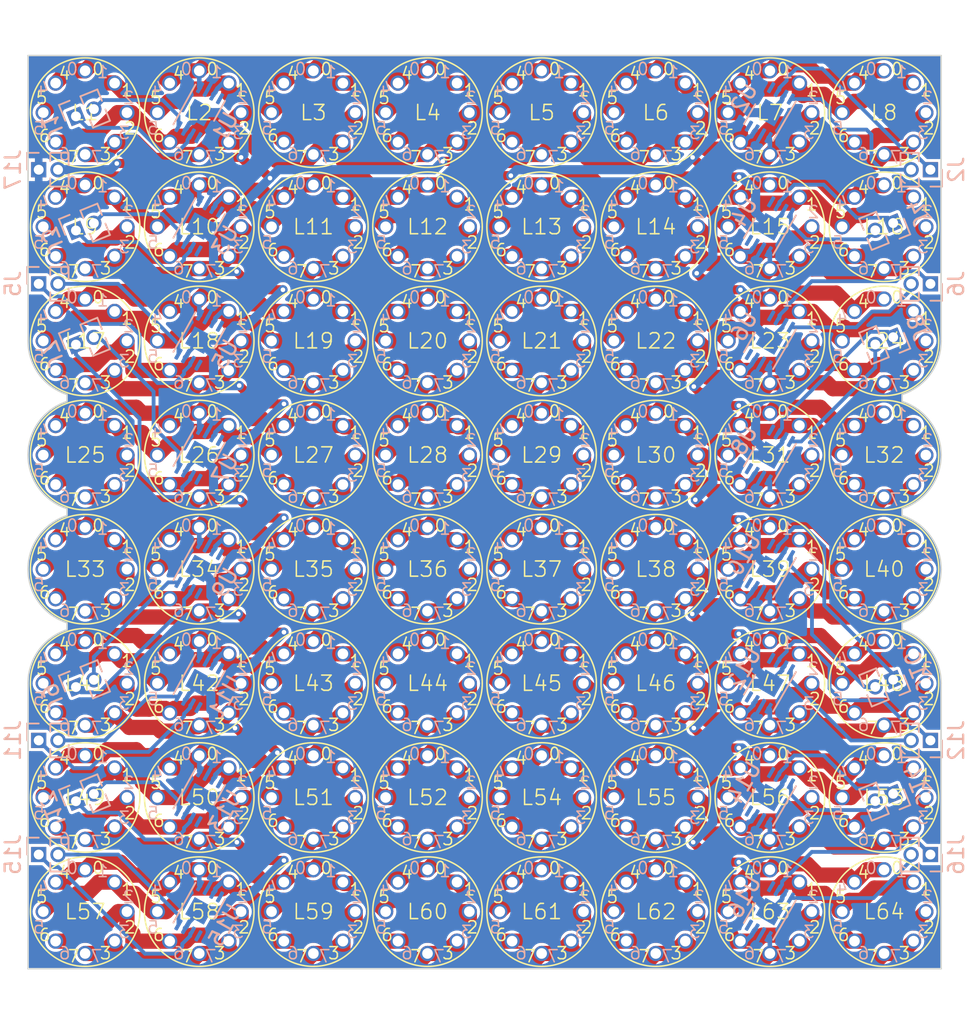
<source format=kicad_pcb>
(kicad_pcb (version 20221018) (generator pcbnew)
  (layers (0 "F.Cu" signal) (31 "B.Cu" signal) (34 "B.Paste" user) (35 "F.Paste" user) (36 "B.SilkS" user "B.Silkscreen") (37 "F.SilkS" user "F.Silkscreen") (38 "B.Mask" user) (39 "F.Mask" user) (44 "Edge.Cuts" user))
  (net 0 "")
  (net 1 "/INP0")
  (net 2 "/INP1")
  (net 3 "/INP3")
  (net 4 "/INP2")
  (net 5 "/INP4")
  (net 6 "/INP5")
  (net 7 "/INP7")
  (net 8 "/INP6")
  (net 9 "/INP8")
  (net 10 "/INP9")
  (net 11 "/INP11")
  (net 12 "/INP10")
  (net 13 "/INP12")
  (net 14 "/INP13")
  (net 15 "/INP15")
  (net 16 "/INP14")
  (net 17 "/INP16")
  (net 18 "/INP17")
  (net 19 "/INP19")
  (net 20 "/INP18")
  (net 21 "/INP20")
  (net 22 "/INP21")
  (net 23 "/INP23")
  (net 24 "/INP22")
  (net 25 "/INP24")
  (net 26 "/INP25")
  (net 27 "/INP27")
  (net 28 "/INP26")
  (net 29 "/INP28")
  (net 30 "/INP29")
  (net 31 "/INP31")
  (net 32 "/INP30")
  (net 33 "/VIN")
  (net 34 "/GND")
  (net 35 "/VIN0")
  (net 36 "/VIN1")
  (net 37 "/VIN2")
  (net 38 "/VIN3")
  (net 39 "/VIN4")
  (net 40 "/VIN5")
  (net 41 "/VIN6")
  (net 42 "/VIN7")
  (net 43 "/VIN8")
  (net 44 "/VIN9")
  (net 45 "/VIN10")
  (net 46 "/VIN11")
  (net 47 "/VIN12")
  (net 48 "/VIN13")
  (net 49 "/VIN14")
  (net 50 "/VIN15")
  (net 51 "/VIN16")
  (net 52 "/VIN17")
  (net 53 "/VIN18")
  (net 54 "/VIN19")
  (net 55 "/VIN20")
  (net 56 "/VIN21")
  (net 57 "/VIN22")
  (net 58 "/VIN23")
  (net 59 "/VIN24")
  (net 60 "/VIN25")
  (net 61 "/VIN26")
  (net 62 "/VIN27")
  (net 63 "/VIN28")
  (net 64 "/VIN29")
  (net 65 "/VIN30")
  (net 66 "/VIN31")
  (footprint "TacTile:8_coil_solenoid_SMD" (layer "F.Cu") (at 36.25 58.75)
    (fp_text reference "L34")
    (fp_text value "8_coil_solenoid" hide)
  )
  (footprint "TacTile:8_coil_solenoid_SMD" (layer "F.Cu") (at 51.25 58.75)
    (fp_text reference "L36")
    (fp_text value "8_coil_solenoid" hide)
  )
  (footprint "TacTile:8_coil_solenoid_SMD" (layer "F.Cu") (at 66.25 73.75)
    (fp_text reference "L55")
    (fp_text value "8_coil_solenoid" hide)
  )
  (footprint "TacTile:8_coil_solenoid_SMD" (layer "F.Cu") (at 43.75 51.25)
    (fp_text reference "L27")
    (fp_text value "8_coil_solenoid" hide)
  )
  (footprint "TacTile:8_coil_solenoid_SMD" (layer "F.Cu") (at 28.75 28.75)
    (fp_text reference "L1")
    (fp_text value "8_coil_solenoid" hide)
  )
  (footprint "TacTile:8_coil_solenoid_SMD" (layer "F.Cu") (at 66.25 51.25)
    (fp_text reference "L30")
    (fp_text value "8_coil_solenoid" hide)
  )
  (footprint "TacTile:8_coil_solenoid_SMD" (layer "F.Cu") (at 58.75 28.75)
    (fp_text reference "L5")
    (fp_text value "8_coil_solenoid" hide)
  )
  (footprint "TacTile:8_coil_solenoid_SMD" (layer "F.Cu") (at 28.75 36.25)
    (fp_text reference "L9")
    (fp_text value "8_coil_solenoid" hide)
  )
  (footprint "TacTile:8_coil_solenoid_SMD" (layer "F.Cu") (at 28.75 58.75)
    (fp_text reference "L33")
    (fp_text value "8_coil_solenoid" hide)
  )
  (footprint "TacTile:8_coil_solenoid_SMD" (layer "F.Cu") (at 36.25 28.75)
    (fp_text reference "L2")
    (fp_text value "8_coil_solenoid" hide)
  )
  (footprint "TacTile:8_coil_solenoid_SMD" (layer "F.Cu") (at 81.25 36.25)
    (fp_text reference "L16")
    (fp_text value "8_coil_solenoid" hide)
  )
  (footprint "TacTile:8_coil_solenoid_SMD" (layer "F.Cu") (at 36.25 43.75)
    (fp_text reference "L18")
    (fp_text value "8_coil_solenoid" hide)
  )
  (footprint "TacTile:8_coil_solenoid_SMD" (layer "F.Cu") (at 58.75 36.25)
    (fp_text reference "L13")
    (fp_text value "8_coil_solenoid" hide)
  )
  (footprint "TacTile:8_coil_solenoid_SMD" (layer "F.Cu") (at 51.25 36.25)
    (fp_text reference "L12")
    (fp_text value "8_coil_solenoid" hide)
  )
  (footprint "TacTile:8_coil_solenoid_SMD" (layer "F.Cu") (at 58.75 58.75)
    (fp_text reference "L37")
    (fp_text value "8_coil_solenoid" hide)
  )
  (footprint "TacTile:8_coil_solenoid_SMD" (layer "F.Cu") (at 51.25 51.25)
    (fp_text reference "L28")
    (fp_text value "8_coil_solenoid" hide)
  )
  (footprint "TacTile:8_coil_solenoid_SMD" (layer "F.Cu") (at 73.75 73.75)
    (fp_text reference "L56")
    (fp_text value "8_coil_solenoid" hide)
  )
  (footprint "TacTile:8_coil_solenoid_SMD" (layer "F.Cu") (at 28.75 66.25)
    (fp_text reference "L41")
    (fp_text value "8_coil_solenoid" hide)
  )
  (footprint "TacTile:8_coil_solenoid_SMD" (layer "F.Cu") (at 66.25 58.75)
    (fp_text reference "L38")
    (fp_text value "8_coil_solenoid" hide)
  )
  (footprint "TacTile:8_coil_solenoid_SMD" (layer "F.Cu") (at 43.75 58.75)
    (fp_text reference "L35")
    (fp_text value "8_coil_solenoid" hide)
  )
  (footprint "TacTile:8_coil_solenoid_SMD" (layer "F.Cu") (at 51.25 66.25)
    (fp_text reference "L44")
    (fp_text value "8_coil_solenoid" hide)
  )
  (footprint "TacTile:8_coil_solenoid_SMD" (layer "F.Cu") (at 36.25 81.25)
    (fp_text reference "L58")
    (fp_text value "8_coil_solenoid" hide)
  )
  (footprint "TacTile:8_coil_solenoid_SMD" (layer "F.Cu") (at 73.75 51.25)
    (fp_text reference "L31")
    (fp_text value "8_coil_solenoid" hide)
  )
  (footprint "TacTile:8_coil_solenoid_SMD" (layer "F.Cu") (at 36.25 73.75)
    (fp_text reference "L50")
    (fp_text value "8_coil_solenoid" hide)
  )
  (footprint "TacTile:8_coil_solenoid_SMD" (layer "F.Cu") (at 66.25 43.75)
    (fp_text reference "L22")
    (fp_text value "8_coil_solenoid" hide)
  )
  (footprint "TacTile:8_coil_solenoid_SMD" (layer "F.Cu") (at 66.25 28.75)
    (fp_text reference "L6")
    (fp_text value "8_coil_solenoid" hide)
  )
  (footprint "TacTile:8_coil_solenoid_SMD" (layer "F.Cu") (at 36.25 51.25)
    (fp_text reference "L26")
    (fp_text value "8_coil_solenoid" hide)
  )
  (footprint "TacTile:8_coil_solenoid_SMD" (layer "F.Cu") (at 73.75 58.75)
    (fp_text reference "L39")
    (fp_text value "8_coil_solenoid" hide)
  )
  (footprint "TacTile:8_coil_solenoid_SMD" (layer "F.Cu") (at 81.25 58.75)
    (fp_text reference "L40")
    (fp_text value "8_coil_solenoid" hide)
  )
  (footprint "TacTile:8_coil_solenoid_SMD" (layer "F.Cu") (at 81.25 73.75)
    (fp_text reference "L53")
    (fp_text value "8_coil_solenoid" hide)
  )
  (footprint "TacTile:8_coil_solenoid_SMD" (layer "F.Cu") (at 58.75 51.25)
    (fp_text reference "L29")
    (fp_text value "8_coil_solenoid" hide)
  )
  (footprint "TacTile:8_coil_solenoid_SMD" (layer "F.Cu") (at 58.75 81.25)
    (fp_text reference "L61")
    (fp_text value "8_coil_solenoid" hide)
  )
  (footprint "TacTile:8_coil_solenoid_SMD" (layer "F.Cu") (at 43.75 28.75)
    (fp_text reference "L3")
    (fp_text value "8_coil_solenoid" hide)
  )
  (footprint "TacTile:8_coil_solenoid_SMD" (layer "F.Cu") (at 66.25 66.25)
    (fp_text reference "L46")
    (fp_text value "8_coil_solenoid" hide)
  )
  (footprint "TacTile:8_coil_solenoid_SMD" (layer "F.Cu") (at 36.25 66.25)
    (fp_text reference "L42")
    (fp_text value "8_coil_solenoid" hide)
  )
  (footprint "TacTile:8_coil_solenoid_SMD" (layer "F.Cu") (at 51.25 43.75)
    (fp_text reference "L20")
    (fp_text value "8_coil_solenoid" hide)
  )
  (footprint "TacTile:8_coil_solenoid_SMD" (layer "F.Cu") (at 81.25 66.25)
    (fp_text reference "L48")
    (fp_text value "8_coil_solenoid" hide)
  )
  (footprint "TacTile:8_coil_solenoid_SMD" (layer "F.Cu") (at 73.75 28.75)
    (fp_text reference "L7")
    (fp_text value "8_coil_solenoid" hide)
  )
  (footprint "TacTile:8_coil_solenoid_SMD" (layer "F.Cu") (at 28.75 51.25)
    (fp_text reference "L25")
    (fp_text value "8_coil_solenoid" hide)
  )
  (footprint "TacTile:8_coil_solenoid_SMD" (layer "F.Cu") (at 43.75 81.25)
    (fp_text reference "L59")
    (fp_text value "8_coil_solenoid" hide)
  )
  (footprint "TacTile:8_coil_solenoid_SMD" (layer "F.Cu") (at 81.25 28.75)
    (fp_text reference "L8")
    (fp_text value "8_coil_solenoid" hide)
  )
  (footprint "TacTile:8_coil_solenoid_SMD" (layer "F.Cu") (at 81.25 81.25)
    (fp_text reference "L64")
    (fp_text value "8_coil_solenoid" hide)
  )
  (footprint "TacTile:8_coil_solenoid_SMD" (layer "F.Cu") (at 43.75 36.25)
    (fp_text reference "L11")
    (fp_text value "8_coil_solenoid" hide)
  )
  (footprint "TacTile:8_coil_solenoid_SMD" (layer "F.Cu") (at 73.75 36.25)
    (fp_text reference "L15")
    (fp_text value "8_coil_solenoid" hide)
  )
  (footprint "TacTile:8_coil_solenoid_SMD" (layer "F.Cu") (at 58.75 66.25)
    (fp_text reference "L45")
    (fp_text value "8_coil_solenoid" hide)
  )
  (footprint "TacTile:8_coil_solenoid_SMD" (layer "F.Cu") (at 36.25 36.25)
    (fp_text reference "L10")
    (fp_text value "8_coil_solenoid" hide)
  )
  (footprint "TacTile:8_coil_solenoid_SMD" (layer "F.Cu") (at 73.75 66.25)
    (fp_text reference "L47")
    (fp_text value "8_coil_solenoid" hide)
  )
  (footprint "TacTile:8_coil_solenoid_SMD" (layer "F.Cu") (at 58.75 73.75)
    (fp_text reference "L54")
    (fp_text value "8_coil_solenoid" hide)
  )
  (footprint "TacTile:8_coil_solenoid_SMD" (layer "F.Cu") (at 43.75 43.75)
    (fp_text reference "L19")
    (fp_text value "8_coil_solenoid" hide)
  )
  (footprint "TacTile:8_coil_solenoid_SMD" (layer "F.Cu") (at 81.25 51.25)
    (fp_text reference "L32")
    (fp_text value "8_coil_solenoid" hide)
  )
  (footprint "TacTile:8_coil_solenoid_SMD" (layer "F.Cu") (at 51.25 81.25)
    (fp_text reference "L60")
    (fp_text value "8_coil_solenoid" hide)
  )
  (footprint "TacTile:8_coil_solenoid_SMD" (layer "F.Cu") (at 66.25 81.25)
    (fp_text reference "L62")
    (fp_text value "8_coil_solenoid" hide)
  )
  (footprint "TacTile:8_coil_solenoid_SMD" (layer "F.Cu") (at 28.75 43.75)
    (fp_text reference "L17")
    (fp_text value "8_coil_solenoid" hide)
  )
  (footprint "TacTile:8_coil_solenoid_SMD" (layer "F.Cu") (at 28.75 73.75)
    (fp_text reference "L49")
    (fp_text value "8_coil_solenoid" hide)
  )
  (footprint "TacTile:8_coil_solenoid_SMD" (layer "F.Cu") (at 58.75 43.75)
    (fp_text reference "L21")
    (fp_text value "8_coil_solenoid" hide)
  )
  (footprint "TacTile:8_coil_solenoid_SMD" (layer "F.Cu") (at 43.75 73.75)
    (fp_text reference "L51")
    (fp_text value "8_coil_solenoid" hide)
  )
  (footprint "TacTile:8_coil_solenoid_SMD" (layer "F.Cu") (at 73.75 43.75)
    (fp_text reference "L23")
    (fp_text value "8_coil_solenoid" hide)
  )
  (footprint "TacTile:8_coil_solenoid_SMD" (layer "F.Cu") (at 81.25 43.75)
    (fp_text reference "L24")
    (fp_text value "8_coil_solenoid" hide)
  )
  (footprint "TacTile:8_coil_solenoid_SMD" (layer "F.Cu") (at 51.25 28.75)
    (fp_text reference "L4")
    (fp_text value "8_coil_solenoid" hide)
  )
  (footprint "TacTile:8_coil_solenoid_SMD" (layer "F.Cu") (at 73.75 81.25)
    (fp_text reference "L63")
    (fp_text value "8_coil_solenoid" hide)
  )
  (footprint "TacTile:8_coil_solenoid_SMD" (layer "F.Cu") (at 28.75 81.25)
    (fp_text reference "L57")
    (fp_text value "8_coil_solenoid" hide)
  )
  (footprint "TacTile:8_coil_solenoid_SMD" (layer "F.Cu") (at 66.25 36.25)
    (fp_text reference "L14")
    (fp_text value "8_coil_solenoid" hide)
  )
  (footprint "TacTile:8_coil_solenoid_SMD" (layer "F.Cu") (at 51.25 73.75)
    (fp_text reference "L52")
    (fp_text value "8_coil_solenoid" hide)
  )
  (footprint "TacTile:8_coil_solenoid_SMD" (layer "F.Cu") (at 43.75 66.25)
    (fp_text reference "L43")
    (fp_text value "8_coil_solenoid" hide)
  )
  (footprint "Package_DFN_QFN:WDFN-8-1EP_3x2mm_P0.5mm_EP1.3x1.4mm" (layer "B.Cu") (at 73.75 51.25 -120)
    (fp_text reference "U8")
    (fp_text value "MCP14A0304xMNY")
  )
  (footprint "Package_DFN_QFN:WDFN-8-1EP_3x2mm_P0.5mm_EP1.3x1.4mm" (layer "B.Cu") (at 36.25 51.2 61)
    (fp_text reference "U7")
    (fp_text value "MCP14A0304xMNY")
  )
  (footprint "Connector_PinHeader_1.27mm:PinHeader_1x02_P1.27mm_Vertical" (layer "B.Cu") (at 81.85267 66.006506 112)
    (fp_text reference "J10")
    (fp_text value "Conn_01x02")
  )
  (footprint "Connector_PinHeader_1.27mm:PinHeader_1x02_P1.27mm_Vertical" (layer "B.Cu") (at 25.7 32.5 -90)
    (fp_text reference "J17")
    (fp_text value "Conn_01x02")
  )
  (footprint "Package_DFN_QFN:WDFN-8-1EP_3x2mm_P0.5mm_EP1.3x1.4mm" (layer "B.Cu") (at 36.25 66.2 61)
    (fp_text reference "U11")
    (fp_text value "MCP14A0304xMNY")
  )
  (footprint "Connector_PinHeader_1.27mm:PinHeader_1x02_P1.27mm_Vertical" (layer "B.Cu") (at 81.85267 36.006506 112)
    (fp_text reference "J4")
    (fp_text value "Conn_01x02")
  )
  (footprint "Connector_PinHeader_1.27mm:PinHeader_1x02_P1.27mm_Vertical" (layer "B.Cu") (at 28.147331 36.493494 -68)
    (fp_text reference "J3")
    (fp_text value "Conn_01x02")
  )
  (footprint "Connector_PinHeader_1.27mm:PinHeader_1x02_P1.27mm_Vertical" (layer "B.Cu") (at 84.3 70 90)
    (fp_text reference "J12")
    (fp_text value "Conn_01x02")
  )
  (footprint "Connector_PinHeader_1.27mm:PinHeader_1x02_P1.27mm_Vertical" (layer "B.Cu") (at 28.147331 73.993494 -68)
    (fp_text reference "J13")
    (fp_text value "Conn_01x02")
  )
  (footprint "Connector_PinHeader_1.27mm:PinHeader_1x02_P1.27mm_Vertical" (layer "B.Cu") (at 28.147331 28.993494 -68)
    (fp_text reference "J1")
    (fp_text value "Conn_01x02")
  )
  (footprint "Connector_PinHeader_1.27mm:PinHeader_1x02_P1.27mm_Vertical" (layer "B.Cu") (at 25.7 77.5 -90)
    (fp_text reference "J15")
    (fp_text value "Conn_01x02")
  )
  (footprint "Package_DFN_QFN:WDFN-8-1EP_3x2mm_P0.5mm_EP1.3x1.4mm" (layer "B.Cu") (at 36.25 43.7 61)
    (fp_text reference "U5")
    (fp_text value "MCP14A0304xMNY")
  )
  (footprint "Package_DFN_QFN:WDFN-8-1EP_3x2mm_P0.5mm_EP1.3x1.4mm" (layer "B.Cu") (at 36.25 36.2 61)
    (fp_text reference "U3")
    (fp_text value "MCP14A0304xMNY")
  )
  (footprint "Package_DFN_QFN:WDFN-8-1EP_3x2mm_P0.5mm_EP1.3x1.4mm" (layer "B.Cu") (at 73.75 36.25 -120)
    (fp_text reference "U4")
    (fp_text value "MCP14A0304xMNY")
  )
  (footprint "Connector_PinHeader_1.27mm:PinHeader_1x02_P1.27mm_Vertical" (layer "B.Cu") (at 25.7 40 -90)
    (fp_text reference "J5")
    (fp_text value "Conn_01x02")
  )
  (footprint "Package_DFN_QFN:WDFN-8-1EP_3x2mm_P0.5mm_EP1.3x1.4mm" (layer "B.Cu") (at 36.25 28.75 61)
    (fp_text reference "U1")
    (fp_text value "MCP14A0304xMNY")
  )
  (footprint "Connector_PinHeader_1.27mm:PinHeader_1x02_P1.27mm_Vertical" (layer "B.Cu") (at 81.85267 43.506506 112)
    (fp_text reference "J8")
    (fp_text value "Conn_01x02")
  )
  (footprint "Package_DFN_QFN:WDFN-8-1EP_3x2mm_P0.5mm_EP1.3x1.4mm" (layer "B.Cu") (at 73.75 43.75 -120)
    (fp_text reference "U6")
    (fp_text value "MCP14A0304xMNY")
  )
  (footprint "Package_DFN_QFN:WDFN-8-1EP_3x2mm_P0.5mm_EP1.3x1.4mm" (layer "B.Cu") (at 36.25 73.7 61)
    (fp_text reference "U13")
    (fp_text value "MCP14A0304xMNY")
  )
  (footprint "Connector_PinHeader_1.27mm:PinHeader_1x02_P1.27mm_Vertical" (layer "B.Cu") (at 84.3 32.5 90)
    (fp_text reference "J2")
    (fp_text value "Conn_01x02")
  )
  (footprint "Connector_PinHeader_1.27mm:PinHeader_1x02_P1.27mm_Vertical" (layer "B.Cu") (at 84.3 77.5 90)
    (fp_text reference "J16")
    (fp_text value "Conn_01x02")
  )
  (footprint "Package_DFN_QFN:WDFN-8-1EP_3x2mm_P0.5mm_EP1.3x1.4mm" (layer "B.Cu") (at 73.75 66.25 -120)
    (fp_text reference "U12")
    (fp_text value "MCP14A0304xMNY")
  )
  (footprint "Package_DFN_QFN:WDFN-8-1EP_3x2mm_P0.5mm_EP1.3x1.4mm" (layer "B.Cu") (at 36.25 58.7 61)
    (fp_text reference "U9")
    (fp_text value "MCP14A0304xMNY")
  )
  (footprint "Package_DFN_QFN:WDFN-8-1EP_3x2mm_P0.5mm_EP1.3x1.4mm" (layer "B.Cu") (at 73.75 73.75 -120)
    (fp_text reference "U14")
    (fp_text value "MCP14A0304xMNY")
  )
  (footprint "Connector_PinHeader_1.27mm:PinHeader_1x02_P1.27mm_Vertical" (layer "B.Cu") (at 84.3 40 90)
    (fp_text reference "J6")
    (fp_text value "Conn_01x02")
  )
  (footprint "Connector_PinHeader_1.27mm:PinHeader_1x02_P1.27mm_Vertical" (layer "B.Cu") (at 28.147331 43.993494 -68)
    (fp_text reference "J7")
    (fp_text value "Conn_01x02")
  )
  (footprint "Package_DFN_QFN:WDFN-8-1EP_3x2mm_P0.5mm_EP1.3x1.4mm" (layer "B.Cu") (at 73.75 81.25 -120)
    (fp_text reference "U16")
    (fp_text value "MCP14A0304xMNY")
  )
  (footprint "Package_DFN_QFN:WDFN-8-1EP_3x2mm_P0.5mm_EP1.3x1.4mm" (layer "B.Cu") (at 73.75 58.75 -120)
    (fp_text reference "U10")
    (fp_text value "MCP14A0304xMNY")
  )
  (footprint "Package_DFN_QFN:WDFN-8-1EP_3x2mm_P0.5mm_EP1.3x1.4mm" (layer "B.Cu") (at 73.75 28.75 -120)
    (fp_text reference "U2")
    (fp_text value "MCP14A0304xMNY")
  )
  (footprint "Connector_PinHeader_1.27mm:PinHeader_1x02_P1.27mm_Vertical" (layer "B.Cu") (at 28.147331 66.493494 -68)
    (fp_text reference "J9")
    (fp_text value "Conn_01x02")
  )
  (footprint "Connector_PinHeader_1.27mm:PinHeader_1x02_P1.27mm_Vertical" (layer "B.Cu") (at 81.85267 73.506506 112)
    (fp_text reference "J14")
    (fp_text value "Conn_01x02")
  )
  (footprint "Connector_PinHeader_1.27mm:PinHeader_1x02_P1.27mm_Vertical" (layer "B.Cu") (at 25.7 70 -90)
    (fp_text reference "J11")
    (fp_text value "Conn_01x02")
  )
  (footprint "Package_DFN_QFN:WDFN-8-1EP_3x2mm_P0.5mm_EP1.3x1.4mm" (layer "B.Cu") (at 36.25 81.2 61)
    (fp_text reference "U15")
    (fp_text value "MCP14A0304xMNY")
  )
  (gr_line (start 82.440255 47.269917) (end 82.440255 47.730083) (stroke (width 0.1)) (layer "Edge.Cuts"))
  (gr_line (start 82.440255 62.730083) (end 82.440255 62.269917) (stroke (width 0.1)) (layer "Edge.Cuts"))
  (gr_line (start 25 25) (end 85 25) (stroke (width 0.1)) (layer "Edge.Cuts"))
  (gr_arc (start 85 43.75) (mid 84.292402 45.926127) (end 82.440255 47.269917) (stroke (width 0.1)) (layer "Edge.Cuts"))
  (gr_line (start 25 25) (end 25 43.75) (stroke (width 0.1)) (layer "Edge.Cuts"))
  (gr_arc (start 27.559745 54.769917) (mid 25.707598 53.426127) (end 25 51.25) (stroke (width 0.1)) (layer "Edge.Cuts"))
  (gr_line (start 82.440255 54.769917) (end 82.440255 55.230083) (stroke (width 0.1)) (layer "Edge.Cuts"))
  (gr_arc (start 85 51.25) (mid 84.292402 53.426127) (end 82.440255 54.769917) (stroke (width 0.1)) (layer "Edge.Cuts"))
  (gr_arc (start 27.559745 47.269917) (mid 25.707598 45.926127) (end 25 43.75) (stroke (width 0.1)) (layer "Edge.Cuts"))
  (gr_line (start 85 85) (end 25 85) (stroke (width 0.1)) (layer "Edge.Cuts"))
  (gr_arc (start 85 58.75) (mid 84.292402 60.926127) (end 82.440255 62.269917) (stroke (width 0.1)) (layer "Edge.Cuts"))
  (gr_arc (start 25 58.75) (mid 25.707598 56.573873) (end 27.559745 55.230083) (stroke (width 0.1)) (layer "Edge.Cuts"))
  (gr_arc (start 25 66.25) (mid 25.707598 64.073873) (end 27.559745 62.730083) (stroke (width 0.1)) (layer "Edge.Cuts"))
  (gr_line (start 27.559745 62.730083) (end 27.559745 62.269917) (stroke (width 0.1)) (layer "Edge.Cuts"))
  (gr_arc (start 82.440255 55.230083) (mid 84.292402 56.573873) (end 85 58.75) (stroke (width 0.1)) (layer "Edge.Cuts"))
  (gr_line (start 27.559745 47.269917) (end 27.559745 47.730083) (stroke (width 0.1)) (layer "Edge.Cuts"))
  (gr_arc (start 82.440255 47.730083) (mid 84.292402 49.073873) (end 85 51.25) (stroke (width 0.1)) (layer "Edge.Cuts"))
  (gr_line (start 27.559745 55.230083) (end 27.559745 54.769917) (stroke (width 0.1)) (layer "Edge.Cuts"))
  (gr_arc (start 27.559745 62.269917) (mid 25.707598 60.926127) (end 25 58.75) (stroke (width 0.1)) (layer "Edge.Cuts"))
  (gr_arc (start 82.440255 62.730083) (mid 84.292402 64.073873) (end 85 66.25) (stroke (width 0.1)) (layer "Edge.Cuts"))
  (gr_line (start 85 85) (end 85 66.25) (stroke (width 0.1)) (layer "Edge.Cuts"))
  (gr_line (start 25 66.25) (end 25 85) (stroke (width 0.1)) (layer "Edge.Cuts"))
  (gr_line (start 85 43.75) (end 85 25) (stroke (width 0.1)) (layer "Edge.Cuts"))
  (gr_arc (start 25 51.25) (mid 25.707598 49.073873) (end 27.559745 47.730083) (stroke (width 0.1)) (layer "Edge.Cuts"))
  (segment (start 34.885001 29.665524) (end 34.885001 28.968274) (width 0.25) (layer "B.Cu") (net 1))
  (segment (start 34.885001 28.968274) (end 33.841727 27.925) (width 0.25) (layer "B.Cu") (net 1))
  (segment (start 29.917598 27.925) (end 29.324854 28.517744) (width 0.25) (layer "B.Cu") (net 1))
  (segment (start 33.841727 27.925) (end 29.917598 27.925) (width 0.25) (layer "B.Cu") (net 1))
  (segment (start 35.641256 30.260735) (end 35.480513 30.550728) (width 0.25) (layer "B.Cu") (net 2))
  (segment (start 34.651727 31.515) (end 33.968273 31.515) (width 0.25) (layer "B.Cu") (net 2))
  (segment (start 35.759621 30.150334) (end 35.751657 30.150334) (width 0.25) (layer "B.Cu") (net 2))
  (segment (start 35.480513 30.550728) (end 35.480513 30.686214) (width 0.25) (layer "B.Cu") (net 2))
  (segment (start 33.968273 31.515) (end 32.203273 29.75) (width 0.25) (layer "B.Cu") (net 2))
  (segment (start 35.480513 30.686214) (end 34.651727 31.515) (width 0.25) (layer "B.Cu") (net 2))
  (segment (start 35.751657 30.150334) (end 35.641256 30.260735) (width 0.25) (layer "B.Cu") (net 2))
  (segment (start 32.203273 29.75) (end 28.903837 29.75) (width 0.25) (layer "B.Cu") (net 2))
  (segment (start 28.903837 29.75) (end 28.147331 28.993494) (width 0.25) (layer "B.Cu") (net 2))
  (segment (start 80.098273 29.865) (end 80.425 30.191727) (width 0.25) (layer "B.Cu") (net 3))
  (segment (start 78.448273 29.865) (end 80.098273 29.865) (width 0.25) (layer "B.Cu") (net 3))
  (segment (start 75.130769 27.858438) (end 77.125165 27.858438) (width 0.25) (layer "B.Cu") (net 3))
  (segment (start 80.425 31.841727) (end 81.083273 32.5) (width 0.25) (layer "B.Cu") (net 3))
  (segment (start 80.425 30.191727) (end 80.425 31.841727) (width 0.25) (layer "B.Cu") (net 3))
  (segment (start 77.125165 27.858438) (end 77.675 28.408273) (width 0.25) (layer "B.Cu") (net 3))
  (segment (start 77.675 29.091727) (end 78.448273 29.865) (width 0.25) (layer "B.Cu") (net 3))
  (segment (start 77.675 28.408273) (end 77.675 29.091727) (width 0.25) (layer "B.Cu") (net 3))
  (segment (start 81.083273 32.5) (end 83.03 32.5) (width 0.25) (layer "B.Cu") (net 3))
  (segment (start 75.483273 25.85) (end 77.183273 25.85) (width 0.25) (layer "B.Cu") (net 4))
  (segment (start 74.264744 27.358438) (end 74.373358 27.249824) (width 0.25) (layer "B.Cu") (net 4))
  (segment (start 74.373358 27.126642) (end 74.85 26.65) (width 0.25) (layer "B.Cu") (net 4))
  (segment (start 77.183273 25.85) (end 82.983273 31.65) (width 0.25) (layer "B.Cu") (net 4))
  (segment (start 82.983273 31.65) (end 83.45 31.65) (width 0.25) (layer "B.Cu") (net 4))
  (segment (start 83.45 31.65) (end 84.3 32.5) (width 0.25) (layer "B.Cu") (net 4))
  (segment (start 74.85 26.65) (end 74.85 26.483273) (width 0.25) (layer "B.Cu") (net 4))
  (segment (start 74.373358 27.249824) (end 74.373358 27.126642) (width 0.25) (layer "B.Cu") (net 4))
  (segment (start 74.85 26.483273) (end 75.483273 25.85) (width 0.25) (layer "B.Cu") (net 4))
  (segment (start 34.885001 36.468274) (end 33.841727 35.425) (width 0.25) (layer "B.Cu") (net 5))
  (segment (start 29.917598 35.425) (end 29.324854 36.017744) (width 0.25) (layer "B.Cu") (net 5))
  (segment (start 33.841727 35.425) (end 29.917598 35.425) (width 0.25) (layer "B.Cu") (net 5))
  (segment (start 34.885001 37.115524) (end 34.885001 36.468274) (width 0.25) (layer "B.Cu") (net 5))
  (segment (start 35.25 38.416727) (end 34.651727 39.015) (width 0.25) (layer "B.Cu") (net 6))
  (segment (start 33.968273 39.015) (end 32.203273 37.25) (width 0.25) (layer "B.Cu") (net 6))
  (segment (start 32.203273 37.25) (end 28.903837 37.25) (width 0.25) (layer "B.Cu") (net 6))
  (segment (start 28.903837 37.25) (end 28.147331 36.493494) (width 0.25) (layer "B.Cu") (net 6))
  (segment (start 35.659704 37.700251) (end 35.659704 37.840296) (width 0.25) (layer "B.Cu") (net 6))
  (segment (start 35.659704 37.840296) (end 35.25 38.25) (width 0.25) (layer "B.Cu") (net 6))
  (segment (start 34.651727 39.015) (end 33.968273 39.015) (width 0.25) (layer "B.Cu") (net 6))
  (segment (start 35.25 38.25) (end 35.25 38.416727) (width 0.25) (layer "B.Cu") (net 6))
  (segment (start 35.759621 37.600334) (end 35.659704 37.700251) (width 0.25) (layer "B.Cu") (net 6))
  (segment (start 76.158273 37.075) (end 80.082403 37.075) (width 0.25) (layer "B.Cu") (net 7))
  (segment (start 75.130769 36.047496) (end 76.158273 37.075) (width 0.25) (layer "B.Cu") (net 7))
  (segment (start 75.130769 35.358438) (end 75.130769 36.047496) (width 0.25) (layer "B.Cu") (net 7))
  (segment (start 80.082403 37.075) (end 80.675147 36.482256) (width 0.25) (layer "B.Cu") (net 7))
  (segment (start 74.865 33.968273) (end 75.348273 33.485) (width 0.25) (layer "B.Cu") (net 8))
  (segment (start 74.865 34.135) (end 74.865 33.968273) (width 0.25) (layer "B.Cu") (net 8))
  (segment (start 74.264744 34.858438) (end 74.373358 34.749824) (width 0.25) (layer "B.Cu") (net 8))
  (segment (start 74.373358 34.626642) (end 74.865 34.135) (width 0.25) (layer "B.Cu") (net 8))
  (segment (start 79.457256 35.657256) (end 81.50342 35.657256) (width 0.25) (layer "B.Cu") (net 8))
  (segment (start 77.285 33.485) (end 79.457256 35.657256) (width 0.25) (layer "B.Cu") (net 8))
  (segment (start 75.348273 33.485) (end 77.285 33.485) (width 0.25) (layer "B.Cu") (net 8))
  (segment (start 74.373358 34.749824) (end 74.373358 34.626642) (width 0.25) (layer "B.Cu") (net 8))
  (segment (start 81.50342 35.657256) (end 81.85267 36.006506) (width 0.25) (layer "B.Cu") (net 8))
  (segment (start 34.885001 44.615524) (end 34.885001 43.968274) (width 0.25) (layer "B.Cu") (net 9))
  (segment (start 30.916727 40) (end 26.97 40) (width 0.25) (layer "B.Cu") (net 9))
  (segment (start 34.885001 43.968274) (end 30.916727 40) (width 0.25) (layer "B.Cu") (net 9))
  (segment (start 29.06 42.635) (end 27.25 40.825) (width 0.25) (layer "B.Cu") (net 10))
  (segment (start 33.515 46.515) (end 32.325 45.325) (width 0.25) (layer "B.Cu") (net 10))
  (segment (start 32.325 43.325) (end 31.635 42.635) (width 0.25) (layer "B.Cu") (net 10))
  (segment (start 35.659704 45.340296) (end 35.25 45.75) (width 0.25) (layer "B.Cu") (net 10))
  (segment (start 35.659704 45.200251) (end 35.659704 45.340296) (width 0.25) (layer "B.Cu") (net 10))
  (segment (start 35.759621 45.100334) (end 35.659704 45.200251) (width 0.25) (layer "B.Cu") (net 10))
  (segment (start 31.635 42.635) (end 29.06 42.635) (width 0.25) (layer "B.Cu") (net 10))
  (segment (start 35.25 45.75) (end 35.25 45.916727) (width 0.25) (layer "B.Cu") (net 10))
  (segment (start 27.25 40.825) (end 26.525 40.825) (width 0.25) (layer "B.Cu") (net 10))
  (segment (start 26.525 40.825) (end 25.7 40) (width 0.25) (layer "B.Cu") (net 10))
  (segment (start 35.25 45.916727) (end 34.651727 46.515) (width 0.25) (layer "B.Cu") (net 10))
  (segment (start 32.325 45.325) (end 32.325 43.325) (width 0.25) (layer "B.Cu") (net 10))
  (segment (start 34.651727 46.515) (end 33.515 46.515) (width 0.25) (layer "B.Cu") (net 10))
  (segment (start 79.428289 42.858438) (end 80.461727 41.825) (width 0.25) (layer "B.Cu") (net 11))
  (segment (start 81.591727 41.825) (end 83.03 40.386727) (width 0.25) (layer "B.Cu") (net 11))
  (segment (start 80.461727 41.825) (end 81.591727 41.825) (width 0.25) (layer "B.Cu") (net 11))
  (segment (start 75.130769 42.858438) (end 79.428289 42.858438) (width 0.25) (layer "B.Cu") (net 11))
  (segment (start 83.03 40.386727) (end 83.03 40) (width 0.25) (layer "B.Cu") (net 11))
  (segment (start 74.85 41.593672) (end 74.85 41.483273) (width 0.25) (layer "B.Cu") (net 12))
  (segment (start 82.688273 39.175) (end 83.475 39.175) (width 0.25) (layer "B.Cu") (net 12))
  (segment (start 74.85 41.483273) (end 76.508273 39.825) (width 0.25) (layer "B.Cu") (net 12))
  (segment (start 74.264744 42.358438) (end 74.373358 42.249824) (width 0.25) (layer "B.Cu") (net 12))
  (segment (start 76.508273 39.825) (end 82.038273 39.825) (width 0.25) (layer "B.Cu") (net 12))
  (segment (start 82.038273 39.825) (end 82.688273 39.175) (width 0.25) (layer "B.Cu") (net 12))
  (segment (start 83.475 39.175) (end 84.3 40) (width 0.25) (layer "B.Cu") (net 12))
  (segment (start 74.373358 42.249824) (end 74.373358 42.070314) (width 0.25) (layer "B.Cu") (net 12))
  (segment (start 74.373358 42.070314) (end 74.85 41.593672) (width 0.25) (layer "B.Cu") (net 12))
  (segment (start 33.25 47.083273) (end 29.684471 43.517744) (width 0.25) (layer "B.Cu") (net 13))
  (segment (start 34.885001 51.051728) (end 33.25 49.416727) (width 0.25) (layer "B.Cu") (net 13))
  (segment (start 33.25 49.416727) (end 33.25 47.083273) (width 0.25) (layer "B.Cu") (net 13))
  (segment (start 34.885001 52.115524) (end 34.885001 51.051728) (width 0.25) (layer "B.Cu") (net 13))
  (segment (start 29.684471 43.517744) (end 29.324854 43.517744) (width 0.25) (layer "B.Cu") (net 13))
  (segment (start 35.759621 52.600334) (end 35.659704 52.700251) (width 0.25) (layer "B.Cu") (net 14))
  (segment (start 33.968273 54.015) (end 32.325 52.371727) (width 0.25) (layer "B.Cu") (net 14))
  (segment (start 28.147331 44.647331) (end 28.147331 43.993494) (width 0.25) (layer "B.Cu") (net 14))
  (segment (start 32.325 52.371727) (end 32.325 48.825) (width 0.25) (layer "B.Cu") (net 14))
  (segment (start 35.659704 52.840296) (end 35.135 53.365) (width 0.25) (layer "B.Cu") (net 14))
  (segment (start 35.135 53.531727) (end 34.651727 54.015) (width 0.25) (layer "B.Cu") (net 14))
  (segment (start 34.651727 54.015) (end 33.968273 54.015) (width 0.25) (layer "B.Cu") (net 14))
  (segment (start 32.325 48.825) (end 28.147331 44.647331) (width 0.25) (layer "B.Cu") (net 14))
  (segment (start 35.659704 52.700251) (end 35.659704 52.840296) (width 0.25) (layer "B.Cu") (net 14))
  (segment (start 35.135 53.365) (end 35.135 53.531727) (width 0.25) (layer "B.Cu") (net 14))
  (segment (start 75.808289 50.358438) (end 80.675147 45.49158) (width 0.25) (layer "B.Cu") (net 15))
  (segment (start 75.130769 50.358438) (end 75.808289 50.358438) (width 0.25) (layer "B.Cu") (net 15))
  (segment (start 80.675147 45.49158) (end 80.675147 43.982256) (width 0.25) (layer "B.Cu") (net 15))
  (segment (start 74.375311 49.766927) (end 74.550798 49.462976) (width 0.25) (layer "B.Cu") (net 16))
  (segment (start 80.340676 43.15) (end 81.496164 43.15) (width 0.25) (layer "B.Cu") (net 16))
  (segment (start 81.496164 43.15) (end 81.85267 43.506506) (width 0.25) (layer "B.Cu") (net 16))
  (segment (start 74.2838 49.858438) (end 74.375311 49.766927) (width 0.25) (layer "B.Cu") (net 16))
  (segment (start 74.550798 48.939878) (end 80.340676 43.15) (width 0.25) (layer "B.Cu") (net 16))
  (segment (start 74.550798 49.462976) (end 74.550798 48.939878) (width 0.25) (layer "B.Cu") (net 16))
  (segment (start 74.264744 49.858438) (end 74.2838 49.858438) (width 0.25) (layer "B.Cu") (net 16))
  (segment (start 34.885001 59.615524) (end 34.217749 59.615524) (width 0.25) (layer "B.Cu") (net 17))
  (segment (start 34.217749 59.615524) (end 29.324854 64.508419) (width 0.25) (layer "B.Cu") (net 17))
  (segment (start 29.324854 64.508419) (end 29.324854 66.017744) (width 0.25) (layer "B.Cu") (net 17))
  (segment (start 35.659704 60.340296) (end 35.25 60.75) (width 0.25) (layer "B.Cu") (net 18))
  (segment (start 35.25 60.75) (end 35.25 61.259325) (width 0.25) (layer "B.Cu") (net 18))
  (segment (start 35.659704 60.200251) (end 35.659704 60.340296) (width 0.25) (layer "B.Cu") (net 18))
  (segment (start 35.759621 60.100334) (end 35.659704 60.200251) (width 0.25) (layer "B.Cu") (net 18))
  (segment (start 28.496581 66.842744) (end 28.147331 66.493494) (width 0.25) (layer "B.Cu") (net 18))
  (segment (start 29.666581 66.842744) (end 28.496581 66.842744) (width 0.25) (layer "B.Cu") (net 18))
  (segment (start 35.25 61.259325) (end 29.666581 66.842744) (width 0.25) (layer "B.Cu") (net 18))
  (segment (start 75.130769 58.547496) (end 75.130769 57.858438) (width 0.25) (layer "B.Cu") (net 19))
  (segment (start 79.968041 66.482256) (end 76.515 63.029215) (width 0.25) (layer "B.Cu") (net 19))
  (segment (start 76.515 63.029215) (end 76.515 59.931727) (width 0.25) (layer "B.Cu") (net 19))
  (segment (start 76.515 59.931727) (end 75.130769 58.547496) (width 0.25) (layer "B.Cu") (net 19))
  (segment (start 80.675147 66.482256) (end 79.968041 66.482256) (width 0.25) (layer "B.Cu") (net 19))
  (segment (start 76.031727 55.985) (end 77.325 57.278273) (width 0.25) (layer "B.Cu") (net 20))
  (segment (start 77.325 57.278273) (end 77.325 61.125) (width 0.25) (layer "B.Cu") (net 20))
  (segment (start 74.865 56.65) (end 74.865 56.468273) (width 0.25) (layer "B.Cu") (net 20))
  (segment (start 74.276005 57.238995) (end 74.865 56.65) (width 0.25) (layer "B.Cu") (net 20))
  (segment (start 77.325 61.125) (end 81.85267 65.65267) (width 0.25) (layer "B.Cu") (net 20))
  (segment (start 75.348273 55.985) (end 76.031727 55.985) (width 0.25) (layer "B.Cu") (net 20))
  (segment (start 74.865 56.468273) (end 75.348273 55.985) (width 0.25) (layer "B.Cu") (net 20))
  (segment (start 74.276005 57.358438) (end 74.276005 57.238995) (width 0.25) (layer "B.Cu") (net 20))
  (segment (start 74.264744 57.358438) (end 74.276005 57.358438) (width 0.25) (layer "B.Cu") (net 20))
  (segment (start 81.85267 65.65267) (end 81.85267 66.006506) (width 0.25) (layer "B.Cu") (net 20))
  (segment (start 32.931203 67.115524) (end 30.046727 70) (width 0.25) (layer "B.Cu") (net 21))
  (segment (start 34.885001 67.115524) (end 32.931203 67.115524) (width 0.25) (layer "B.Cu") (net 21))
  (segment (start 30.046727 70) (end 26.97 70) (width 0.25) (layer "B.Cu") (net 21))
  (segment (start 30.166727 70.75) (end 29.091727 71.825) (width 0.25) (layer "B.Cu") (net 22))
  (segment (start 27.991727 71.825) (end 26.991727 70.825) (width 0.25) (layer "B.Cu") (net 22))
  (segment (start 29.091727 71.825) (end 27.991727 71.825) (width 0.25) (layer "B.Cu") (net 22))
  (segment (start 35.659704 67.700251) (end 35.659704 67.840296) (width 0.25) (layer "B.Cu") (net 22))
  (segment (start 35.25 68.416727) (end 32.916727 70.75) (width 0.25) (layer "B.Cu") (net 22))
  (segment (start 32.916727 70.75) (end 30.166727 70.75) (width 0.25) (layer "B.Cu") (net 22))
  (segment (start 35.25 68.25) (end 35.25 68.416727) (width 0.25) (layer "B.Cu") (net 22))
  (segment (start 35.659704 67.840296) (end 35.25 68.25) (width 0.25) (layer "B.Cu") (net 22))
  (segment (start 26.991727 70.825) (end 26.525 70.825) (width 0.25) (layer "B.Cu") (net 22))
  (segment (start 26.525 70.825) (end 25.7 70) (width 0.25) (layer "B.Cu") (net 22))
  (segment (start 35.759621 67.600334) (end 35.659704 67.700251) (width 0.25) (layer "B.Cu") (net 22))
  (segment (start 79.083273 70) (end 83.03 70) (width 0.25) (layer "B.Cu") (net 23))
  (segment (start 75.130769 66.047496) (end 79.083273 70) (width 0.25) (layer "B.Cu") (net 23))
  (segment (start 75.130769 65.358438) (end 75.130769 66.047496) (width 0.25) (layer "B.Cu") (net 23))
  (segment (start 83.475 69.175) (end 84.3 70) (width 0.25) (layer "B.Cu") (net 24))
  (segment (start 74.264744 64.858438) (end 74.373358 64.749824) (width 0.25) (layer "B.Cu") (net 24))
  (segment (start 78.448273 67.365) (end 81.165 67.365) (width 0.25) (layer "B.Cu") (net 24))
  (segment (start 74.865 64.135) (end 74.865 63.968273) (width 0.25) (layer "B.Cu") (net 24))
  (segment (start 74.865 63.968273) (end 75.354058 63.479215) (width 0.25) (layer "B.Cu") (net 24))
  (segment (start 75.354058 63.479215) (end 76.025942 63.479215) (width 0.25) (layer "B.Cu") (net 24))
  (segment (start 74.373358 64.626642) (end 74.865 64.135) (width 0.25) (layer "B.Cu") (net 24))
  (segment (start 82.975 69.175) (end 83.475 69.175) (width 0.25) (layer "B.Cu") (net 24))
  (segment (start 77.675 65.128273) (end 77.675 66.591727) (width 0.25) (layer "B.Cu") (net 24))
  (segment (start 77.675 66.591727) (end 78.448273 67.365) (width 0.25) (layer "B.Cu") (net 24))
  (segment (start 81.165 67.365) (end 82.975 69.175) (width 0.25) (layer "B.Cu") (net 24))
  (segment (start 74.373358 64.749824) (end 74.373358 64.626642) (width 0.25) (layer "B.Cu") (net 24))
  (segment (start 76.025942 63.479215) (end 77.675 65.128273) (width 0.25) (layer "B.Cu") (net 24))
  (segment (start 33.666727 72.75) (end 30.092598 72.75) (width 0.25) (layer "B.Cu") (net 25))
  (segment (start 34.885001 74.615524) (end 34.885001 73.968274) (width 0.25) (layer "B.Cu") (net 25))
  (segment (start 30.092598 72.75) (end 29.324854 73.517744) (width 0.25) (layer "B.Cu") (net 25))
  (segment (start 34.885001 73.968274) (end 33.666727 72.75) (width 0.25) (layer "B.Cu") (net 25))
  (segment (start 35.659704 75.200251) (end 35.659704 75.340296) (width 0.25) (layer "B.Cu") (net 26))
  (segment (start 35.659704 75.340296) (end 35.25 75.75) (width 0.25) (layer "B.Cu") (net 26))
  (segment (start 34.651727 76.515) (end 32.681727 76.515) (width 0.25) (layer "B.Cu") (net 26))
  (segment (start 28.903837 74.75) (end 28.147331 73.993494) (width 0.25) (layer "B.Cu") (net 26))
  (segment (start 30.916727 74.75) (end 28.903837 74.75) (width 0.25) (layer "B.Cu") (net 26))
  (segment (start 35.25 75.75) (end 35.25 75.916727) (width 0.25) (layer "B.Cu") (net 26))
  (segment (start 32.681727 76.515) (end 30.916727 74.75) (width 0.25) (layer "B.Cu") (net 26))
  (segment (start 35.759621 75.100334) (end 35.659704 75.200251) (width 0.25) (layer "B.Cu") (net 26))
  (segment (start 35.25 75.916727) (end 34.651727 76.515) (width 0.25) (layer "B.Cu") (net 26))
  (segment (start 75.130769 72.858438) (end 75.130769 73.547496) (width 0.25) (layer "B.Cu") (net 27))
  (segment (start 76.158273 74.575) (end 80.082403 74.575) (width 0.25) (layer "B.Cu") (net 27))
  (segment (start 80.082403 74.575) (end 80.675147 73.982256) (width 0.25) (layer "B.Cu") (net 27))
  (segment (start 75.130769 73.547496) (end 76.158273 74.575) (width 0.25) (layer "B.Cu") (net 27))
  (segment (start 77.285 70.985) (end 79.457256 73.157256) (width 0.25) (layer "B.Cu") (net 28))
  (segment (start 79.457256 73.157256) (end 81.50342 73.157256) (width 0.25) (layer "B.Cu") (net 28))
  (segment (start 74.264744 72.358438) (end 74.373358 72.249824) (width 0.25) (layer "B.Cu") (net 28))
  (segment (start 74.373358 72.126642) (end 74.865 71.635) (width 0.25) (layer "B.Cu") (net 28))
  (segment (start 74.865 71.468273) (end 75.348273 70.985) (width 0.25) (layer "B.Cu") (net 28))
  (segment (start 74.373358 72.249824) (end 74.373358 72.126642) (width 0.25) (layer "B.Cu") (net 28))
  (segment (start 75.348273 70.985) (end 77.285 70.985) (width 0.25) (layer "B.Cu") (net 28))
  (segment (start 81.50342 73.157256) (end 81.85267 73.506506) (width 0.25) (layer "B.Cu") (net 28))
  (segment (start 74.865 71.635) (end 74.865 71.468273) (width 0.25) (layer "B.Cu") (net 28))
  (segment (start 34.885001 81.468274) (end 30.916727 77.5) (width 0.25) (layer "B.Cu") (net 29))
  (segment (start 30.916727 77.5) (end 26.97 77.5) (width 0.25) (layer "B.Cu") (net 29))
  (segment (start 34.885001 82.115524) (end 34.885001 81.468274) (width 0.25) (layer "B.Cu") (net 29))
  (segment (start 35.759621 82.600334) (end 35.659704 82.700251) (width 0.25) (layer "B.Cu") (net 30))
  (segment (start 35.659704 82.840296) (end 35.135 83.365) (width 0.25) (layer "B.Cu") (net 30))
  (segment (start 32.681727 84.015) (end 26.991727 78.325) (width 0.25) (layer "B.Cu") (net 30))
  (segment (start 26.525 78.325) (end 25.7 77.5) (width 0.25) (layer "B.Cu") (net 30))
  (segment (start 35.135 83.365) (end 35.135 83.531727) (width 0.25) (layer "B.Cu") (net 30))
  (segment (start 35.659704 82.700251) (end 35.659704 82.840296) (width 0.25) (layer "B.Cu") (net 30))
  (segment (start 35.135 83.531727) (end 34.651727 84.015) (width 0.25) (layer "B.Cu") (net 30))
  (segment (start 34.651727 84.015) (end 32.681727 84.015) (width 0.25) (layer "B.Cu") (net 30))
  (segment (start 26.991727 78.325) (end 26.525 78.325) (width 0.25) (layer "B.Cu") (net 30))
  (segment (start 80.558289 80.358438) (end 83.03 77.886727) (width 0.25) (layer "B.Cu") (net 31))
  (segment (start 83.03 77.886727) (end 83.03 77.5) (width 0.25) (layer "B.Cu") (net 31))
  (segment (start 75.130769 80.358438) (end 80.558289 80.358438) (width 0.25) (layer "B.Cu") (net 31))
  (segment (start 74.550798 79.282475) (end 76.508273 77.325) (width 0.25) (layer "B.Cu") (net 32))
  (segment (start 74.550798 79.462976) (end 74.550798 79.282475) (width 0.25) (layer "B.Cu") (net 32))
  (segment (start 76.508273 77.325) (end 82.038273 77.325) (width 0.25) (layer "B.Cu") (net 32))
  (segment (start 74.375311 79.766927) (end 74.550798 79.462976) (width 0.25) (layer "B.Cu") (net 32))
  (segment (start 83.475 76.675) (end 84.3 77.5) (width 0.25) (layer "B.Cu") (net 32))
  (segment (start 74.2838 79.858438) (end 74.375311 79.766927) (width 0.25) (layer "B.Cu") (net 32))
  (segment (start 82.688273 76.675) (end 83.475 76.675) (width 0.25) (layer "B.Cu") (net 32))
  (segment (start 82.038273 77.325) (end 82.688273 76.675) (width 0.25) (layer "B.Cu") (net 32))
  (segment (start 74.264744 79.858438) (end 74.2838 79.858438) (width 0.25) (layer "B.Cu") (net 32))
  (segment (start 40.882316 70.312943) (end 41.379873 70.8105) (width 0.6) (layer "F.Cu") (net 34))
  (segment (start 39 31.6895) (end 37.474714 31.6895) (width 0.6) (layer "F.Cu") (net 34))
  (segment (start 40.064215 54.650001) (end 39.386787 54.650001) (width 0.6) (layer "F.Cu") (net 34))
  (segment (start 70.866076 55.504806) (end 70.011271 54.650001) (width 0.6) (layer "F.Cu") (net 34))
  (segment (start 40.803714 55.3895) (end 40.064215 54.650001) (width 0.6) (layer "F.Cu") (net 34))
  (segment (start 71.816993 40.3895) (end 70.75077 40.3895) (width 0.6) (layer "F.Cu") (net 34))
  (segment (start 71.706994 77.999499) (end 70.860769 77.999499) (width 0.6) (layer "F.Cu") (net 34))
  (segment (start 35.611271 32.499999) (end 35.140433 32.970837) (width 0.6) (layer "F.Cu") (net 34))
  (segment (start 70.860769 77.999499) (end 70.011271 77.150001) (width 0.6) (layer "F.Cu") (net 34))
  (segment (start 69.168046 77.150001) (end 68.707545 76.6895) (width 0.6) (layer "F.Cu") (net 34))
  (segment (start 39.346278 47.150001) (end 38.878386 46.682109) (width 0.6) (layer "F.Cu") (net 34))
  (segment (start 71.706994 70.499499) (end 70.860769 70.499499) (width 0.6) (layer "F.Cu") (net 34))
  (segment (start 32.34127 32.85) (end 31.58077 32.0895) (width 0.6) (layer "F.Cu") (net 34))
  (segment (start 70.860769 47.999499) (end 70.011271 47.150001) (width 0.6) (layer "F.Cu") (net 34))
  (segment (start 69.154464 32.170752) (end 68.673212 31.6895) (width 0.6) (layer "F.Cu") (net 34))
  (segment (start 40.899259 33.052282) (end 39.996978 32.150001) (width 0.6) (layer "F.Cu") (net 34))
  (segment (start 41.816993 55.3895) (end 40.803714 55.3895) (width 0.6) (layer "F.Cu") (net 34))
  (segment (start 41.816993 77.8895) (end 40.89823 77.8895) (width 0.6) (layer "F.Cu") (net 34))
  (segment (start 40.11127 39.75) (end 39.268045 39.75) (width 0.6) (layer "F.Cu") (net 34))
  (segment (start 70.011271 77.150001) (end 69.168046 77.150001) (width 0.6) (layer "F.Cu") (net 34))
  (segment (start 31.58077 32.0895) (end 30.833181 32.0895) (width 0.6) (layer "F.Cu") (net 34))
  (segment (start 70.839516 32.978246) (end 70.032022 32.170752) (width 0.6) (layer "F.Cu") (net 34))
  (segment (start 40.064215 47.150001) (end 39.346278 47.150001) (width 0.6) (layer "F.Cu") (net 34))
  (segment (start 70.75077 40.3895) (end 70.055635 39.694365) (width 0.6) (layer "F.Cu") (net 34))
  (segment (start 70.011271 69.650001) (end 69.210501 69.650001) (width 0.6) (layer "F.Cu") (net 34))
  (segment (start 39.268045 39.75) (end 38.707545 39.1895) (width 0.6) (layer "F.Cu") (net 34))
  (segment (start 39.182255 77.150001) (end 38.721754 76.6895) (width 0.6) (layer "F.Cu") (net 34))
  (segment (start 69.107255 62.150001) (end 68.646754 61.6895) (width 0.6) (layer "F.Cu") (net 34))
  (segment (start 39.804213 70.312943) (end 40.882316 70.312943) (width 0.6) (layer "F.Cu") (net 34))
  (segment (start 40.803714 62.8895) (end 40.064215 62.150001) (width 0.6) (layer "F.Cu") (net 34))
  (segment (start 40.064215 62.150001) (end 39.284562 62.150001) (width 0.6) (layer "F.Cu") (net 34))
  (segment (start 71.728246 32.978246) (end 70.839516 32.978246) (width 0.6) (layer "F.Cu") (net 34))
  (segment (start 71.701687 55.504806) (end 70.866076 55.504806) (width 0.6) (layer "F.Cu") (net 34))
  (segment (start 69.310501 54.650001) (end 68.85 54.1895) (width 0.6) (layer "F.Cu") (net 34))
  (segment (start 40.158731 77.150001) (end 39.182255 77.150001) (width 0.6) (layer "F.Cu") (net 34))
  (segment (start 35.140433 32.970837) (end 33.029163 32.970837) (width 0.6) (layer "F.Cu") (net 34))
  (segment (start 71.706994 62.999499) (end 70.913713 62.999499) (width 0.6) (layer "F.Cu") (net 34))
  (segment (start 40.89823 77.8895) (end 40.158731 77.150001) (width 0.6) (layer "F.Cu") (net 34))
  (segment (start 70.032022 32.170752) (end 69.154464 32.170752) (width 0.6) (layer "F.Cu") (net 34))
  (segment (start 41.816993 62.8895) (end 40.803714 62.8895) (width 0.6) (layer "F.Cu") (net 34))
  (segment (start 39.386787 54.650001) (end 38.926286 54.1895) (width 0.6) (layer "F.Cu") (net 34))
  (segment (start 40.75077 40.3895) (end 40.11127 39.75) (width 0.6) (layer "F.Cu") (net 34))
  (segment (start 40.803714 47.8895) (end 40.064215 47.150001) (width 0.6) (layer "F.Cu") (net 34))
  (segment (start 69.150001 47.150001) (end 68.75 46.75) (width 0.6) (layer "F.Cu") (net 34))
  (segment (start 69.210501 69.650001) (end 68.75 69.1895) (width 0.6) (layer "F.Cu") (net 34))
  (segment (start 70.011271 47.150001) (end 69.150001 47.150001) (width 0.6) (layer "F.Cu") (net 34))
  (segment (start 70.011271 54.650001) (end 69.310501 54.650001) (width 0.6) (layer "F.Cu") (net 34))
  (segment (start 55.898731 32.890001) (end 56.727158 32.89) (width 0.6) (layer "F.Cu") (net 34))
  (segment (start 55.754365 32.745635) (end 55.898731 32.890001) (width 0.6) (layer "F.Cu") (net 34))
  (segment (start 70.055635 39.694365) (end 69.333801 39.694365) (width 0.6) (layer "F.Cu") (net 34))
  (segment (start 70.913713 62.999499) (end 70.064215 62.150001) (width 0.6) (layer "F.Cu") (net 34))
  (segment (start 39.460501 32.150001) (end 39 31.6895) (width 0.6) (layer "F.Cu") (net 34))
  (segment (start 69.333801 39.694365) (end 68.940524 39.301088) (width 0.6) (layer "F.Cu") (net 34))
  (segment (start 33.029163 32.970837) (end 32.908326 32.85) (width 0.6) (layer "F.Cu") (net 34))
  (segment (start 70.860769 70.499499) (end 70.011271 69.650001) (width 0.6) (layer "F.Cu") (net 34))
  (segment (start 54.391674 31.95) (end 55.187309 32.745635) (width 0.6) (layer "F.Cu") (net 34))
  (segment (start 71.706994 47.999499) (end 70.860769 47.999499) (width 0.6) (layer "F.Cu") (net 34))
  (segment (start 41.75 40.3895) (end 40.75077 40.3895) (width 0.6) (layer "F.Cu") (net 34))
  (segment (start 52.25 31.95) (end 54.391674 31.95) (width 0.6) (layer "F.Cu") (net 34))
  (segment (start 38.685452 69.194182) (end 39.804213 70.312943) (width 0.6) (layer "F.Cu") (net 34))
  (segment (start 32.908326 32.85) (end 32.34127 32.85) (width 0.6) (layer "F.Cu") (net 34))
  (segment (start 70.064215 62.150001) (end 69.107255 62.150001) (width 0.6) (layer "F.Cu") (net 34))
  (segment (start 37.474714 31.6895) (end 36.664213 32.499999) (width 0.6) (layer "F.Cu") (net 34))
  (segment (start 41.816993 47.8895) (end 40.803714 47.8895) (width 0.6) (layer "F.Cu") (net 34))
  (segment (start 39.284562 62.150001) (end 38.821953 61.687392) (width 0.6) (layer "F.Cu") (net 34))
  (segment (start 38.599325 69.194182) (end 38.685452 69.194182) (width 0.6) (layer "F.Cu") (net 34))
  (segment (start 36.664213 32.499999) (end 35.611271 32.499999) (width 0.6) (layer "F.Cu") (net 34))
  (segment (start 39.996978 32.150001) (end 39.460501 32.150001) (width 0.6) (layer "F.Cu") (net 34))
  (segment (start 55.187309 32.745635) (end 55.754365 32.745635) (width 0.6) (layer "F.Cu") (net 34))
  (via (at 71.701687 55.504806) (size 0.6) (drill 0.3) (layers "F.Cu" "B.Cu") (net 34))
  (via (at 41.816993 77.8895) (size 0.6) (drill 0.3) (layers "F.Cu" "B.Cu") (net 34))
  (via (at 71.706994 70.499499) (size 0.6) (drill 0.3) (layers "F.Cu" "B.Cu") (net 34))
  (via (at 41.75 40.3895) (size 0.6) (drill 0.3) (layers "F.Cu" "B.Cu") (net 34))
  (via (at 71.816993 40.3895) (size 0.6) (drill 0.3) (layers "F.Cu" "B.Cu") (net 34))
  (via (at 71.706994 62.999499) (size 0.6) (drill 0.3) (layers "F.Cu" "B.Cu") (net 34))
  (via (at 38.926286 54.1895) (size 0.6) (drill 0.3) (layers "F.Cu" "B.Cu") (net 34))
  (via (at 71.706994 77.999499) (size 0.6) (drill 0.3) (layers "F.Cu" "B.Cu") (net 34))
  (via (at 30.833181 32.0895) (size 0.6) (drill 0.3) (layers "F.Cu" "B.Cu") (net 34))
  (via (at 38.721754 76.6895) (size 0.6) (drill 0.3) (layers "F.Cu" "B.Cu") (net 34))
  (via (at 68.75 46.75) (size 0.6) (drill 0.3) (layers "F.Cu" "B.Cu") (net 34))
  (via (at 56.727158 32.89) (size 0.6) (drill 0.3) (layers "F.Cu" "B.Cu") (net 34))
  (via (at 39 31.6895) (size 0.6) (drill 0.3) (layers "F.Cu" "B.Cu") (net 34))
  (via (at 71.706994 47.999499) (size 0.6) (drill 0.3) (layers "F.Cu" "B.Cu") (net 34))
  (via (at 52.25 31.95) (size 0.6) (drill 0.3) (layers "F.Cu" "B.Cu") (net 34))
  (via (at 41.816993 62.8895) (size 0.6) (drill 0.3) (layers "F.Cu" "B.Cu") (net 34))
  (via (at 71.728246 32.978246) (size 0.6) (drill 0.3) (layers "F.Cu" "B.Cu") (net 34))
  (via (at 41.816993 47.8895) (size 0.6) (drill 0.3) (layers "F.Cu" "B.Cu") (net 34))
  (via (at 38.599325 69.194182) (size 0.6) (drill 0.3) (layers "F.Cu" "B.Cu") (net 34))
  (via (at 68.707545 76.6895) (size 0.6) (drill 0.3) (layers "F.Cu" "B.Cu") (net 34))
  (via (at 38.821953 61.687392) (size 0.6) (drill 0.3) (layers "F.Cu" "B.Cu") (net 34))
  (via (at 68.940524 39.301088) (size 0.6) (drill 0.3) (layers "F.Cu" "B.Cu") (net 34))
  (via (at 68.673212 31.6895) (size 0.6) (drill 0.3) (layers "F.Cu" "B.Cu") (net 34))
  (via (at 41.816993 55.3895) (size 0.6) (drill 0.3) (layers "F.Cu" "B.Cu") (net 34))
  (via (at 68.75 69.1895) (size 0.6) (drill 0.3) (layers "F.Cu" "B.Cu") (net 34))
  (via (at 68.85 54.1895) (size 0.6) (drill 0.3) (layers "F.Cu" "B.Cu") (net 34))
  (via (at 38.878386 46.682109) (size 0.6) (drill 0.3) (layers "F.Cu" "B.Cu") (net 34))
  (via (at 68.646754 61.6895) (size 0.6) (drill 0.3) (layers "F.Cu" "B.Cu") (net 34))
  (via (at 41.379873 70.8105) (size 0.6) (drill 0.3) (layers "F.Cu" "B.Cu") (net 34))
  (via (at 40.899259 33.052282) (size 0.6) (drill 0.3) (layers "F.Cu" "B.Cu") (net 34))
  (via (at 38.707545 39.1895) (size 0.6) (drill 0.3) (layers "F.Cu" "B.Cu") (net 34))
  (segment (start 70 35.835786) (end 70.585786 35.25) (width 0.6) (layer "B.Cu") (net 34))
  (segment (start 74.501313 80.498687) (end 74.564142 80.389864) (width 0.3) (layer "B.Cu") (net 34))
  (segment (start 35.322311 74.831014) (end 35.322311 74.857929) (width 0.3) (layer "B.Cu") (net 34))
  (segment (start 35.322311 29.881014) (end 35.322311 29.907929) (width 0.3) (layer "B.Cu") (net 34))
  (segment (start 36.25 66.270933) (end 35.584575 66.936358) (width 0.3) (layer "B.Cu") (net 34))
  (segment (start 72.81 63.895786) (end 71.913713 62.999499) (width 0.6) (layer "B.Cu") (net 34))
  (segment (start 37.014091 60.485909) (end 37.19 60.661818) (width 0.6) (layer "B.Cu") (net 34))
  (segment (start 68.673212 31.6895) (end 70 30.362712) (width 0.6) (layer "B.Cu") (net 34))
  (segment (start 37.716631 36.25) (end 37.891116 36.075515) (width 0.6) (layer "B.Cu") (net 34))
  (segment (start 36.25 43.7) (end 37.436032 43.7) (width 0.6) (layer "B.Cu") (net 34))
  (segment (start 36.25 73.770933) (end 35.584575 74.436358) (width 0.3) (layer "B.Cu") (net 34))
  (segment (start 70.585786 35.25) (end 71.427236 35.25) (width 0.6) (layer "B.Cu") (net 34))
  (segment (start 71.45 65.25) (end 72.45 66.25) (width 0.6) (layer "B.Cu") (net 34))
  (segment (start 74.607191 65.215301) (end 74.705905 65.116587) (width 0.3) (layer "B.Cu") (net 34))
  (segment (start 36.25 66.2) (end 37.436032 66.2) (width 0.6) (layer "B.Cu") (net 34))
  (segment (start 37.775786 46.69) (end 38.870495 46.69) (width 0.6) (layer "B.Cu") (net 34))
  (segment (start 57.117158 32.5) (end 67.862712 32.5) (width 0.6) (layer "B.Cu") (net 34))
  (segment (start 74.564142 27.889864) (end 74.564142 27.789865) (width 0.3) (layer "B.Cu") (net 34))
  (segment (start 35.584575 81.936358) (end 35.419917 82.233408) (width 0.3) (layer "B.Cu") (net 34))
  (segment (start 38.075676 43.242559) (end 38.568235 42.75) (width 0.6) (layer "B.Cu") (net 34))
  (segment (start 38.585786 29.75) (end 37.585786 28.75) (width 0.6) (layer "B.Cu") (net 34))
  (segment (start 36.25 29.003015) (end 35.83986 29.413155) (width 0.3) (layer "B.Cu") (net 34))
  (segment (start 41.451541 32.5) (end 51.7 32.5) (width 0.6) (layer "B.Cu") (net 34))
  (segment (start 36.25 43.7) (end 37.19 44.64) (width 0.6) (layer "B.Cu") (net 34))
  (segment (start 36.25 28.75) (end 36.25 29.003015) (width 0.3) (layer "B.Cu") (net 34))
  (segment (start 73.75 66.25) (end 72.81 65.31) (width 0.6) (layer "B.Cu") (net 34))
  (segment (start 37.19 38.604214) (end 37.775286 39.1895) (width 0.6) (layer "B.Cu") (net 34))
  (segment (start 37.19 53.604214) (end 37.775286 54.1895) (width 0.6) (layer "B.Cu") (net 34))
  (segment (start 37.835786 61.75) (end 38.759345 61.75) (width 0.6) (layer "B.Cu") (net 34))
  (segment (start 74.564142 50.389864) (end 74.564142 50.289865) (width 0.3) (layer "B.Cu") (net 34))
  (segment (start 70 75.397045) (end 70 73.335786) (width 0.6) (layer "B.Cu") (net 34))
  (segment (start 36.25 66.2) (end 36.25 66.270933) (width 0.3) (layer "B.Cu") (net 34))
  (segment (start 38.641541 35.31) (end 40.899259 33.052282) (width 0.6) (layer "B.Cu") (net 34))
  (segment (start 72.81 42.81) (end 72.81 41.382507) (width 0.6) (layer "B.Cu") (net 34))
  (segment (start 38.568235 65.25) (end 39.456493 65.25) (width 0.6) (layer "B.Cu") (net 34))
  (segment (start 38.568235 57.75) (end 39.456493 57.75) (width 0.6) (layer "B.Cu") (net 34))
  (segment (start 51.7 32.5) (end 52.25 31.95) (width 0.6) (layer "B.Cu") (net 34))
  (segment (start 71.395786 42.81) (end 72.81 42.81) (width 0.6) (layer "B.Cu") (net 34))
  (segment (start 72.81 80.31) (end 72.81 78.895786) (width 0.6) (layer "B.Cu") (net 34))
  (segment (start 72.81 35.31) (end 72.81 33.895786) (width 0.6) (layer "B.Cu") (net 34))
  (segment (start 72.81 78.895786) (end 71.913713 77.999499) (width 0.6) (layer "B.Cu") (net 34))
  (segment (start 35.584575 44.436358) (end 35.419917 44.733408) (width 0.3) (layer "B.Cu") (net 34))
  (segment (start 70 58.335786) (end 70.585786 57.75) (width 0.6) (layer "B.Cu") (net 34))
  (segment (start 71.427236 35.25) (end 72.427236 36.25) (width 0.6) (layer "B.Cu") (net 34))
  (segment (start 73.75 51.25) (end 74.501313 50.498687) (width 0.3) (layer "B.Cu") (net 34))
  (segment (start 35.419917 82.233408) (end 35.322311 82.331014) (width 0.3) (layer "B.Cu") (net 34))
  (segment (start 37.891116 43.575515) (end 38.075676 43.242559) (width 0.6) (layer "B.Cu") (net 34))
  (segment (start 74.501313 72.998687) (end 74.564142 72.889864) (width 0.3) (layer "B.Cu") (net 34))
  (segment (start 70 53.0395) (end 70 50.835786) (width 0.6) (layer "B.Cu") (net 34))
  (segment (start 74.564142 80.389864) (end 74.564142 80.289865) (width 0.3) (layer "B.Cu") (net 34))
  (segment (start 37.443178 73.703961) (end 37.891116 73.575515) (width 0.6) (layer "B.Cu") (net 34))
  (segment (start 37.443178 81.203961) (end 37.891116 81.075515) (width 0.6) (layer "B.Cu") (net 34))
  (segment (start 72.81 42.81) (end 73.75 43.75) (width 0.6) (layer "B.Cu") (net 34))
  (segment (start 74.564142 72.889864) (end 74.564142 72.789865) (width 0.3) (layer "B.Cu") (net 34))
  (segment (start 37.014091 59.464091) (end 37.014091 60.485909) (width 0.6) (layer "B.Cu") (net 34))
  (segment (start 73.75 66.203543) (end 74.55 65.403543) (width 0.3) (layer "B.Cu") (net 34))
  (segment (start 35.419917 37.233408) (end 35.322311 37.331014) (width 0.3) (layer "B.Cu") (net 34))
  (segment (start 74.607191 80.215301) (end 74.705905 80.116587) (width 0.3) (layer "B.Cu") (net 34))
  (segment (start 35.419917 74.733408) (end 35.322311 74.831014) (width 0.3) (layer "B.Cu") (net 34))
  (segment (start 67.862712 32.5) (end 68.673212 31.6895) (width 0.6) (layer "B.Cu") (net 34))
  (segment (start 37.891116 81.075515) (end 38.075676 80.742559) (width 0.6) (layer "B.Cu") (net 34))
  (segment (start 70 60.336254) (end 70 58.335786) (width 0.6) (layer "B.Cu") (net 34))
  (segment (start 38.870495 46.69) (end 38.878386 46.682109) (width 0.6) (layer "B.Cu") (net 34))
  (segment (start 35.83986 29.413155) (end 35.657778 29.413155) (width 0.3) (layer "B.Cu") (net 34))
  (segment (start 38.568235 50.25) (end 39.456493 50.25) (width 0.6) (layer "B.Cu") (net 34))
  (segment (start 74.564142 50.289865) (end 74.607191 50.215301) (width 0.3) (layer "B.Cu") (net 34))
  (segment (start 72.414214 73.75) (end 73.75 73.75) (width 0.6) (layer "B.Cu") (net 34))
  (segment (start 36.25 81.2) (end 36.25 81.270933) (width 0.3) (layer "B.Cu") (net 34))
  (segment (start 72.414214 28.75) (end 73.75 28.75) (width 0.6) (layer "B.Cu") (net 34))
  (segment (start 36.25 43.770933) (end 35.584575 44.436358) (width 0.3) (layer "B.Cu") (net 34))
  (segment (start 71.435786 57.85) (end 72.85 57.85) (width 0.6) (layer "B.Cu") (net 34))
  (segment (start 70.585786 42.75) (end 71.335786 42.75) (width 0.6) (layer "B.Cu") (net 34))
  (segment (start 72.45 51.25) (end 73.75 51.25) (width 0.6) (layer "B.Cu") (net 34))
  (segment (start 39.19 31.4995) (end 39.19 30.275786) (width 0.6) (layer "B.Cu") (net 34))
  (segment (start 38.568235 72.75) (end 39.440373 72.75) (width 0.6) (layer "B.Cu") (net 34))
  (segment (start 37.436032 73.7) (end 37.443178 73.703961) (width 0.6) (layer "B.Cu") (net 34))
  (segment (start 38.075676 50.742559) (end 38.568235 50.25) (width 0.6) (layer "B.Cu") (net 34))
  (segment (start 74.564142 27.789865) (end 74.607191 27.715301) (width 0.3) (layer "B.Cu") (net 34))
  (segment (start 71.335786 42.75) (end 71.395786 42.81) (width 0.6) (layer "B.Cu") (net 34))
  (segment (start 36.25 58.7) (end 36.25 58.770933) (width 0.3) (layer "B.Cu") (net 34))
  (segment (start 72.85 57.85) (end 73.75 58.75) (width 0.6) (layer "B.Cu") (net 34))
  (segment (start 73.75 73.75) (end 74.501313 72.998687) (width 0.3) (layer "B.Cu") (net 34))
  (segment (start 37.443178 43.703961) (end 37.891116 43.575515) (width 0.6) (layer "B.Cu") (net 34))
  (segment (start 74.607191 27.715301) (end 74.705905 27.616587) (width 0.3) (layer "B.Cu") (net 34))
  (segment (start 37.19 37.14) (end 37.19 38.604214) (width 0.6) (layer "B.Cu") (net 34))
  (segment (start 37.19 68.604214) (end 37.779968 69.194182) (width 0.6) (layer "B.Cu") (net 34))
  (segment (start 38.509562 35.31) (end 38.641541 35.31) (width 0.6) (layer "B.Cu") (net 34))
  (segment (start 37.19 61.104214) (end 37.835786 61.75) (width 0.6) (layer "B.Cu") (net 34))
  (segment (start 73.75 58.75) (end 73.75 58.703543) (width 0.3) (layer "B.Cu") (net 34))
  (segment (start 37.436032 66.2) (end 37.443178 66.203961) (width 0.6) (layer "B.Cu") (net 34))
  (segment (start 72.81 50.31) (end 72.81 48.895786) (width 0.6) (layer "B.Cu") (net 34))
  (segment (start 72.81 41.382507) (end 71.816993 40.3895) (width 0.6) (layer "B.Cu") (net 34))
  (segment (start 37.775286 39.1895) (end 38.707545 39.1895) (width 0.6) (layer "B.Cu") (net 34))
  (segment (start 73.75 81.25) (end 74.501313 80.498687) (width 0.3) (layer "B.Cu") (net 34))
  (segment (start 68.75 46.75) (end 70 45.5) (width 0.6) (layer "B.Cu") (net 34))
  (segment (start 72.45 66.25) (end 73.75 66.25) (width 0.6) (layer "B.Cu") (net 34))
  (segment (start 35.322311 44.831014) (end 35.322311 44.857929) (width 0.3) (layer "B.Cu") (net 34))
  (segment (start 71.414214 72.75) (end 72.414214 73.75) (width 0.6) (layer "B.Cu") (net 34))
  (segment (start 70 50.835786) (end 70.585786 50.25) (width 0.6) (layer "B.Cu") (net 34))
  (segment (start 70.585786 72.75) (end 71.414214 72.75) (width 0.6) (layer "B.Cu") (net 34))
  (segment (start 35.322311 52.331014) (end 35.322311 52.357929) (width 0.3) (layer "B.Cu") (net 34))
  (segment (start 74.55 65.31436) (end 74.607191 65.215301) (width 0.3) (layer "B.Cu") (net 34))
  (segment (start 37.436032 81.2) (end 37.443178 81.203961) (width 0.6) (layer "B.Cu") (net 34))
  (segment (start 35.584575 59.436358) (end 35.419917 59.733408) (width 0.3) (layer "B.Cu") (net 34))
  (segment (start 36.25 58.7) (end 37.014091 59.464091) (width 0.6) (layer "B.Cu") (net 34))
  (segment (start 37.014091 67.985909) (end 37.19 68.161818) (width 0.6) (layer "B.Cu") (net 34))
  (segment (start 35.419917 59.733408) (end 35.322311 59.831014) (width 0.3) (layer "B.Cu") (net 34))
  (segment (start 56.727158 32.89) (end 57.117158 32.5) (width 0.6) (layer "B.Cu") (net 34))
  (segment (start 37.19 44.64) (end 37.19 46.104214) (width 0.6) (layer "B.Cu") (net 34))
  (segment (start 37.443178 66.203961) (end 37.891116 66.075515) (width 0.6) (layer "B.Cu") (net 34))
  (segment (start 37.436032 51.2) (end 37.443178 51.203961) (width 0.6) (layer "B.Cu") (net 34))
  (segment (start 38.759345 61.75) (end 38.821953 61.687392) (width 0.6) (layer "B.Cu") (net 34))
  (segment (start 35.584575 29.486358) (end 35.419917 29.783408) (width 0.3) (layer "B.Cu") (net 34))
  (segment (start 73.75 51.25) (end 72.81 50.31) (width 0.6) (layer "B.Cu") (net 34))
  (segment (start 38.074028 35.745534) (end 38.509562 35.31) (width 0.6) (layer "B.Cu") (net 34))
  (segment (start 36.25 36.2) (end 37.19 37.14) (width 0.6) (layer "B.Cu") (net 34))
  (segment (start 35.322311 67.331014) (end 35.322311 67.357929) (width 0.3) (layer "B.Cu") (net 34))
  (segment (start 35.419917 52.233408) (end 35.322311 52.331014) (width 0.3) (layer "B.Cu") (net 34))
  (segment (start 70 45.5) (end 70 43.335786) (width 0.6) (layer "B.Cu") (net 34))
  (segment (start 39.456493 57.75) (end 41.816993 55.3895) (width 0.6) (layer "B.Cu") (net 34))
  (segment (start 36.25 81.270933) (end 35.584575 81.936358) (width 0.3) (layer "B.Cu") (net 34))
  (segment (start 71.91902 55.504806) (end 71.701687 55.504806) (width 0.6) (layer "B.Cu") (net 34))
  (segment (start 35.322311 82.331014) (end 35.322311 82.357929) (width 0.3) (layer "B.Cu") (net 34))
  (segment (start 38.568235 80.25) (end 39.456493 80.25) (width 0.6) (layer "B.Cu") (net 34))
  (segment (start 36.25 36.2) (end 36.25 36.270933) (width 0.3) (layer "B.Cu") (net 34))
  (segment (start 38.664214 29.75) (end 38.585786 29.75) (width 0.6) (layer "B.Cu") (net 34))
  (segment (start 73.75 43.75) (end 73.75 43.687566) (width 0.3) (layer "B.Cu") (net 34))
  (segment (start 37.014091 66.964091) (end 37.014091 67.985909) (width 0.6) (layer "B.Cu") (net 34))
  (segment (start 37.19 52.14) (end 37.19 53.604214) (width 0.6) (layer "B.Cu") (net 34))
  (segment (start 39.440373 72.75) (end 41.379873 70.8105) (width 0.6) (layer "B.Cu") (net 34))
  (segment (start 74.564142 80.289865) (end 74.607191 80.215301) (width 0.3) (layer "B.Cu") (net 34))
  (segment (start 39.19 30.275786) (end 38.664214 29.75) (width 0.6) (layer "B.Cu") (net 34))
  (segment (start 35.322311 59.831014) (end 35.322311 59.857929) (width 0.3) (layer "B.Cu") (net 34))
  (segment (start 37.891116 36.075515) (end 38.074028 35.745534) (width 0.6) (layer "B.Cu") (net 34))
  (segment (start 37.891116 51.075515) (end 38.075676 50.742559) (width 0.6) (layer "B.Cu") (net 34))
  (segment (start 72.81 33.895786) (end 71.89246 32.978246) (width 0.6) (layer "B.Cu") (net 34))
  (segment (start 74.501313 27.998687) (end 74.564142 27.889864) (width 0.3) (layer "B.Cu") (net 34))
  (segment (start 40.899259 33.052282) (end 41.451541 32.5) (width 0.6) (layer "B.Cu") (net 34))
  (segment (start 35.584575 36.936358) (end 35.419917 37.233408) (width 0.3) (layer "B.Cu") (net 34))
  (segment (start 37.443178 51.203961) (end 37.891116 51.075515) (width 0.6) (layer "B.Cu") (net 34))
  (segment (start 36.25 73.7) (end 36.25 73.770933) (width 0.3) (layer "B.Cu") (net 34))
  (segment (start 37.891116 66.075515) (end 38.075676 65.742559) (width 0.6) (layer "B.Cu") (net 34))
  (segment (start 74.607191 50.215301) (end 74.705905 50.116587) (width 0.3) (layer "B.Cu") (net 34))
  (segment (start 37.19 76.104214) (end 37.775286 76.6895) (width 0.6) (layer "B.Cu") (net 34))
  (segment (start 37.436032 43.7) (end 37.443178 43.703961) (width 0.6) (layer "B.Cu") (net 34))
  (segment (start 36.25 51.2) (end 37.436032 51.2) (width 0.6) (layer "B.Cu") (net 34))
  (segment (start 30.422681 32.5) (end 30.833181 32.0895) (width 0.6) (layer "B.Cu") (net 34))
  (segment (start 74.607191 57.715301) (end 74.697756 57.624736) (width 0.3) (layer "B.Cu") (net 34))
  (segment (start 35.584575 66.936358) (end 35.419917 67.233408) (width 0.3) (layer "B.Cu") (net 34))
  (segment (start 36.25 58.7) (end 37.436032 58.7) (width 0.6) (layer "B.Cu") (net 34))
  (segment (start 35.584575 74.436358) (end 35.419917 74.733408) (width 0.3) (layer "B.Cu") (net 34))
  (segment (start 37.19 46.104214) (end 37.775786 46.69) (width 0.6) (layer "B.Cu") (net 34))
  (segment (start 39 31.6895) (end 39.19 31.4995) (width 0.6) (layer "B.Cu") (net 34))
  (segment (start 37.443178 58.703961) (end 37.891116 58.575515) (width 0.6) (layer "B.Cu") (net 34))
  (segment (start 35.419917 44.733408) (end 35.322311 44.831014) (width 0.3) (layer "B.Cu") (net 34))
  (segment (start 71.913713 47.999499) (end 71.706994 47.999499) (width 0.6) (layer "B.Cu") (net 34))
  (segment (start 73.75 36.25) (end 74.501313 35.498687) (width 0.3) (layer "B.Cu") (net 34))
  (segment (start 74.564142 72.789865) (end 74.607191 72.715301) (width 0.3) (layer "B.Cu") (net 34))
  (segment (start 72.81 71.395786) (end 71.913713 70.499499) (width 0.6) (layer "B.Cu") (net 34))
  (segment (start 39.3895 42.75) (end 41.75 40.3895) (width 0.6) (layer "B.Cu") (net 34))
  (segment (start 36.25 73.7) (end 37.19 74.64) (width 0.6) (layer "B.Cu") (net 34))
  (segment (start 74.607191 72.715301) (end 74.705905 72.616587) (width 0.3) (layer "B.Cu") (net 34))
  (segment (start 72.85 56.435786) (end 71.91902 55.504806) (width 0.6) (layer "B.Cu") (net 34))
  (segment (start 37.891116 73.575515) (end 38.075676 73.242559) (width 0.6) (layer "B.Cu") (net 34))
  (segment (start 70.35 65.25) (end 71.45 65.25) (width 0.6) (layer "B.Cu") (net 34))
  (segment (start 73.75 81.25) (end 72.81 80.31) (width 0.6) (layer "B.Cu") (net 34))
  (segment (start 72.81 72.81) (end 72.81 71.395786) (width 0.6) (layer "B.Cu") (net 34))
  (segment (start 35.657778 29.413155) (end 35.584575 29.486358) (width 0.3) (layer "B.Cu") (net 34))
  (segment (start 36.25 51.2) (end 37.19 52.14) (width 0.6) (layer "B.Cu") (net 34))
  (segment (start 71.913713 77.999499) (end 71.706994 77.999499) (width 0.6) (layer "B.Cu") (net 34))
  (segment (start 35.584575 51.936358) (end 35.419917 52.233408) (width 0.3) (layer "B.Cu") (net 34))
  (segment (start 74.501313 50.498687) (end 74.564142 50.389864) (width 0.3) (layer "B.Cu") (net 34))
  (segment (start 74.55 65.403543) (end 74.55 65.31436) (width 0.3) (layer "B.Cu") (net 34))
  (segment (start 37.775286 76.6895) (end 38.721754 76.6895) (width 0.6) (layer "B.Cu") (net 34))
  (segment (start 68.707545 76.6895) (end 70 75.397045) (width 0.6) (layer "B.Cu") (net 34))
  (segment (start 73.75 43.687566) (end 74.564142 42.873424) (width 0.3) (layer "B.Cu") (net 34))
  (segment (start 70.585786 27.75) (end 71.414214 27.75) (width 0.6) (layer "B.Cu") (net 34))
  (segment (start 37.19 68.161818) (end 37.19 68.604214) (width 0.6) (layer "B.Cu") (net 34))
  (segment (start 36.3 36.25) (end 37.716631 36.25) (width 0.6) (layer "B.Cu") (net 34))
  (segment (start 37.891116 58.575515) (end 38.075676 58.242559) (width 0.6) (layer "B.Cu") (net 34))
  (segment (start 70.585786 57.75) (end 71.335786 57.75) (width 0.6) (layer "B.Cu") (net 34))
  (segment (start 36.25 36.2) (end 36.3 36.25) (width 0.6) (layer "B.Cu") (net 34))
  (segment (start 36.25 51.2) (end 36.25 51.270933) (width 0.3) (layer "B.Cu") (net 34))
  (segment (start 71.414214 27.75) (end 72.414214 28.75) (width 0.6) (layer "B.Cu") (net 34))
  (segment (start 73.75 28.75) (end 74.501313 27.998687) (width 0.3) (layer "B.Cu") (net 34))
  (segment (start 37.19 74.64) (end 37.19 76.104214) (width 0.6) (layer "B.Cu") (net 34))
  (segment (start 37.775286 54.1895) (end 38.926286 54.1895) (width 0.6) (layer "B.Cu") (net 34))
  (segment (start 73.75 66.25) (end 73.75 66.203543) (width 0.3) (layer "B.Cu") (net 34))
  (segment (start 74.501313 35.498687) (end 74.564142 35.389864) (width 0.3) (layer "B.Cu") (net 34))
  (segment (start 73.75 36.25) (end 72.81 35.31) (width 0.6) (layer "B.Cu") (net 34))
  (segment (start 36.25 51.270933) (end 35.584575 51.936358) (width 0.3) (layer "B.Cu") (net 34))
  (segment (start 37.436032 58.7) (end 37.443178 58.703961) (width 0.6) (layer "B.Cu") (net 34))
  (segment (start 36.25 43.7) (end 36.25 43.770933) (width 0.3) (layer "B.Cu") (net 34))
  (segment (start 68.75 69.1895) (end 70 67.9395) (width 0.6) (layer "B.Cu") (net 34))
  (segment (start 26.97 32.5) (end 30.422681 32.5) (width 0.6) (layer "B.Cu") (net 34))
  (segment (start 73.75 58.703543) (end 74.428176 58.025367) (width 0.3) (layer "B.Cu") (net 34))
  (segment (start 37.779968 69.194182) (end 38.599325 69.194182) (width 0.6) (layer "B.Cu") (net 34))
  (segment (start 72.81 48.895786) (end 71.913713 47.999499) (width 0.6) (layer "B.Cu") (net 34))
  (segment (start 68.940524 39.301088) (end 70 38.241612) (width 0.6) (layer "B.Cu") (net 34))
  (segment (start 70.585786 50.25) (end 71.45 50.25) (width 0.6) (layer "B.Cu") (net 34))
  (segment (start 38.075676 58.242559) (end 38.568235 57.75) (width 0.6) (layer "B.Cu") (net 34))
  (segment (start 38.568235 42.75) (end 39.3895 42.75) (width 0.6) (layer "B.Cu") (net 34))
  (segment (start 73.75 73.75) (end 72.81 72.81) (width 0.6) (layer "B.Cu") (net 34))
  (segment (start 70 65.6) (end 70.35 65.25) (width 0.6) (layer "B.Cu") (net 34))
  (segment (start 71.913713 62.999499) (end 71.706994 62.999499) (width 0.6) (layer "B.Cu") (net 34))
  (segment (start 71.335786 57.75) (end 71.435786 57.85) (width 0.6) (layer "B.Cu") (net 34))
  (segment (start 36.25 36.270933) (end 35.584575 36.936358) (width 0.3) (layer "B.Cu") (net 34))
  (segment (start 36.25 73.7) (end 37.436032 73.7) (width 0.6) (layer "B.Cu") (net 34))
  (segment (start 72.85 57.85) (end 72.85 56.435786) (width 0.6) (layer "B.Cu") (net 34))
  (segment (start 70 73.335786) (end 70.585786 72.75) (width 0.6) (layer "B.Cu") (net 34))
  (segment (start 74.428176 58.025367) (end 74.607191 57.715301) (width 0.3) (layer "B.Cu") (net 34))
  (segment (start 70 43.335786) (end 70.585786 42.75) (width 0.6) (layer "B.Cu") (net 34))
  (segment (start 38.075676 65.742559) (end 38.568235 65.25) (width 0.6) (layer "B.Cu") (net 34))
  (segment (start 70 28.335786) (end 70.585786 27.75) (width 0.6) (layer "B.Cu") (net 34))
  (segment (start 35.419917 29.783408) (end 35.322311 29.881014) (width 0.3) (layer "B.Cu") (net 34))
  (segment (start 35.322311 37.331014) (end 35.322311 37.357929) (width 0.3) (layer "B.Cu") (net 34))
  (segment (start 39.456493 65.25) (end 41.816993 62.8895) (width 0.6) (layer "B.Cu") (net 34))
  (segment (start 35.419917 67.233408) (end 35.322311 67.331014) (width 0.3) (layer "B.Cu") (net 34))
  (segment (start 36.25 81.2) (end 37.436032 81.2) (width 0.6) (layer "B.Cu") (net 34))
  (segment (start 70 67.9395) (end 70 65.6) (width 0.6) (layer "B.Cu") (net 34))
  (segment (start 72.427236 36.25) (end 73.75 36.25) (width 0.6) (layer "B.Cu") (net 34))
  (segment (start 68.85 54.1895) (end 70 53.0395) (width 0.6) (layer "B.Cu") (net 34))
  (segment (start 37.19 60.661818) (end 37.19 61.104214) (width 0.6) (layer "B.Cu") (net 34))
  (segment (start 39.456493 50.25) (end 41.816993 47.8895) (width 0.6) (layer "B.Cu") (net 34))
  (segment (start 68.646754 61.6895) (end 70 60.336254) (width 0.6) (layer "B.Cu") (net 34))
  (segment (start 37.585786 28.75) (end 36.25 28.75) (width 0.6) (layer "B.Cu") (net 34))
  (segment (start 70 38.241612) (end 70 35.835786) (width 0.6) (layer "B.Cu") (net 34))
  (segment (start 71.89246 32.978246) (end 71.728246 32.978246) (width 0.6) (layer "B.Cu") (net 34))
  (segment (start 74.697756 57.624736) (end 74.697756 57.608438) (width 0.3) (layer "B.Cu") (net 34))
  (segment (start 39.456493 80.25) (end 41.816993 77.8895) (width 0.6) (layer "B.Cu") (net 34))
  (segment (start 70 30.362712) (end 70 28.335786) (width 0.6) (layer "B.Cu") (net 34))
  (segment (start 38.075676 80.742559) (end 38.568235 80.25) (width 0.6) (layer "B.Cu") (net 34))
  (segment (start 71.913713 70.499499) (end 71.706994 70.499499) (width 0.6) (layer "B.Cu") (net 34))
  (segment (start 36.25 58.770933) (end 35.584575 59.436358) (width 0.3) (layer "B.Cu") (net 34))
  (segment (start 72.81 65.31) (end 72.81 63.895786) (width 0.6) (layer "B.Cu") (net 34))
  (segment (start 38.075676 73.242559) (end 38.568235 72.75) (width 0.6) (layer "B.Cu") (net 34))
  (segment (start 71.45 50.25) (end 72.45 51.25) (width 0.6) (layer "B.Cu") (net 34))
  (segment (start 36.25 66.2) (end 37.014091 66.964091) (width 0.6) (layer "B.Cu") (net 34))
  (segment (start 66.64 25.61) (end 68.687056 25.61) (width 1) (layer "F.Cu") (net 35))
  (segment (start 69.994113 26.35) (end 71.072057 27.427943) (width 1) (layer "F.Cu") (net 35))
  (segment (start 65.12 26) (end 64.31 26.81) (width 1) (layer "F.Cu") (net 35))
  (segment (start 81.25 26) (end 80.12 26) (width 1) (layer "F.Cu") (net 35))
  (segment (start 39.61 25.61) (end 40 26) (width 1) (layer "F.Cu") (net 35))
  (segment (start 40 26) (end 41 26) (width 1) (layer "F.Cu") (net 35))
  (segment (start 59.14 25.61) (end 63.11 25.61) (width 1) (layer "F.Cu") (net 35))
  (segment (start 43.75 26) (end 42.62 26) (width 1) (layer "F.Cu") (net 35))
  (segment (start 73.75 26) (end 72.62 26) (width 1) (layer "F.Cu") (net 35))
  (segment (start 32 25.6) (end 32.5 26.1) (width 1) (layer "F.Cu") (net 35))
  (segment (start 69.39 26.312944) (end 69.39 26.35) (width 1) (layer "F.Cu") (net 35))
  (segment (start 36.64 25.61) (end 39.61 25.61) (width 1) (layer "F.Cu") (net 35))
  (segment (start 48.11 25.61) (end 49.31 26.81) (width 1) (layer "F.Cu") (net 35))
  (segment (start 51.25 26) (end 51.64 25.61) (width 1) (layer "F.Cu") (net 35))
  (segment (start 33.6 26.1) (end 34.31 26.81) (width 1) (layer "F.Cu") (net 35))
  (segment (start 80.12 26) (end 79.31 26.81) (width 1) (layer "F.Cu") (net 35))
  (segment (start 57.62 26) (end 56.81 26.81) (width 1) (layer "F.Cu") (net 35))
  (segment (start 41 26) (end 41.81 26.81) (width 1) (layer "F.Cu") (net 35))
  (segment (start 51.25 26) (end 50.12 26) (width 1) (layer "F.Cu") (net 35))
  (segment (start 72.62 26) (end 71.81 26.81) (width 1) (layer "F.Cu") (net 35))
  (segment (start 71.072057 27.427943) (end 71.192057 27.427943) (width 1) (layer "F.Cu") (net 35))
  (segment (start 76.187056 25.61) (end 76.89 26.312944) (width 1) (layer "F.Cu") (net 35))
  (segment (start 78.257056 26.81) (end 79.31 26.81) (width 1) (layer "F.Cu") (net 35))
  (segment (start 36.25 26) (end 36.64 25.61) (width 1) (layer "F.Cu") (net 35))
  (segment (start 68.687056 25.61) (end 69.39 26.312944) (width 1) (layer "F.Cu") (net 35))
  (segment (start 50.12 26) (end 49.31 26.81) (width 1) (layer "F.Cu") (net 35))
  (segment (start 28.75 26) (end 27.62 26) (width 1) (layer "F.Cu") (net 35))
  (segment (start 58.75 26) (end 57.62 26) (width 1) (layer "F.Cu") (net 35))
  (segment (start 32.5 26.1) (end 33.6 26.1) (width 1) (layer "F.Cu") (net 35))
  (segment (start 44.14 25.61) (end 48.11 25.61) (width 1) (layer "F.Cu") (net 35))
  (segment (start 36.25 26) (end 35.12 26) (width 1) (layer "F.Cu") (net 35))
  (segment (start 29.15 25.6) (end 32 25.6) (width 1) (layer "F.Cu") (net 35))
  (segment (start 51.64 25.61) (end 55.61 25.61) (width 1) (layer "F.Cu") (net 35))
  (segment (start 27.62 26) (end 26.81 26.81) (width 1) (layer "F.Cu") (net 35))
  (segment (start 73.75 26) (end 74.14 25.61) (width 1) (layer "F.Cu") (net 35))
  (segment (start 69.39 26.35) (end 69.994113 26.35) (width 1) (layer "F.Cu") (net 35))
  (segment (start 66.25 26) (end 65.12 26) (width 1) (layer "F.Cu") (net 35))
  (segment (start 28.75 26) (end 29.15 25.6) (width 1) (layer "F.Cu") (net 35))
  (segment (start 76.89 26.312944) (end 76.89 26.35) (width 1) (layer "F.Cu") (net 35))
  (segment (start 74.14 25.61) (end 76.187056 25.61) (width 1) (layer "F.Cu") (net 35))
  (segment (start 55.61 25.61) (end 56.81 26.81) (width 1) (layer "F.Cu") (net 35))
  (segment (start 58.75 26) (end 59.14 25.61) (width 1) (layer "F.Cu") (net 35))
  (segment (start 43.75 26) (end 44.14 25.61) (width 1) (layer "F.Cu") (net 35))
  (segment (start 63.11 25.61) (end 64.31 26.81) (width 1) (layer "F.Cu") (net 35))
  (segment (start 77.797056 26.35) (end 78.257056 26.81) (width 1) (layer "F.Cu") (net 35))
  (segment (start 35.12 26) (end 34.31 26.81) (width 1) (layer "F.Cu") (net 35))
  (segment (start 71.192057 27.427943) (end 71.81 26.81) (width 1) (layer "F.Cu") (net 35))
  (segment (start 42.62 26) (end 41.81 26.81) (width 1) (layer "F.Cu") (net 35))
  (segment (start 66.25 26) (end 66.64 25.61) (width 1) (layer "F.Cu") (net 35))
  (segment (start 76.89 26.35) (end 77.797056 26.35) (width 1) (layer "F.Cu") (net 35))
  (segment (start 36.25 26) (end 36.25 27.054192) (width 0.3) (layer "B.Cu") (net 35))
  (segment (start 36.25 27.054192) (end 36.303069 27.107261) (width 0.3) (layer "B.Cu") (net 35))
  (segment (start 78.5 28.75) (end 78.55 28.75) (width 1) (layer "F.Cu") (net 36))
  (segment (start 52.137056 26.81) (end 53.19 26.81) (width 1) (layer "F.Cu") (net 36))
  (segment (start 74.637056 26.81) (end 75.69 26.81) (width 1) (layer "F.Cu") (net 36))
  (segment (start 35.617056 27.2) (end 36.747056 27.2) (width 1) (layer "F.Cu") (net 36))
  (segment (start 27.307057 28.01) (end 28.117057 27.2) (width 1) (layer "F.Cu") (net 36))
  (segment (start 48.5 28.75) (end 49.24 28.01) (width 1) (layer "F.Cu") (net 36))
  (segment (start 75.69 27.39) (end 75.69 26.81) (width 1) (layer "F.Cu") (net 36))
  (segment (start 38.222894 27.55) (end 39.8 27.55) (width 1) (layer "F.Cu") (net 36))
  (segment (start 44.247056 27.2) (end 44.637056 26.81) (width 1) (layer "F.Cu") (net 36))
  (segment (start 59.637056 26.81) (end 60.69 26.81) (width 1) (layer "F.Cu") (net 36))
  (segment (start 78.5 28.75) (end 77.3 27.55) (width 1) (layer "F.Cu") (net 36))
  (segment (start 48.5 28.75) (end 46.56 26.81) (width 1) (layer "F.Cu") (net 36))
  (segment (start 29.247056 27.2) (end 29.647056 26.8) (width 1) (layer "F.Cu") (net 36))
  (segment (start 42.307056 28.01) (end 43.117056 27.2) (width 1) (layer "F.Cu") (net 36))
  (segment (start 69.497057 27.55) (end 68.75 27.55) (width 1) (layer "F.Cu") (net 36))
  (segment (start 76.002943 27.55) (end 75.926471 27.626471) (width 1) (layer "F.Cu") (net 36))
  (segment (start 77.3 27.55) (end 76.002943 27.55) (width 1) (layer "F.Cu") (net 36))
  (segment (start 71.567056 28.75) (end 73.117056 27.2) (width 1) (layer "F.Cu") (net 36))
  (segment (start 28.117057 27.2) (end 29.247056 27.2) (width 1) (layer "F.Cu") (net 36))
  (segment (start 63.5 28.75) (end 64.24 28.01) (width 1) (layer "F.Cu") (net 36))
  (segment (start 83.13 26.75) (end 83.19 26.81) (width 1) (layer "F.Cu") (net 36))
  (segment (start 41.74 28.01) (end 42.307056 28.01) (width 1) (layer "F.Cu") (net 36))
  (segment (start 65.617057 27.2) (end 66.747056 27.2) (width 1) (layer "F.Cu") (net 36))
  (segment (start 31.25 27.37) (end 32.5 27.37) (width 1) (layer "F.Cu") (net 36))
  (segment (start 38.19 27.517106) (end 38.222894 27.55) (width 1) (layer "F.Cu") (net 36))
  (segment (start 71 28.75) (end 71.567056 28.75) (width 1) (layer "F.Cu") (net 36))
  (segment (start 26 28.75) (end 26.74 28.01) (width 1) (layer "F.Cu") (net 36))
  (segment (start 32.5 27.75) (end 33.5 28.75) (width 1) (layer "F.Cu") (net 36))
  (segment (start 36.747056 27.2) (end 37.137056 26.81) (width 1) (layer "F.Cu") (net 36))
  (segment (start 82.197056 26.75) (end 83.13 26.75) (width 1) (layer "F.Cu") (net 36))
  (segment (start 63.5 28.75) (end 61.56 26.81) (width 1) (layer "F.Cu") (net 36))
  (segment (start 79.29 28.01) (end 79.807057 28.01) (width 1) (layer "F.Cu") (net 36))
  (segment (start 64.24 28.01) (end 64.807057 28.01) (width 1) (layer "F.Cu") (net 36))
  (segment (start 56 28.75) (end 54.06 26.81) (width 1) (layer "F.Cu") (net 36))
  (segment (start 33.5 28.75) (end 34.24 28.01) (width 1) (layer "F.Cu") (net 36))
  (segment (start 49.807056 28.01) (end 50.617056 27.2) (width 1) (layer "F.Cu") (net 36))
  (segment (start 37.137056 26.81) (end 38.19 26.81) (width 1) (layer "F.Cu") (net 36))
  (segment (start 56.74 28.01) (end 57.307056 28.01) (width 1) (layer "F.Cu") (net 36))
  (segment (start 58.117056 27.2) (end 59.247056 27.2) (width 1) (layer "F.Cu") (net 36))
  (segment (start 73.117056 27.2) (end 74.247056 27.2) (width 1) (layer "F.Cu") (net 36))
  (segment (start 50.617056 27.2) (end 51.747056 27.2) (width 1) (layer "F.Cu") (net 36))
  (segment (start 39.8 27.55) (end 41 28.75) (width 1) (layer "F.Cu") (net 36))
  (segment (start 59.247056 27.2) (end 59.637056 26.81) (width 1) (layer "F.Cu") (net 36))
  (segment (start 30.68 26.8) (end 30.69 26.81) (width 1) (layer "F.Cu") (net 36))
  (segment (start 54.06 26.81) (end 53.19 26.81) (width 1) (layer "F.Cu") (net 36))
  (segment (start 81.747056 27.2) (end 82.197056 26.75) (width 1) (layer "F.Cu") (net 36))
  (segment (start 51.747056 27.2) (end 52.137056 26.81) (width 1) (layer "F.Cu") (net 36))
  (segment (start 41 28.75) (end 41.74 28.01) (width 1) (layer "F.Cu") (net 36))
  (segment (start 49.24 28.01) (end 49.807056 28.01) (width 1) (layer "F.Cu") (net 36))
  (segment (start 80.617056 27.2) (end 81.747056 27.2) (width 1) (layer "F.Cu") (net 36))
  (segment (start 32.5 27.37) (end 32.5 27.75) (width 1) (layer "F.Cu") (net 36))
  (segment (start 67.137056 26.81) (end 68.19 26.81) (width 1) (layer "F.Cu") (net 36))
  (segment (start 44.637056 26.81) (end 45.69 26.81) (width 1) (layer "F.Cu") (net 36))
  (segment (start 71 28.75) (end 70.697057 28.75) (width 1) (layer "F.Cu") (net 36))
  (segment (start 34.24 28.01) (end 34.807056 28.01) (width 1) (layer "F.Cu") (net 36))
  (segment (start 46.56 26.81) (end 45.69 26.81) (width 1) (layer "F.Cu") (net 36))
  (segment (start 43.117056 27.2) (end 44.247056 27.2) (width 1) (layer "F.Cu") (net 36))
  (segment (start 74.247056 27.2) (end 74.637056 26.81) (width 1) (layer "F.Cu") (net 36))
  (segment (start 78.55 28.75) (end 79.29 28.01) (width 1) (layer "F.Cu") (net 36))
  (segment (start 75.926471 27.626471) (end 75.69 27.39) (width 1) (layer "F.Cu") (net 36))
  (segment (start 34.807056 28.01) (end 35.617056 27.2) (width 1) (layer "F.Cu") (net 36))
  (segment (start 68.19 26.99) (end 68.19 26.81) (width 1) (layer "F.Cu") (net 36))
  (segment (start 79.807057 28.01) (end 80.617056 27.2) (width 1) (layer "F.Cu") (net 36))
  (segment (start 56 28.75) (end 56.74 28.01) (width 1) (layer "F.Cu") (net 36))
  (segment (start 66.747056 27.2) (end 67.137056 26.81) (width 1) (layer "F.Cu") (net 36))
  (segment (start 57.307056 28.01) (end 58.117056 27.2) (width 1) (layer "F.Cu") (net 36))
  (segment (start 68.75 27.55) (end 68.19 26.99) (width 1) (layer "F.Cu") (net 36))
  (segment (start 29.647056 26.8) (end 30.68 26.8) (width 1) (layer "F.Cu") (net 36))
  (segment (start 70.697057 28.75) (end 69.497057 27.55) (width 1) (layer "F.Cu") (net 36))
  (segment (start 38.19 26.81) (end 38.19 27.517106) (width 1) (layer "F.Cu") (net 36))
  (segment (start 26.74 28.01) (end 27.307057 28.01) (width 1) (layer "F.Cu") (net 36))
  (segment (start 64.807057 28.01) (end 65.617057 27.2) (width 1) (layer "F.Cu") (net 36))
  (segment (start 61.56 26.81) (end 60.69 26.81) (width 1) (layer "F.Cu") (net 36))
  (segment (start 30.69 26.81) (end 31.25 27.37) (width 1) (layer "F.Cu") (net 36))
  (segment (start 37.177689 27.543197) (end 37.177689 27.592071) (width 0.3) (layer "B.Cu") (net 36))
  (segment (start 37.800453 26.81) (end 37.439953 27.1705) (width 0.3) (layer "B.Cu") (net 36))
  (segment (start 38.19 26.81) (end 37.800453 26.81) (width 0.3) (layer "B.Cu") (net 36))
  (segment (start 37.302606 27.41828) (end 37.177689 27.543197) (width 0.3) (layer "B.Cu") (net 36))
  (segment (start 37.439953 27.1705) (end 37.302606 27.41828) (width 0.3) (layer "B.Cu") (net 36))
  (segment (start 61.5 29.802944) (end 61.5 28.75) (width 1) (layer "F.Cu") (net 37))
  (segment (start 41.07 29.95) (end 40.502944 29.95) (width 1) (layer "F.Cu") (net 37))
  (segment (start 54 28.75) (end 53.26 29.49) (width 1) (layer "F.Cu") (net 37))
  (segment (start 42.2 30.3) (end 41.81 30.69) (width 1) (layer "F.Cu") (net 37))
  (segment (start 71.777106 29.95) (end 71.81 29.982894) (width 1) (layer "F.Cu") (net 37))
  (segment (start 56.81 30.69) (end 56.07 29.95) (width 1) (layer "F.Cu") (net 37))
  (segment (start 76.5 28.75) (end 76.5 29.25) (width 1) (layer "F.Cu") (net 37))
  (segment (start 34.31 30.69) (end 34.7 30.3) (width 1) (layer "F.Cu") (net 37))
  (segment (start 44.062944 29.49) (end 43.252944 30.3) (width 1) (layer "F.Cu") (net 37))
  (segment (start 41.81 30.69) (end 41.07 29.95) (width 1) (layer "F.Cu") (net 37))
  (segment (start 70.2 29.95) (end 71.777106 29.95) (width 1) (layer "F.Cu") (net 37))
  (segment (start 53.26 29.49) (end 51.562944 29.49) (width 1) (layer "F.Cu") (net 37))
  (segment (start 63.44 30.69) (end 63.3 30.55) (width 1) (layer "F.Cu") (net 37))
  (segment (start 58.252944 30.3) (end 57.2 30.3) (width 1) (layer "F.Cu") (net 37))
  (segment (start 54.302944 28.75) (end 54 28.75) (width 1) (layer "F.Cu") (net 37))
  (segment (start 34.7 30.3) (end 35.752944 30.3) (width 1) (layer "F.Cu") (net 37))
  (segment (start 46.89 30.192943) (end 46.5 29.802943) (width 1) (layer "F.Cu") (net 37))
  (segment (start 66.562944 29.49) (end 65.802944 30.25) (width 1) (layer "F.Cu") (net 37))
  (segment (start 28.2 30.3) (end 27.81 30.69) (width 1) (layer "F.Cu") (net 37))
  (segment (start 69 28.75) (end 70.2 29.95) (width 1) (layer "F.Cu") (net 37))
  (segment (start 33.742943 30.69) (end 31.802943 28.75) (width 1) (layer "F.Cu") (net 37))
  (segment (start 29.341703 30.3) (end 28.2 30.3) (width 1) (layer "F.Cu") (net 37))
  (segment (start 46.5 29.802943) (end 46.5 28.75) (width 1) (layer "F.Cu") (net 37))
  (segment (start 64.31 30.69) (end 63.44 30.69) (width 1) (layer "F.Cu") (net 37))
  (segment (start 62.247056 30.55) (end 61.5 29.802944) (width 1) (layer "F.Cu") (net 37))
  (segment (start 75.76 29.49) (end 74.062944 29.49) (width 1) (layer "F.Cu") (net 37))
  (segment (start 60.76 29.49) (end 59.062944 29.49) (width 1) (layer "F.Cu") (net 37))
  (segment (start 27.81 30.69) (end 26.81 30.69) (width 1) (layer "F.Cu") (net 37))
  (segment (start 76.5 28.75) (end 75.76 29.49) (width 1) (layer "F.Cu") (net 37))
  (segment (start 80.802944 30.25) (end 80.362944 30.69) (width 1) (layer "F.Cu") (net 37))
  (segment (start 68.26 29.49) (end 66.562944 29.49) (width 1) (layer "F.Cu") (net 37))
  (segment (start 49.7 30.3) (end 49.31 30.69) (width 1) (layer "F.Cu") (net 37))
  (segment (start 49.31 30.69) (end 46.89 30.69) (width 1) (layer "F.Cu") (net 37))
  (segment (start 36.562944 29.49) (end 38.26 29.49) (width 1) (layer "F.Cu") (net 37))
  (segment (start 51.562944 29.49) (end 50.752944 30.3) (width 1) (layer "F.Cu") (net 37))
  (segment (start 81.932944 30.25) (end 80.802944 30.25) (width 1) (layer "F.Cu") (net 37))
  (segment (start 38.26 29.49) (end 39 28.75) (width 1) (layer "F.Cu") (net 37))
  (segment (start 80.362944 30.69) (end 79.31 30.69) (width 1) (layer "F.Cu") (net 37))
  (segment (start 76.5 29.25) (end 77.5 30.25) (width 1) (layer "F.Cu") (net 37))
  (segment (start 74.062944 29.49) (end 72.862944 30.69) (width 1) (layer "F.Cu") (net 37))
  (segment (start 55.502944 29.95) (end 54.302944 28.75) (width 1) (layer "F.Cu") (net 37))
  (segment (start 57.2 30.3) (end 56.81 30.69) (width 1) (layer "F.Cu") (net 37))
  (segment (start 31.5 28.75) (end 30.891703 28.75) (width 1) (layer "F.Cu") (net 37))
  (segment (start 43.252944 30.3) (end 42.2 30.3) (width 1) (layer "F.Cu") (net 37))
  (segment (start 78.69 30.69) (end 79.31 30.69) (width 1) (layer "F.Cu") (net 37))
  (segment (start 82.692944 29.49) (end 81.932944 30.25) (width 1) (layer "F.Cu") (net 37))
  (segment (start 39.302944 28.75) (end 39 28.75) (width 1) (layer "F.Cu") (net 37))
  (segment (start 59.062944 29.49) (end 58.252944 30.3) (width 1) (layer "F.Cu") (net 37))
  (segment (start 65.802944 30.25) (end 64.75 30.25) (width 1) (layer "F.Cu") (net 37))
  (segment (start 40.502944 29.95) (end 39.302944 28.75) (width 1) (layer "F.Cu") (net 37))
  (segment (start 46.89 30.69) (end 46.89 30.192943) (width 1) (layer "F.Cu") (net 37))
  (segment (start 31.802943 28.75) (end 31.5 28.75) (width 1) (layer "F.Cu") (net 37))
  (segment (start 77.5 30.25) (end 78.25 30.25) (width 1) (layer "F.Cu") (net 37))
  (segment (start 45.76 29.49) (end 44.062944 29.49) (width 1) (layer "F.Cu") (net 37))
  (segment (start 63.3 30.55) (end 62.247056 30.55) (width 1) (layer "F.Cu") (net 37))
  (segment (start 69 28.75) (end 68.26 29.49) (width 1) (layer "F.Cu") (net 37))
  (segment (start 72.862944 30.69) (end 71.81 30.69) (width 1) (layer "F.Cu") (net 37))
  (segment (start 34.31 30.69) (end 33.742943 30.69) (width 1) (layer "F.Cu") (net 37))
  (segment (start 64.75 30.25) (end 64.31 30.69) (width 1) (layer "F.Cu") (net 37))
  (segment (start 71.81 29.982894) (end 71.81 30.69) (width 1) (layer "F.Cu") (net 37))
  (segment (start 61.5 28.75) (end 60.76 29.49) (width 1) (layer "F.Cu") (net 37))
  (segment (start 46.5 28.75) (end 45.76 29.49) (width 1) (layer "F.Cu") (net 37))
  (segment (start 84 28.75) (end 83.26 29.49) (width 1) (layer "F.Cu") (net 37))
  (segment (start 30.891703 28.75) (end 29.341703 30.3) (width 1) (layer "F.Cu") (net 37))
  (segment (start 50.752944 30.3) (end 49.7 30.3) (width 1) (layer "F.Cu") (net 37))
  (segment (start 35.752944 30.3) (end 36.562944 29.49) (width 1) (layer "F.Cu") (net 37))
  (segment (start 56.07 29.95) (end 55.502944 29.95) (width 1) (layer "F.Cu") (net 37))
  (segment (start 78.25 30.25) (end 78.69 30.69) (width 1) (layer "F.Cu") (net 37))
  (segment (start 83.26 29.49) (end 82.692944 29.49) (width 1) (layer "F.Cu") (net 37))
  (segment (start 72.802244 29.907859) (end 72.802244 29.891562) (width 0.3) (layer "B.Cu") (net 37))
  (segment (start 72.711678 29.998425) (end 72.802244 29.907859) (width 0.3) (layer "B.Cu") (net 37))
  (segment (start 71.81 30.69) (end 72.018796 30.69) (width 0.3) (layer "B.Cu") (net 37))
  (segment (start 72.018796 30.69) (end 72.351859 30.356937) (width 0.3) (layer "B.Cu") (net 37))
  (segment (start 72.532663 30.308491) (end 72.711678 29.998425) (width 0.3) (layer "B.Cu") (net 37))
  (segment (start 72.351859 30.356937) (end 72.532663 30.308491) (width 0.3) (layer "B.Cu") (net 37))
  (segment (start 28.75 31.5) (end 30 31.5) (width 1) (layer "F.Cu") (net 38))
  (segment (start 60.69 30.69) (end 59.56 30.69) (width 1) (layer "F.Cu") (net 38))
  (segment (start 38.19 30.69) (end 39.545888 30.69) (width 1) (layer "F.Cu") (net 38))
  (segment (start 41.312944 31.89) (end 43.36 31.89) (width 1) (layer "F.Cu") (net 38))
  (segment (start 70.572944 31.15) (end 71.312944 31.89) (width 1) (layer "F.Cu") (net 38))
  (segment (start 75.69 30.69) (end 74.56 30.69) (width 1) (layer "F.Cu") (net 38))
  (segment (start 30.69 30.69) (end 30.73 30.65) (width 1) (layer "F.Cu") (net 38))
  (segment (start 74.56 30.69) (end 73.75 31.5) (width 1) (layer "F.Cu") (net 38))
  (segment (start 45.69 30.69) (end 44.56 30.69) (width 1) (layer "F.Cu") (net 38))
  (segment (start 49.807056 31.89) (end 45.69 31.89) (width 1) (layer "F.Cu") (net 38))
  (segment (start 40.005888 31.15) (end 40.572944 31.15) (width 1) (layer "F.Cu") (net 38))
  (segment (start 34.807056 31.89) (end 35.197056 31.5) (width 1) (layer "F.Cu") (net 38))
  (segment (start 30 31.5) (end 30.69 30.81) (width 1) (layer "F.Cu") (net 38))
  (segment (start 55.572944 31.15) (end 55.005888 31.15) (width 1) (layer "F.Cu") (net 38))
  (segment (start 58.75 31.5) (end 57.697057 31.5) (width 1) (layer "F.Cu") (net 38))
  (segment (start 54.605888 30.75) (end 53.25 30.75) (width 1) (layer "F.Cu") (net 38))
  (segment (start 56.312944 31.89) (end 55.572944 31.15) (width 1) (layer "F.Cu") (net 38))
  (segment (start 65.11 31.89) (end 62.942944 31.89) (width 1) (layer "F.Cu") (net 38))
  (segment (start 51.25 31.5) (end 50.197056 31.5) (width 1) (layer "F.Cu") (net 38))
  (segment (start 53.19 30.69) (end 52.06 30.69) (width 1) (layer "F.Cu") (net 38))
  (segment (start 53.25 30.75) (end 53.19 30.69) (width 1) (layer "F.Cu") (net 38))
  (segment (start 69.65 31.15) (end 70.572944 31.15) (width 1) (layer "F.Cu") (net 38))
  (segment (start 71.312944 31.89) (end 73.36 31.89) (width 1) (layer "F.Cu") (net 38))
  (segment (start 80.730001 32.019999) (end 81.25 31.5) (width 1) (layer "F.Cu") (net 38))
  (segment (start 65.5 31.5) (end 65.11 31.89) (width 1) (layer "F.Cu") (net 38))
  (segment (start 68.19 30.69) (end 67.06 30.69) (width 1) (layer "F.Cu") (net 38))
  (segment (start 32.005887 30.65) (end 33.245887 31.89) (width 1) (layer "F.Cu") (net 38))
  (segment (start 68.19 30.69) (end 69.19 30.69) (width 1) (layer "F.Cu") (net 38))
  (segment (start 73.36 31.89) (end 73.75 31.5) (width 1) (layer "F.Cu") (net 38))
  (segment (start 67.06 30.69) (end 66.25 31.5) (width 1) (layer "F.Cu") (net 38))
  (segment (start 43.36 31.89) (end 43.75 31.5) (width 1) (layer "F.Cu") (net 38))
  (segment (start 55.005888 31.15) (end 54.605888 30.75) (width 1) (layer "F.Cu") (net 38))
  (segment (start 50.197056 31.5) (end 49.807056 31.89) (width 1) (layer "F.Cu") (net 38))
  (segment (start 61.75 31.75) (end 60.69 30.69) (width 1) (layer "F.Cu") (net 38))
  (segment (start 69.19 30.69) (end 69.65 31.15) (width 1) (layer "F.Cu") (net 38))
  (segment (start 35.197056 31.5) (end 36.25 31.5) (width 1) (layer "F.Cu") (net 38))
  (segment (start 82.43 31.45) (end 81.3 31.45) (width 1) (layer "F.Cu") (net 38))
  (segment (start 77.999999 32.019999) (end 80.730001 32.019999) (width 1) (layer "F.Cu") (net 38))
  (segment (start 52.06 30.69) (end 51.25 31.5) (width 1) (layer "F.Cu") (net 38))
  (segment (start 81.3 31.45) (end 81.25 31.5) (width 1) (layer "F.Cu") (net 38))
  (segment (start 57.307056 31.89) (end 56.312944 31.89) (width 1) (layer "F.Cu") (net 38))
  (segment (start 33.245887 31.89) (end 34.807056 31.89) (width 1) (layer "F.Cu") (net 38))
  (segment (start 62.942944 31.89) (end 62.802944 31.75) (width 1) (layer "F.Cu") (net 38))
  (segment (start 62.802944 31.75) (end 61.75 31.75) (width 1) (layer "F.Cu") (net 38))
  (segment (start 37.06 30.69) (end 36.25 31.5) (width 1) (layer "F.Cu") (net 38))
  (segment (start 40.572944 31.15) (end 41.312944 31.89) (width 1) (layer "F.Cu") (net 38))
  (segment (start 44.56 30.69) (end 43.75 31.5) (width 1) (layer "F.Cu") (net 38))
  (segment (start 77.5 31.52) (end 77.999999 32.019999) (width 1) (layer "F.Cu") (net 38))
  (segment (start 45.69 31.89) (end 45.69 30.69) (width 1) (layer "F.Cu") (net 38))
  (segment (start 83.19 30.69) (end 82.43 31.45) (width 1) (layer "F.Cu") (net 38))
  (segment (start 30.69 30.81) (end 30.69 30.69) (width 1) (layer "F.Cu") (net 38))
  (segment (start 39.545888 30.69) (end 40.005888 31.15) (width 1) (layer "F.Cu") (net 38))
  (segment (start 76.52 31.52) (end 77.5 31.52) (width 1) (layer "F.Cu") (net 38))
  (segment (start 38.19 30.69) (end 37.06 30.69) (width 1) (layer "F.Cu") (net 38))
  (segment (start 57.697057 31.5) (end 57.307056 31.89) (width 1) (layer "F.Cu") (net 38))
  (segment (start 66.25 31.5) (end 65.5 31.5) (width 1) (layer "F.Cu") (net 38))
  (segment (start 59.56 30.69) (end 58.75 31.5) (width 1) (layer "F.Cu") (net 38))
  (segment (start 30.73 30.65) (end 32.005887 30.65) (width 1) (layer "F.Cu") (net 38))
  (segment (start 75.69 30.69) (end 76.52 31.52) (width 1) (layer "F.Cu") (net 38))
  (segment (start 73.75 30.473293) (end 73.668269 30.391562) (width 0.3) (layer "B.Cu") (net 38))
  (segment (start 73.75 31.5) (end 73.75 30.473293) (width 0.3) (layer "B.Cu") (net 38))
  (segment (start 79.25 34.25) (end 78.197056 34.25) (width 1) (layer "F.Cu") (net 39))
  (segment (start 43.75 33.5) (end 42.62 33.5) (width 1) (layer "F.Cu") (net 39))
  (segment (start 33.094112 34.45) (end 33.602944 34.45) (width 1) (layer "F.Cu") (net 39))
  (segment (start 33.602944 34.45) (end 33.742944 34.31) (width 1) (layer "F.Cu") (net 39))
  (segment (start 26.81 34.29) (end 26.81 34.31) (width 1) (layer "F.Cu") (net 39))
  (segment (start 33.742944 34.31) (end 34.31 34.31) (width 1) (layer "F.Cu") (net 39))
  (segment (start 71.81 34.31) (end 70.757056 34.31) (width 1) (layer "F.Cu") (net 39))
  (segment (start 58.75 33.5) (end 57.62 33.5) (width 1) (layer "F.Cu") (net 39))
  (segment (start 60.192944 33.11) (end 59.802944 33.5) (width 1) (layer "F.Cu") (net 39))
  (segment (start 28.75 33.5) (end 29.14 33.11) (width 1) (layer "F.Cu") (net 39))
  (segment (start 54.327057 33.75) (end 53.687057 33.11) (width 1) (layer "F.Cu") (net 39))
  (segment (start 39.547056 33.85) (end 40.297056 33.85) (width 1) (layer "F.Cu") (net 39))
  (segment (start 78.197056 34.25) (end 77.057056 33.11) (width 1) (layer "F.Cu") (net 39))
  (segment (start 29.14 33.11) (end 31.187056 33.11) (width 1) (layer "F.Cu") (net 39))
  (segment (start 35.5 34.25) (end 34.37 34.25) (width 1) (layer "F.Cu") (net 39))
  (segment (start 69.427056 33.85) (end 68.687056 33.11) (width 1) (layer "F.Cu") (net 39))
  (segment (start 55.454113 34.31) (end 54.894113 33.75) (width 1) (layer "F.Cu") (net 39))
  (segment (start 63.257056 34.31) (end 62.057056 33.11) (width 1) (layer "F.Cu") (net 39))
  (segment (start 28.75 33.5) (end 28.7 33.55) (width 1) (layer "F.Cu") (net 39))
  (segment (start 66.64 33.11) (end 66.25 33.5) (width 1) (layer "F.Cu") (net 39))
  (segment (start 49.31 34.31) (end 48.257056 34.31) (width 1) (layer "F.Cu") (net 39))
  (segment (start 68.687056 33.11) (end 66.64 33.11) (width 1) (layer "F.Cu") (net 39))
  (segment (start 59.802944 33.5) (end 58.75 33.5) (width 1) (layer "F.Cu") (net 39))
  (segment (start 75.192944 33.11) (end 74.802944 33.5) (width 1) (layer "F.Cu") (net 39))
  (segment (start 81.25 33.5) (end 81.2 33.55) (width 1) (layer "F.Cu") (net 39))
  (segment (start 54.894113 33.75) (end 54.327057 33.75) (width 1) (layer "F.Cu") (net 39))
  (segment (start 73.75 33.5) (end 72.62 33.5) (width 1) (layer "F.Cu") (net 39))
  (segment (start 34.37 34.25) (end 34.31 34.31) (width 1) (layer "F.Cu") (net 39))
  (segment (start 48.257056 34.31) (end 47.057056 33.11) (width 1) (layer "F.Cu") (net 39))
  (segment (start 81.2 33.55) (end 80.07 33.55) (width 1) (layer "F.Cu") (net 39))
  (segment (start 31.927056 33.85) (end 32.494112 33.85) (width 1) (layer "F.Cu") (net 39))
  (segment (start 37.632944 33.11) (end 38.807056 33.11) (width 1) (layer "F.Cu") (net 39))
  (segment (start 72.62 33.5) (end 71.81 34.31) (width 1) (layer "F.Cu") (net 39))
  (segment (start 42.62 33.5) (end 41.81 34.31) (width 1) (layer "F.Cu") (net 39))
  (segment (start 52.692943 33.11) (end 52.302944 33.5) (width 1) (layer "F.Cu") (net 39))
  (segment (start 40.757056 34.31) (end 41.81 34.31) (width 1) (layer "F.Cu") (net 39))
  (segment (start 80.07 33.55) (end 79.31 34.31) (width 1) (layer "F.Cu") (net 39))
  (segment (start 31.187056 33.11) (end 31.927056 33.85) (width 1) (layer "F.Cu") (net 39))
  (segment (start 52.302944 33.5) (end 51.25 33.5) (width 1) (layer "F.Cu") (net 39))
  (segment (start 36.25 33.5) (end 37.242944 33.5) (width 1) (layer "F.Cu") (net 39))
  (segment (start 36.25 33.5) (end 35.5 34.25) (width 1) (layer "F.Cu") (net 39))
  (segment (start 47.057056 33.11) (end 44.14 33.11) (width 1) (layer "F.Cu") (net 39))
  (segment (start 57.62 33.5) (end 56.81 34.31) (width 1) (layer "F.Cu") (net 39))
  (segment (start 50.12 33.5) (end 49.31 34.31) (width 1) (layer "F.Cu") (net 39))
  (segment (start 44.14 33.11) (end 43.75 33.5) (width 1) (layer "F.Cu") (net 39))
  (segment (start 70.757056 34.31) (end 70.297056 33.85) (width 1) (layer "F.Cu") (net 39))
  (segment (start 56.81 34.31) (end 55.454113 34.31) (width 1) (layer "F.Cu") (net 39))
  (segment (start 37.242944 33.5) (end 37.632944 33.11) (width 1) (layer "F.Cu") (net 39))
  (segment (start 40.297056 33.85) (end 40.757056 34.31) (width 1) (layer "F.Cu") (net 39))
  (segment (start 28.7 33.55) (end 27.55 33.55) (width 1) (layer "F.Cu") (net 39))
  (segment (start 70.297056 33.85) (end 69.427056 33.85) (width 1) (layer "F.Cu") (net 39))
  (segment (start 64.31 34.31) (end 63.257056 34.31) (width 1) (layer "F.Cu") (net 39))
  (segment (start 62.057056 33.11) (end 60.192944 33.11) (width 1) (layer "F.Cu") (net 39))
  (segment (start 74.802944 33.5) (end 73.75 33.5) (width 1) (layer "F.Cu") (net 39))
  (segment (start 77.057056 33.11) (end 75.192944 33.11) (width 1) (layer "F.Cu") (net 39))
  (segment (start 51.25 33.5) (end 50.12 33.5) (width 1) (layer "F.Cu") (net 39))
  (segment (start 65.12 33.5) (end 64.31 34.31) (width 1) (layer "F.Cu") (net 39))
  (segment (start 53.687057 33.11) (end 52.692943 33.11) (width 1) (layer "F.Cu") (net 39))
  (segment (start 66.25 33.5) (end 65.12 33.5) (width 1) (layer "F.Cu") (net 39))
  (segment (start 32.494112 33.85) (end 33.094112 34.45) (width 1) (layer "F.Cu") (net 39))
  (segment (start 79.31 34.31) (end 79.25 34.25) (width 1) (layer "F.Cu") (net 39))
  (segment (start 38.807056 33.11) (end 39.547056 33.85) (width 1) (layer "F.Cu") (net 39))
  (segment (start 27.55 33.55) (end 26.81 34.29) (width 1) (layer "F.Cu") (net 39))
  (segment (start 36.25 33.5) (end 36.25 34.504192) (width 0.3) (layer "B.Cu") (net 39))
  (segment (start 36.25 34.504192) (end 36.303069 34.557261) (width 0.3) (layer "B.Cu") (net 39))
  (segment (start 53.19 34.31) (end 53.19 34.39) (width 1) (layer "F.Cu") (net 40))
  (segment (start 73.117056 34.7) (end 75.3 34.7) (width 1) (layer "F.Cu") (net 40))
  (segment (start 72.307056 35.51) (end 73.117056 34.7) (width 1) (layer "F.Cu") (net 40))
  (segment (start 42.307057 35.51) (end 43.117056 34.7) (width 1) (layer "F.Cu") (net 40))
  (segment (start 80.567057 34.75) (end 81.697056 34.75) (width 1) (layer "F.Cu") (net 40))
  (segment (start 54.397057 34.95) (end 55.697057 36.25) (width 1) (layer "F.Cu") (net 40))
  (segment (start 30.69 34.31) (end 31.43 35.05) (width 1) (layer "F.Cu") (net 40))
  (segment (start 48.5 36.25) (end 48.5 35.51) (width 1) (layer "F.Cu") (net 40))
  (segment (start 57.307056 35.51) (end 58.117056 34.7) (width 1) (layer "F.Cu") (net 40))
  (segment (start 28.05 34.767057) (end 28.05 34.75) (width 1) (layer "F.Cu") (net 40))
  (segment (start 56.74 35.51) (end 57.307056 35.51) (width 1) (layer "F.Cu") (net 40))
  (segment (start 33.5 36.25) (end 34.24 35.51) (width 1) (layer "F.Cu") (net 40))
  (segment (start 45.69 34.31) (end 46.56 34.31) (width 1) (layer "F.Cu") (net 40))
  (segment (start 75.3 34.7) (end 75.69 34.31) (width 1) (layer "F.Cu") (net 40))
  (segment (start 69.8 35.05) (end 71 36.25) (width 1) (layer "F.Cu") (net 40))
  (segment (start 68.19 34.31) (end 68.93 35.05) (width 1) (layer "F.Cu") (net 40))
  (segment (start 64.24 35.51) (end 64.807057 35.51) (width 1) (layer "F.Cu") (net 40))
  (segment (start 26 36.25) (end 26.15 36.25) (width 1) (layer "F.Cu") (net 40))
  (segment (start 55.697057 36.25) (end 56 36.25) (width 1) (layer "F.Cu") (net 40))
  (segment (start 79.24 35.51) (end 79.807057 35.51) (width 1) (layer "F.Cu") (net 40))
  (segment (start 58.117056 34.7) (end 60.3 34.7) (width 1) (layer "F.Cu") (net 40))
  (segment (start 38.31 34.31) (end 38.45 34.45) (width 1) (layer "F.Cu") (net 40))
  (segment (start 43.117056 34.7) (end 44.247057 34.7) (width 1) (layer "F.Cu") (net 40))
  (segment (start 71.74 35.51) (end 72.307056 35.51) (width 1) (layer "F.Cu") (net 40))
  (segment (start 53.19 34.39) (end 53.75 34.95) (width 1) (layer "F.Cu") (net 40))
  (segment (start 44.247057 34.7) (end 44.637057 34.31) (width 1) (layer "F.Cu") (net 40))
  (segment (start 26.89 35.51) (end 27.307057 35.51) (width 1) (layer "F.Cu") (net 40))
  (segment (start 49.807056 35.51) (end 50.617056 34.7) (width 1) (layer "F.Cu") (net 40))
  (segment (start 27.307057 35.51) (end 28.05 34.767057) (width 1) (layer "F.Cu") (net 40))
  (segment (start 39.8 35.05) (end 41 36.25) (width 1) (layer "F.Cu") (net 40))
  (segment (start 36.93 35.51) (end 38.13 34.31) (width 1) (layer "F.Cu") (net 40))
  (segment (start 41.49 35.51) (end 42.307057 35.51) (width 1) (layer "F.Cu") (net 40))
  (segment (start 68.93 35.05) (end 69.8 35.05) (width 1) (layer "F.Cu") (net 40))
  (segment (start 79.807057 35.51) (end 80.567057 34.75) (width 1) (layer "F.Cu") (net 40))
  (segment (start 76.56 34.31) (end 78.5 36.25) (width 1) (layer "F.Cu") (net 40))
  (segment (start 38.45 35.05) (end 39.8 35.05) (width 1) (layer "F.Cu") (net 40))
  (segment (start 28.05 34.75) (end 29.197056 34.75) (width 1) (layer "F.Cu") (net 40))
  (segment (start 41 36.25) (end 41 36) (width 1) (layer "F.Cu") (net 40))
  (segment (start 64.807057 35.51) (end 65.617056 34.7) (width 1) (layer "F.Cu") (net 40))
  (segment (start 29.637056 34.31) (end 30.69 34.31) (width 1) (layer "F.Cu") (net 40))
  (segment (start 46.56 34.31) (end 48.5 36.25) (width 1) (layer "F.Cu") (net 40))
  (segment (start 56 36.25) (end 56.74 35.51) (width 1) (layer "F.Cu") (net 40))
  (segment (start 38.13 34.31) (end 38.19 34.31) (width 1) (layer "F.Cu") (net 40))
  (segment (start 75.69 34.31) (end 76.56 34.31) (width 1) (layer "F.Cu") (net 40))
  (segment (start 50.617056 34.7) (end 52.8 34.7) (width 1) (layer "F.Cu") (net 40))
  (segment (start 52.8 34.7) (end 53.19 34.31) (width 1) (layer "F.Cu") (net 40))
  (segment (start 63.5 36.25) (end 64.24 35.51) (width 1) (layer "F.Cu") (net 40))
  (segment (start 67.137056 34.31) (end 68.19 34.31) (width 1) (layer "F.Cu") (net 40))
  (segment (start 60.69 34.31) (end 61.56 34.31) (width 1) (layer "F.Cu") (net 40))
  (segment (start 33.197056 36.25) (end 33.5 36.25) (width 1) (layer "F.Cu") (net 40))
  (segment (start 31.997056 35.05) (end 33.197056 36.25) (width 1) (layer "F.Cu") (net 40))
  (segment (start 48.5 35.51) (end 49.807056 35.51) (width 1) (layer "F.Cu") (net 40))
  (segment (start 78.5 36.25) (end 79.24 35.51) (width 1) (layer "F.Cu") (net 40))
  (segment (start 38.19 34.31) (end 38.31 34.31) (width 1) (layer "F.Cu") (net 40))
  (segment (start 61.56 34.31) (end 63.5 36.25) (width 1) (layer "F.Cu") (net 40))
  (segment (start 34.24 35.51) (end 36.93 35.51) (width 1) (layer "F.Cu") (net 40))
  (segment (start 41 36) (end 41.49 35.51) (width 1) (layer "F.Cu") (net 40))
  (segment (start 82.137056 34.31) (end 83.19 34.31) (width 1) (layer "F.Cu") (net 40))
  (segment (start 44.637057 34.31) (end 45.69 34.31) (width 1) (layer "F.Cu") (net 40))
  (segment (start 60.3 34.7) (end 60.69 34.31) (width 1) (layer "F.Cu") (net 40))
  (segment (start 53.75 34.95) (end 54.397057 34.95) (width 1) (layer "F.Cu") (net 40))
  (segment (start 65.617056 34.7) (end 66.747056 34.7) (width 1) (layer "F.Cu") (net 40))
  (segment (start 31.43 35.05) (end 31.997056 35.05) (width 1) (layer "F.Cu") (net 40))
  (segment (start 38.45 34.45) (end 38.45 35.05) (width 1) (layer "F.Cu") (net 40))
  (segment (start 71 36.25) (end 71.74 35.51) (width 1) (layer "F.Cu") (net 40))
  (segment (start 81.697056 34.75) (end 82.137056 34.31) (width 1) (layer "F.Cu") (net 40))
  (segment (start 66.747056 34.7) (end 67.137056 34.31) (width 1) (layer "F.Cu") (net 40))
  (segment (start 29.197056 34.75) (end 29.637056 34.31) (width 1) (layer "F.Cu") (net 40))
  (segment (start 26.15 36.25) (end 26.89 35.51) (width 1) (layer "F.Cu") (net 40))
  (segment (start 37.275295 34.91755) (end 37.177689 35.015156) (width 0.3) (layer "B.Cu") (net 40))
  (segment (start 37.177689 35.015156) (end 37.177689 35.042071) (width 0.3) (layer "B.Cu") (net 40))
  (segment (start 37.311687 34.748766) (end 37.311687 34.851897) (width 0.3) (layer "B.Cu") (net 40))
  (segment (start 38.19 34.31) (end 37.750453 34.31) (width 0.3) (layer "B.Cu") (net 40))
  (segment (start 37.311687 34.851897) (end 37.275295 34.91755) (width 0.3) (layer "B.Cu") (net 40))
  (segment (start 37.750453 34.31) (end 37.311687 34.748766) (width 0.3) (layer "B.Cu") (net 40))
  (segment (start 68.26 36.99) (end 67.692943 36.99) (width 1) (layer "F.Cu") (net 41))
  (segment (start 41.81 38.19) (end 41.07 37.45) (width 1) (layer "F.Cu") (net 41))
  (segment (start 74.382944 37.8) (end 73.252944 37.8) (width 1) (layer "F.Cu") (net 41))
  (segment (start 26.85 38.15) (end 27.902943 38.15) (width 1) (layer "F.Cu") (net 41))
  (segment (start 60.192943 36.99) (end 59.382944 37.8) (width 1) (layer "F.Cu") (net 41))
  (segment (start 69 36.25) (end 68.26 36.99) (width 1) (layer "F.Cu") (net 41))
  (segment (start 66.882944 37.8) (end 64.7 37.8) (width 1) (layer "F.Cu") (net 41))
  (segment (start 29.49 37.8) (end 29.49 37.692943) (width 1) (layer "F.Cu") (net 41))
  (segment (start 31.5 37.102726) (end 31.5 36.25) (width 1) (layer "F.Cu") (net 41))
  (segment (start 71.07 37.45) (end 70.2 37.45) (width 1) (layer "F.Cu") (net 41))
  (segment (start 83.26 36.99) (end 82.692943 36.99) (width 1) (layer "F.Cu") (net 41))
  (segment (start 54.39 38.19) (end 54.39 37.692944) (width 1) (layer "F.Cu") (net 41))
  (segment (start 78.391618 37.75) (end 78.831618 38.19) (width 1) (layer "F.Cu") (net 41))
  (segment (start 37.692943 36.99) (end 36.932944 37.75) (width 1) (layer "F.Cu") (net 41))
  (segment (start 72.862944 38.19) (end 71.81 38.19) (width 1) (layer "F.Cu") (net 41))
  (segment (start 54 36.25) (end 53.26 36.99) (width 1) (layer "F.Cu") (net 41))
  (segment (start 82.692943 36.99) (end 82.532943 37.15) (width 1) (layer "F.Cu") (net 41))
  (segment (start 32.587274 38.19) (end 31.5 37.102726) (width 1) (layer "F.Cu") (net 41))
  (segment (start 61.89 37.692944) (end 61.5 37.302944) (width 1) (layer "F.Cu") (net 41))
  (segment (start 34.31 38.19) (end 32.587274 38.19) (width 1) (layer "F.Cu") (net 41))
  (segment (start 34.75 37.75) (end 34.31 38.19) (width 1) (layer "F.Cu") (net 41))
  (segment (start 30.76 36.99) (end 31.5 36.25) (width 1) (layer "F.Cu") (net 41))
  (segment (start 61.5 36.25) (end 60.76 36.99) (width 1) (layer "F.Cu") (net 41))
  (segment (start 46.89 37.692944) (end 46.5 37.302944) (width 1) (layer "F.Cu") (net 41))
  (segment (start 49.31 38.19) (end 46.89 38.19) (width 1) (layer "F.Cu") (net 41))
  (segment (start 75.192943 36.99) (end 74.382944 37.8) (width 1) (layer "F.Cu") (net 41))
  (segment (start 73.252944 37.8) (end 72.862944 38.19) (width 1) (layer "F.Cu") (net 41))
  (segment (start 80.362944 38.19) (end 79.31 38.19) (width 1) (layer "F.Cu") (net 41))
  (segment (start 46.89 38.19) (end 46.89 37.692944) (width 1) (layer "F.Cu") (net 41))
  (segment (start 67.692943 36.99) (end 66.882944 37.8) (width 1) (layer "F.Cu") (net 41))
  (segment (start 40.2 37.45) (end 39 36.25) (width 1) (layer "F.Cu") (net 41))
  (segment (start 84 36.25) (end 83.26 36.99) (width 1) (layer "F.Cu") (net 41))
  (segment (start 39 36.25) (end 38.26 36.99) (width 1) (layer "F.Cu") (net 41))
  (segment (start 82.35 37.15) (end 81.7 37.8) (width 1) (layer "F.Cu") (net 41))
  (segment (start 56.81 38.19) (end 54.39 38.19) (width 1) (layer "F.Cu") (net 41))
  (segment (start 29.49 37.692943) (end 30.192943 36.99) (width 1) (layer "F.Cu") (net 41))
  (segment (start 71.81 38.19) (end 71.07 37.45) (width 1) (layer "F.Cu") (net 41))
  (segment (start 46.5 36.25) (end 45.932944 36.25) (width 1) (layer "F.Cu") (net 41))
  (segment (start 70.2 37.45) (end 69 36.25) (width 1) (layer "F.Cu") (net 41))
  (segment (start 77.5 37.75) (end 78.391618 37.75) (width 1) (layer "F.Cu") (net 41))
  (segment (start 36.932944 37.75) (end 34.75 37.75) (width 1) (layer "F.Cu") (net 41))
  (segment (start 44.432944 37.75) (end 42.25 37.75) (width 1) (layer "F.Cu") (net 41))
  (segment (start 45.932944 36.25) (end 44.432944 37.75) (width 1) (layer "F.Cu") (net 41))
  (segment (start 64.31 38.19) (end 61.89 38.19) (width 1) (layer "F.Cu") (net 41))
  (segment (start 82.532943 37.15) (end 82.35 37.15) (width 1) (layer "F.Cu") (net 41))
  (segment (start 52.692943 36.99) (end 51.882944 37.8) (width 1) (layer "F.Cu") (net 41))
  (segment (start 81.7 37.8) (end 80.752944 37.8) (width 1) (layer "F.Cu") (net 41))
  (segment (start 80.752944 37.8) (end 80.362944 38.19) (width 1) (layer "F.Cu") (net 41))
  (segment (start 76.5 36.75) (end 77.5 37.75) (width 1) (layer "F.Cu") (net 41))
  (segment (start 54.39 37.692944) (end 54 37.302944) (width 1) (layer "F.Cu") (net 41))
  (segment (start 42.25 37.75) (end 41.81 38.19) (width 1) (layer "F.Cu") (net 41))
  (segment (start 38.26 36.99) (end 37.692943 36.99) (width 1) (layer "F.Cu") (net 41))
  (segment (start 78.831618 38.19) (end 79.31 38.19) (width 1) (layer "F.Cu") (net 41))
  (segment (start 59.382944 37.8) (end 57.2 37.8) (width 1) (layer "F.Cu") (net 41))
  (segment (start 57.2 37.8) (end 56.81 38.19) (width 1) (layer "F.Cu") (net 41))
  (segment (start 51.882944 37.8) (end 49.7 37.8) (width 1) (layer "F.Cu") (net 41))
  (segment (start 46.5 37.302944) (end 46.5 36.25) (width 1) (layer "F.Cu") (net 41))
  (segment (start 76.5 36.25) (end 76.5 36.75) (width 1) (layer "F.Cu") (net 41))
  (segment (start 76.5 36.25) (end 75.76 36.99) (width 1) (layer "F.Cu") (net 41))
  (segment (start 54 37.302944) (end 54 36.25) (width 1) (layer "F.Cu") (net 41))
  (segment (start 60.76 36.99) (end 60.192943 36.99) (width 1) (layer "F.Cu") (net 41))
  (segment (start 41.07 37.45) (end 40.2 37.45) (width 1) (layer "F.Cu") (net 41))
  (segment (start 61.5 37.302944) (end 61.5 36.25) (width 1) (layer "F.Cu") (net 41))
  (segment (start 27.902943 38.15) (end 28.252944 37.8) (width 1) (layer "F.Cu") (net 41))
  (segment (start 53.26 36.99) (end 52.692943 36.99) (width 1) (layer "F.Cu") (net 41))
  (segment (start 28.252944 37.8) (end 29.49 37.8) (width 1) (layer "F.Cu") (net 41))
  (segment (start 30.192943 36.99) (end 30.76 36.99) (width 1) (layer "F.Cu") (net 41))
  (segment (start 26.81 38.19) (end 26.85 38.15) (width 1) (layer "F.Cu") (net 41))
  (segment (start 75.76 36.99) (end 75.192943 36.99) (width 1) (layer "F.Cu") (net 41))
  (segment (start 61.89 38.19) (end 61.89 37.692944) (width 1) (layer "F.Cu") (net 41))
  (segment (start 49.7 37.8) (end 49.31 38.19) (width 1) (layer "F.Cu") (net 41))
  (segment (start 64.7 37.8) (end 64.31 38.19) (width 1) (layer "F.Cu") (net 41))
  (segment (start 72.532663 37.808491) (end 72.605626 37.682115) (width 0.3) (layer "B.Cu") (net 41))
  (segment (start 72.103239 37.896761) (end 72.444393 37.896761) (width 0.3) (layer "B.Cu") (net 41))
  (segment (start 72.605626 37.682115) (end 72.668629 37.619112) (width 0.3) (layer "B.Cu") (net 41))
  (segment (start 72.444393 37.896761) (end 72.532663 37.808491) (width 0.3) (layer "B.Cu") (net 41))
  (segment (start 71.81 38.19) (end 72.103239 37.896761) (width 0.3) (layer "B.Cu") (net 41))
  (segment (start 53.19 39.39) (end 57.307056 39.39) (width 1) (layer "F.Cu") (net 42))
  (segment (start 34.807056 39.39) (end 35.197056 39) (width 1) (layer "F.Cu") (net 42))
  (segment (start 69.052944 38) (end 69.702944 38.65) (width 1) (layer "F.Cu") (net 42))
  (segment (start 82.332943 39) (end 83.142943 38.19) (width 1) (layer "F.Cu") (net 42))
  (segment (start 68.947056 38) (end 69.052944 38) (width 1) (layer "F.Cu") (net 42))
  (segment (start 30.69 38.31) (end 30.69 38.19) (width 1) (layer "F.Cu") (net 42))
  (segment (start 68.19 38.19) (end 68.757056 38.19) (width 1) (layer "F.Cu") (net 42))
  (segment (start 81.25 39) (end 82.332943 39) (width 1) (layer "F.Cu") (net 42))
  (segment (start 46.14 39.39) (end 49.807056 39.39) (width 1) (layer "F.Cu") (net 42))
  (segment (start 38.19 38.19) (end 39.242944 38.19) (width 1) (layer "F.Cu") (net 42))
  (segment (start 69.702944 38.65) (end 70.572944 38.65) (width 1) (layer "F.Cu") (net 42))
  (segment (start 58.75 39) (end 59.88 39) (width 1) (layer "F.Cu") (net 42))
  (segment (start 36.25 39) (end 37.38 39) (width 1) (layer "F.Cu") (net 42))
  (segment (start 71.312944 39.39) (end 73.36 39.39) (width 1) (layer "F.Cu") (net 42))
  (segment (start 59.88 39) (end 60.69 38.19) (width 1) (layer "F.Cu") (net 42))
  (segment (start 30 39) (end 30.69 38.31) (width 1) (layer "F.Cu") (net 42))
  (segment (start 73.75 39) (end 74.88 39) (width 1) (layer "F.Cu") (net 42))
  (segment (start 64.807056 39.39) (end 65.197056 39) (width 1) (layer "F.Cu") (net 42))
  (segment (start 60.69 39.19) (end 60.89 39.39) (width 1) (layer "F.Cu") (net 42))
  (segment (start 51.25 39) (end 52.38 39) (width 1) (layer "F.Cu") (net 42))
  (segment (start 70.572944 38.65) (end 71.312944 39.39) (width 1) (layer "F.Cu") (net 42))
  (segment (start 35.197056 39) (end 36.25 39) (width 1) (layer "F.Cu") (net 42))
  (segment (start 43.75 39) (end 44.88 39) (width 1) (layer "F.Cu") (net 42))
  (segment (start 30.890218 38.19) (end 32.090218 39.39) (width 1) (layer "F.Cu") (net 42))
  (segment (start 77.87 39.39) (end 80.86 39.39) (width 1) (layer "F.Cu") (net 42))
  (segment (start 40.572944 38.65) (end 41.312944 39.39) (width 1) (layer "F.Cu") (net 42))
  (segment (start 52.38 39) (end 53.19 38.19) (width 1) (layer "F.Cu") (net 42))
  (segment (start 83.142943 38.19) (end 83.19 38.19) (width 1) (layer "F.Cu") (net 42))
  (segment (start 74.88 39) (end 75.69 38.19) (width 1) (layer "F.Cu") (net 42))
  (segment (start 45.69 38.19) (end 45.69 38.94) (width 1) (layer "F.Cu") (net 42))
  (segment (start 37.38 39) (end 38.19 38.19) (width 1) (layer "F.Cu") (net 42))
  (segment (start 60.69 38.19) (end 60.69 39.19) (width 1) (layer "F.Cu") (net 42))
  (segment (start 49.807056 39.39) (end 50.197056 39) (width 1) (layer "F.Cu") (net 42))
  (segment (start 28.75 39) (end 30 39) (width 1) (layer "F.Cu") (net 42))
  (segment (start 67.38 39) (end 68.19 38.19) (width 1) (layer "F.Cu") (net 42))
  (segment (start 44.88 39) (end 45.69 38.19) (width 1) (layer "F.Cu") (net 42))
  (segment (start 45.69 38.94) (end 46.14 39.39) (width 1) (layer "F.Cu") (net 42))
  (segment (start 43.36 39.39) (end 43.75 39) (width 1) (layer "F.Cu") (net 42))
  (segment (start 57.697056 39) (end 58.75 39) (width 1) (layer "F.Cu") (net 42))
  (segment (start 32.090218 39.39) (end 34.807056 39.39) (width 1) (layer "F.Cu") (net 42))
  (segment (start 77.5 39.02) (end 77.87 39.39) (width 1) (layer "F.Cu") (net 42))
  (segment (start 60.89 39.39) (end 64.807056 39.39) (width 1) (layer "F.Cu") (net 42))
  (segment (start 39.702944 38.65) (end 40.572944 38.65) (width 1) (layer "F.Cu") (net 42))
  (segment (start 57.307056 39.39) (end 57.697056 39) (width 1) (layer "F.Cu") (net 42))
  (segment (start 75.69 38.19) (end 76.52 39.02) (width 1) (layer "F.Cu") (net 42))
  (segment (start 73.36 39.39) (end 73.75 39) (width 1) (layer "F.Cu") (net 42))
  (segment (start 30.69 38.19) (end 30.890218 38.19) (width 1) (layer "F.Cu") (net 42))
  (segment (start 80.86 39.39) (end 81.25 39) (width 1) (layer "F.Cu") (net 42))
  (segment (start 50.197056 39) (end 51.25 39) (width 1) (layer "F.Cu") (net 42))
  (segment (start 39.242944 38.19) (end 39.702944 38.65) (width 1) (layer "F.Cu") (net 42))
  (segment (start 41.312944 39.39) (end 43.36 39.39) (width 1) (layer "F.Cu") (net 42))
  (segment (start 68.757056 38.19) (end 68.947056 38) (width 1) (layer "F.Cu") (net 42))
  (segment (start 65.197056 39) (end 66.25 39) (width 1) (layer "F.Cu") (net 42))
  (segment (start 53.19 38.19) (end 53.19 39.39) (width 1) (layer "F.Cu") (net 42))
  (segment (start 66.25 39) (end 67.38 39) (width 1) (layer "F.Cu") (net 42))
  (segment (start 76.52 39.02) (end 77.5 39.02) (width 1) (layer "F.Cu") (net 42))
  (segment (start 73.75 39) (end 73.75 37.973293) (width 0.3) (layer "B.Cu") (net 42))
  (segment (start 73.75 37.973293) (end 73.668269 37.891562) (width 0.3) (layer "B.Cu") (net 42))
  (segment (start 36.25 41) (end 35.819195 41.430805) (width 1) (layer "F.Cu") (net 43))
  (segment (start 55.61 40.61) (end 51.64 40.61) (width 1) (layer "F.Cu") (net 43))
  (segment (start 73.75 41) (end 72.62 41) (width 1) (layer "F.Cu") (net 43))
  (segment (start 42.392944 41.81) (end 41.81 41.81) (width 1) (layer "F.Cu") (net 43))
  (segment (start 57.62 41) (end 56.81 41.81) (width 1) (layer "F.Cu") (net 43))
  (segment (start 44.140001 40.61) (end 43.75 41) (width 1) (layer "F.Cu") (net 43))
  (segment (start 41.81 41.81) (end 40.757056 41.81) (width 1) (layer "F.Cu") (net 43))
  (segment (start 49.86 41.81) (end 49.31 41.81) (width 1) (layer "F.Cu") (net 43))
  (segment (start 49.31 41.81) (end 48.257056 41.81) (width 1) (layer "F.Cu") (net 43))
  (segment (start 81.25 41) (end 80.12 41) (width 1) (layer "F.Cu") (net 43))
  (segment (start 40.26 41.312944) (end 39.39 41.312944) (width 1) (layer "F.Cu") (net 43))
  (segment (start 34.689195 41.430805) (end 34.31 41.81) (width 1) (layer "F.Cu") (net 43))
  (segment (start 38.687056 40.61) (end 36.64 40.61) (width 1) (layer "F.Cu") (net 43))
  (segment (start 29.249999 40.500001) (end 31.500001 40.500001) (width 1) (layer "F.Cu") (net 43))
  (segment (start 39.39 41.312944) (end 38.687056 40.61) (width 1) (layer "F.Cu") (net 43))
  (segment (start 70.297056 41.35) (end 69.547056 41.35) (width 1) (layer "F.Cu") (net 43))
  (segment (start 56.81 41.81) (end 55.61 40.61) (width 1) (layer "F.Cu") (net 43))
  (segment (start 28.75 41) (end 27.65 41) (width 1) (layer "F.Cu") (net 43))
  (segment (start 79.31 41.81) (end 78.11 40.61) (width 1) (layer "F.Cu") (net 43))
  (segment (start 27.65 41) (end 26.84 41.81) (width 1) (layer "F.Cu") (net 43))
  (segment (start 64.31 41.81) (end 63.11 40.61) (width 1) (layer "F.Cu") (net 43))
  (segment (start 72.62 41) (end 71.81 41.81) (width 1) (layer "F.Cu") (net 43))
  (segment (start 43.202944 41) (end 42.392944 41.81) (width 1) (layer "F.Cu") (net 43))
  (segment (start 66.640001 40.61) (end 66.25 41) (width 1) (layer "F.Cu") (net 43))
  (segment (start 78.11 40.61) (end 74.14 40.61) (width 1) (layer "F.Cu") (net 43))
  (segment (start 59.14 40.61) (end 58.75 41) (width 1) (layer "F.Cu") (net 43))
  (segment (start 74.14 40.61) (end 73.75 41) (width 1) (layer "F.Cu") (net 43))
  (segment (start 65.12 41) (end 64.31 41.81) (width 1) (layer "F.Cu") (net 43))
  (segment (start 70.595584 41.648528) (end 70.297056 41.35) (width 1) (layer "F.Cu") (net 43))
  (segment (start 66.25 41) (end 65.12 41) (width 1) (layer "F.Cu") (net 43))
  (segment (start 31.500001 40.500001) (end 32 41) (width 1) (layer "F.Cu") (net 43))
  (segment (start 71.81 41.81) (end 71.648528 41.648528) (width 1) (layer "F.Cu") (net 43))
  (segment (start 32.5 41) (end 33.5 41) (width 1) (layer "F.Cu") (net 43))
  (segment (start 40.757056 41.81) (end 40.26 41.312944) (width 1) (layer "F.Cu") (net 43))
  (segment (start 71.648528 41.648528) (end 70.595584 41.648528) (width 1) (layer "F.Cu") (net 43))
  (segment (start 36.64 40.61) (end 36.25 41) (width 1) (layer "F.Cu") (net 43))
  (segment (start 80.12 41) (end 79.31 41.81) (width 1) (layer "F.Cu") (net 43))
  (segment (start 28.75 41) (end 29.249999 40.500001) (width 1) (layer "F.Cu") (net 43))
  (segment (start 43.75 41) (end 43.202944 41) (width 1) (layer "F.Cu") (net 43))
  (segment (start 32 41) (end 32.5 41) (width 1) (layer "F.Cu") (net 43))
  (segment (start 50.67 41) (end 49.86 41.81) (width 1) (layer "F.Cu") (net 43))
  (segment (start 33.5 41) (end 34.31 41.81) (width 1) (layer "F.Cu") (net 43))
  (segment (start 26.84 41.81) (end 26.81 41.81) (width 1) (layer "F.Cu") (net 43))
  (segment (start 47.057056 40.61) (end 44.140001 40.61) (width 1) (layer "F.Cu") (net 43))
  (segment (start 48.257056 41.81) (end 47.057056 40.61) (width 1) (layer "F.Cu") (net 43))
  (segment (start 58.75 41) (end 57.62 41) (width 1) (layer "F.Cu") (net 43))
  (segment (start 35.819195 41.430805) (end 34.689195 41.430805) (width 1) (layer "F.Cu") (net 43))
  (segment (start 63.11 40.61) (end 59.14 40.61) (width 1) (layer "F.Cu") (net 43))
  (segment (start 51.64 40.61) (end 51.25 41) (width 1) (layer "F.Cu") (net 43))
  (segment (start 68.807056 40.61) (end 66.640001 40.61) (width 1) (layer "F.Cu") (net 43))
  (segment (start 51.25 41) (end 50.67 41) (width 1) (layer "F.Cu") (net 43))
  (segment (start 69.547056 41.35) (end 68.807056 40.61) (width 1) (layer "F.Cu") (net 43))
  (segment (start 36.25 42.004192) (end 36.303069 42.057261) (width 0.3) (layer "B.Cu") (net 43))
  (segment (start 36.25 41) (end 36.25 42.004192) (width 0.3) (layer "B.Cu") (net 43))
  (segment (start 49.617056 43.75) (end 48.5 43.75) (width 1) (layer "F.Cu") (net 44))
  (segment (start 66.747056 42.2) (end 65.617056 42.2) (width 1) (layer "F.Cu") (net 44))
  (segment (start 28.147056 42.2) (end 27.337056 43.01) (width 1) (layer "F.Cu") (net 44))
  (segment (start 37.137057 41.81) (end 36.316252 42.630805) (width 1) (layer "F.Cu") (net 44))
  (segment (start 30.69 41.81) (end 30.3 42.2) (width 1) (layer "F.Cu") (net 44))
  (segment (start 43.7 42.2) (end 42.15 43.75) (width 1) (layer "F.Cu") (net 44))
  (segment (start 41 43.75) (end 39.8 42.55) (width 1) (layer "F.Cu") (net 44))
  (segment (start 48.5 43.75) (end 47.1 42.35) (width 1) (layer "F.Cu") (net 44))
  (segment (start 65.617056 42.2) (end 64.807056 43.01) (width 1) (layer "F.Cu") (net 44))
  (segment (start 31.15 42.27) (end 32.5 42.27) (width 1) (layer "F.Cu") (net 44))
  (segment (start 35.569195 42.630805) (end 34.45 43.75) (width 1) (layer "F.Cu") (net 44))
  (segment (start 56.74 43.01) (end 56 43.75) (width 1) (layer "F.Cu") (net 44))
  (segment (start 53.19 41.81) (end 52.137057 41.81) (width 1) (layer "F.Cu") (net 44))
  (segment (start 78.5 43) (end 78.651472 42.848528) (width 1) (layer "F.Cu") (net 44))
  (segment (start 32.5 42.75) (end 33.5 43.75) (width 1) (layer "F.Cu") (net 44))
  (segment (start 75.69 41.81) (end 74.637057 41.81) (width 1) (layer "F.Cu") (net 44))
  (segment (start 71 43) (end 71 43.75) (width 1) (layer "F.Cu") (net 44))
  (segment (start 58.117056 42.2) (end 57.307056 43.01) (width 1) (layer "F.Cu") (net 44))
  (segment (start 38.19 42.517106) (end 38.19 41.81) (width 1) (layer "F.Cu") (net 44))
  (segment (start 38.222894 42.55) (end 38.19 42.517106) (width 1) (layer "F.Cu") (net 44))
  (segment (start 54.06 41.81) (end 53.19 41.81) (width 1) (layer "F.Cu") (net 44))
  (segment (start 34.45 43.75) (end 33.5 43.75) (width 1) (layer "F.Cu") (net 44))
  (segment (start 44.637057 41.81) (end 44.247056 42.2) (width 1) (layer "F.Cu") (net 44))
  (segment (start 81.747056 42.2) (end 82.137056 41.81) (width 1) (layer "F.Cu") (net 44))
  (segment (start 78.812944 43.01) (end 79.807056 43.01) (width 1) (layer "F.Cu") (net 44))
  (segment (start 73.117056 42.2) (end 72.307056 43.01) (width 1) (layer "F.Cu") (net 44))
  (segment (start 71 43.75) (end 69.8 42.55) (width 1) (layer "F.Cu") (net 44))
  (segment (start 46.75 42.35) (end 46.21 41.81) (width 1) (layer "F.Cu") (net 44))
  (segment (start 69.8 42.55) (end 69.05 42.55) (width 1) (layer "F.Cu") (net 44))
  (segment (start 64.807056 43.01) (end 64.24 43.01) (width 1) (layer "F.Cu") (net 44))
  (segment (start 67.137057 41.81) (end 66.747056 42.2) (width 1) (layer "F.Cu") (net 44))
  (segment (start 78.5 43.75) (end 78.5 43) (width 1) (layer "F.Cu") (net 44))
  (segment (start 82.137056 41.81) (end 83.19 41.81) (width 1) (layer "F.Cu") (net 44))
  (segment (start 79.807056 43.01) (end 80.617056 42.2) (width 1) (layer "F.Cu") (net 44))
  (segment (start 68.19 41.81) (end 67.137057 41.81) (width 1) (layer "F.Cu") (net 44))
  (segment (start 57.307056 43.01) (end 56.74 43.01) (width 1) (layer "F.Cu") (net 44))
  (segment (start 61.56 41.81) (end 60.69 41.81) (width 1) (layer "F.Cu") (net 44))
  (segment (start 45.69 41.81) (end 44.637057 41.81) (width 1) (layer "F.Cu") (net 44))
  (segment (start 59.637057 41.81) (end 59.247056 42.2) (width 1) (layer "F.Cu") (net 44))
  (segment (start 39.8 42.55) (end 38.222894 42.55) (width 1) (layer "F.Cu") (net 44))
  (segment (start 44.247056 42.2) (end 43.7 42.2) (width 1) (layer "F.Cu") (net 44))
  (segment (start 75.69 41.81) (end 76.56 41.81) (width 1) (layer "F.Cu") (net 44))
  (segment (start 80.617056 42.2) (end 81.747056 42.2) (width 1) (layer "F.Cu") (net 44))
  (segment (start 42.15 43.75) (end 41 43.75) (width 1) (layer "F.Cu") (net 44))
  (segment (start 32.5 42.27) (end 32.5 42.75) (width 1) (layer "F.Cu") (net 44))
  (segment (start 27.337056 43.01) (end 26.74 43.01) (width 1) (layer "F.Cu") (net 44))
  (segment (start 59.247056 42.2) (end 58.117056 42.2) (width 1) (layer "F.Cu") (net 44))
  (segment (start 64.24 43.01) (end 63.5 43.75) (width 1) (layer "F.Cu") (net 44))
  (segment (start 46.21 41.81) (end 45.69 41.81) (width 1) (layer "F.Cu") (net 44))
  (segment (start 47.1 42.35) (end 46.75 42.35) (width 1) (layer "F.Cu") (net 44))
  (segment (start 56 43.75) (end 54.06 41.81) (width 1) (layer "F.Cu") (net 44))
  (segment (start 51.010203 42.356853) (end 49.617056 43.75) (width 1) (layer "F.Cu") (net 44))
  (segment (start 52.137057 41.81) (end 51.590204 42.356853) (width 1) (layer "F.Cu") (net 44))
  (segment (start 30.69 41.81) (end 31.15 42.27) (width 1) (layer "F.Cu") (net 44))
  (segment (start 71.312944 43.01) (end 71.151472 42.848528) (width 1) (layer "F.Cu") (net 44))
  (segment (start 38.19 41.81) (end 37.137057 41.81) (width 1) (layer "F.Cu") (net 44))
  (segment (start 78.651472 42.848528) (end 78.812944 43.01) (width 1) (layer "F.Cu") (net 44))
  (segment (start 26.74 43.01) (end 26 43.75) (width 1) (layer "F.Cu") (net 44))
  (segment (start 72.307056 43.01) (end 71.312944 43.01) (width 1) (layer "F.Cu") (net 44))
  (segment (start 63.5 43.75) (end 61.56 41.81) (width 1) (layer "F.Cu") (net 44))
  (segment (start 60.69 41.81) (end 59.637057 41.81) (width 1) (layer "F.Cu") (net 44))
  (segment (start 30.3 42.2) (end 28.147056 42.2) (width 1) (layer "F.Cu") (net 44))
  (segment (start 51.590204 42.356853) (end 51.010203 42.356853) (width 1) (layer "F.Cu") (net 44))
  (segment (start 69.05 42.55) (end 68.31 41.81) (width 1) (layer "F.Cu") (net 44))
  (segment (start 71.151472 42.848528) (end 71 43) (width 1) (layer "F.Cu") (net 44))
  (segment (start 74.637057 41.81) (end 74.247056 42.2) (width 1) (layer "F.Cu") (net 44))
  (segment (start 68.31 41.81) (end 68.19 41.81) (width 1) (layer "F.Cu") (net 44))
  (segment (start 74.247056 42.2) (end 73.117056 42.2) (width 1) (layer "F.Cu") (net 44))
  (segment (start 76.56 41.81) (end 78.5 43.75) (width 1) (layer "F.Cu") (net 44))
  (segment (start 36.316252 42.630805) (end 35.569195 42.630805) (width 1) (layer "F.Cu") (net 44))
  (segment (start 37.311687 42.248766) (end 37.311687 42.351897) (width 0.3) (layer "B.Cu") (net 44))
  (segment (start 37.750453 41.81) (end 37.311687 42.248766) (width 0.3) (layer "B.Cu") (net 44))
  (segment (start 37.311687 42.351897) (end 37.275295 42.41755) (width 0.3) (layer "B.Cu") (net 44))
  (segment (start 37.177689 42.515156) (end 37.177689 42.542071) (width 0.3) (layer "B.Cu") (net 44))
  (segment (start 37.275295 42.41755) (end 37.177689 42.515156) (width 0.3) (layer "B.Cu") (net 44))
  (segment (start 38.19 41.81) (end 37.750453 41.81) (width 0.3) (layer "B.Cu") (net 44))
  (segment (start 46.358528 44.49) (end 45.192944 44.49) (width 1) (layer "F.Cu") (net 45))
  (segment (start 58.252944 45.3) (end 57.862944 45.69) (width 1) (layer "F.Cu") (net 45))
  (segment (start 81.882944 45.3) (end 82.692944 44.49) (width 1) (layer "F.Cu") (net 45))
  (segment (start 43.252944 45.3) (end 42.862944 45.69) (width 1) (layer "F.Cu") (net 45))
  (segment (start 73.252944 45.3) (end 72.862944 45.69) (width 1) (layer "F.Cu") (net 45))
  (segment (start 30.192944 44.49) (end 30.692944 44.49) (width 1) (layer "F.Cu") (net 45))
  (segment (start 71.07 44.95) (end 70.2 44.95) (width 1) (layer "F.Cu") (net 45))
  (segment (start 27.862943 45.69) (end 28.252944 45.3) (width 1) (layer "F.Cu") (net 45))
  (segment (start 80.752944 45.3) (end 81.882944 45.3) (width 1) (layer "F.Cu") (net 45))
  (segment (start 35.752944 45.3) (end 35.362944 45.69) (width 1) (layer "F.Cu") (net 45))
  (segment (start 46.89 44.14) (end 46.5 43.75) (width 1) (layer "F.Cu") (net 45))
  (segment (start 37.692944 44.49) (end 36.882944 45.3) (width 1) (layer "F.Cu") (net 45))
  (segment (start 59.382944 45.3) (end 58.252944 45.3) (width 1) (layer "F.Cu") (net 45))
  (segment (start 54 44.802943) (end 54 43.75) (width 1) (layer "F.Cu") (net 45))
  (segment (start 79.31 45.69) (end 80.362943 45.69) (width 1) (layer "F.Cu") (net 45))
  (segment (start 42.862944 45.69) (end 41.81 45.69) (width 1) (layer "F.Cu") (net 45))
  (segment (start 46.5 44.348528) (end 46.358528 44.49) (width 1) (layer "F.Cu") (net 45))
  (segment (start 49.22 45.6) (end 46.89 45.6) (width 1) (layer "F.Cu") (net 45))
  (segment (start 78.371618 45.23) (end 78.831618 45.69) (width 1) (layer "F.Cu") (net 45))
  (segment (start 31.89 45.192943) (end 31.89 45.69) (width 1) (layer "F.Cu") (net 45))
  (segment (start 61.5 43.75) (end 60.76 44.49) (width 1) (layer "F.Cu") (net 45))
  (segment (start 53.26 44.49) (end 52.692944 44.49) (width 1) (layer "F.Cu") (net 45))
  (segment (start 40.502944 44.95) (end 39.302944 43.75) (width 1) (layer "F.Cu") (net 45))
  (segment (start 41.4 44.95) (end 40.502944 44.95) (width 1) (layer "F.Cu") (net 45))
  (segment (start 69 43.75) (end 68.26 44.49) (width 1) (layer "F.Cu") (net 45))
  (segment (start 45.192944 44.49) (end 44.382944 45.3) (width 1) (layer "F.Cu") (net 45))
  (segment (start 57.862944 45.69) (end 56.81 45.69) (width 1) (layer "F.Cu") (net 45))
  (segment (start 28.252944 45.3) (end 29.382944 45.3) (width 1) (layer "F.Cu") (net 45))
  (segment (start 54 43.75) (end 53.26 44.49) (width 1) (layer "F.Cu") (net 45))
  (segment (start 77.5 45.23) (end 78.371618 45.23) (width 1) (layer "F.Cu") (net 45))
  (segment (start 56.81 45.69) (end 54.39 45.69) (width 1) (layer "F.Cu") (net 45))
  (segment (start 65.362944 45.69) (end 64.31 45.69) (width 1) (layer "F.Cu") (net 45))
  (segment (start 60.76 44.49) (end 60.192944 44.49) (width 1) (layer "F.Cu") (net 45))
  (segment (start 31.5 44.802943) (end 31.89 45.192943) (width 1) (layer "F.Cu") (net 45))
  (segment (start 29.382944 45.3) (end 30.192944 44.49) (width 1) (layer "F.Cu") (net 45))
  (segment (start 50.302944 45.75) (end 49.37 45.75) (width 1) (layer "F.Cu") (net 45))
  (segment (start 52.692944 44.49) (end 51.882944 45.3) (width 1) (layer "F.Cu") (net 45))
  (segment (start 38.26 44.49) (end 37.692944 44.49) (width 1) (layer "F.Cu") (net 45))
  (segment (start 80.362943 45.69) (end 80.752944 45.3) (width 1) (layer "F.Cu") (net 45))
  (segment (start 75.76 44.49) (end 75.192944 44.49) (width 1) (layer "F.Cu") (net 45))
  (segment (start 76.5 43.75) (end 75.76 44.49) (width 1) (layer "F.Cu") (net 45))
  (segment (start 26.81 45.69) (end 27.862943 45.69) (width 1) (layer "F.Cu") (net 45))
  (segment (start 30.692944 44.49) (end 31.432944 43.75) (width 1) (layer "F.Cu") (net 45))
  (segment (start 35.362944 45.69) (end 34.31 45.69) (width 1) (layer "F.Cu") (net 45))
  (segment (start 31.5 43.75) (end 31.5 44.802943) (width 1) (layer "F.Cu") (net 45))
  (segment (start 83.26 44.49) (end 84 43.75) (width 1) (layer "F.Cu") (net 45))
  (segment (start 70.2 44.95) (end 69 43.75) (width 1) (layer "F.Cu") (net 45))
  (segment (start 72.862944 45.69) (end 71.81 45.69) (width 1) (layer "F.Cu") (net 45))
  (segment (start 36.882944 45.3) (end 35.752944 45.3) (width 1) (layer "F.Cu") (net 45))
  (segment (start 31.89 45.69) (end 34.31 45.69) (width 1) (layer "F.Cu") (net 45))
  (segment (start 50.752944 45.3) (end 50.302944 45.75) (width 1) (layer "F.Cu") (net 45))
  (segment (start 51.882944 45.3) (end 50.752944 45.3) (width 1) (layer "F.Cu") (net 45))
  (segment (start 67.692944 44.49) (end 66.882944 45.3) (width 1) (layer "F.Cu") (net 45))
  (segment (start 46.5 43.75) (end 46.5 44.348528) (width 1) (layer "F.Cu") (net 45))
  (segment (start 76.5 44.23) (end 77.5 45.23) (width 1) (layer "F.Cu") (net 45))
  (segment (start 61.89 45.69) (end 61.89 45.192943) (width 1) (layer "F.Cu") (net 45))
  (segment (start 44.382944 45.3) (end 43.252944 45.3) (width 1) (layer "F.Cu") (net 45))
  (segment (start 60.192944 44.49) (end 59.382944 45.3) (width 1) (layer "F.Cu") (net 45))
  (segment (start 49.31 45.69) (end 49.22 45.6) (width 1) (layer "F.Cu") (net 45))
  (segment (start 49.37 45.75) (end 49.31 45.69) (width 1) (layer "F.Cu") (net 45))
  (segment (start 71.81 45.69) (end 71.07 44.95) (width 1) (layer "F.Cu") (net 45))
  (segment (start 68.26 44.49) (end 67.692944 44.49) (width 1) (layer "F.Cu") (net 45))
  (segment (start 41.81 45.69) (end 41.81 45.36) (width 1) (layer "F.Cu") (net 45))
  (segment (start 76.5 43.75) (end 76.5 44.23) (width 1) (layer "F.Cu") (net 45))
  (segment (start 74.382944 45.3) (end 73.252944 45.3) (width 1) (layer "F.Cu") (net 45))
  (segment (start 46.89 45.6) (end 46.89 44.14) (width 1) (layer "F.Cu") (net 45))
  (segment (start 78.831618 45.69) (end 79.31 45.69) (width 1) (layer "F.Cu") (net 45))
  (segment (start 61.5 44.802943) (end 61.5 43.75) (width 1) (layer "F.Cu") (net 45))
  (segment (start 41.81 45.36) (end 41.4 44.95) (width 1) (layer "F.Cu") (net 45))
  (segment (start 66.882944 45.3) (end 65.752944 45.3) (width 1) (layer "F.Cu") (net 45))
  (segment (start 54.39 45.69) (end 54.39 45.192943) (width 1) (layer "F.Cu") (net 45))
  (segment (start 54.39 45.192943) (end 54 44.802943) (width 1) (layer "F.Cu") (net 45))
  (segment (start 39.302944 43.75) (end 39 43.75) (width 1) (layer "F.Cu") (net 45))
  (segment (start 61.89 45.192943) (end 61.5 44.802943) (width 1) (layer "F.Cu") (net 45))
  (segment (start 31.432944 43.75) (end 31.5 43.75) (width 1) (layer "F.Cu") (net 45))
  (segment (start 75.192944 44.49) (end 74.382944 45.3) (width 1) (layer "F.Cu") (net 45))
  (segment (start 82.692944 44.49) (end 83.26 44.49) (width 1) (layer "F.Cu") (net 45))
  (segment (start 64.31 45.69) (end 61.89 45.69) (width 1) (layer "F.Cu") (net 45))
  (segment (start 39 43.75) (end 38.26 44.49) (width 1) (layer "F.Cu") (net 45))
  (segment (start 65.752944 45.3) (end 65.362944 45.69) (width 1) (layer "F.Cu") (net 45))
  (segment (start 72.802244 44.907859) (end 72.802244 44.891562) (width 0.3) (layer "B.Cu") (net 45))
  (segment (start 71.81 45.69) (end 72.151153 45.69) (width 0.3) (layer "B.Cu") (net 45))
  (segment (start 72.151153 45.69) (end 72.532661 45.308492) (width 0.3) (layer "B.Cu") (net 45))
  (segment (start 72.711678 44.998425) (end 72.802244 44.907859) (width 0.3) (layer "B.Cu") (net 45))
  (segment (start 72.532661 45.308492) (end 72.711678 44.998425) (width 0.3) (layer "B.Cu") (net 45))
  (segment (start 37.38 46.5) (end 36.25 46.5) (width 1) (layer "F.Cu") (net 46))
  (segment (start 58.75 46.5) (end 58.250001 46.999999) (width 1) (layer "F.Cu") (net 46))
  (segment (start 36.25 46.5) (end 35.86 46.89) (width 1) (layer "F.Cu") (net 46))
  (segment (start 38.797056 45.65) (end 38.757056 45.69) (width 1) (layer "F.Cu") (net 46))
  (segment (start 30.69 46.44) (end 30.69 45.69) (width 1) (layer "F.Cu") (net 46))
  (segment (start 75.69 45.69) (end 76.5 46.5) (width 1) (layer "F.Cu") (net 46))
  (segment (start 53.41 46.91) (end 53.19 46.69) (width 1) (layer "F.Cu") (net 46))
  (segment (start 67.38 46.5) (end 66.25 46.5) (width 1) (layer "F.Cu") (net 46))
  (segment (start 50.8 46.95) (end 46.95 46.95) (width 1) (layer "F.Cu") (net 46))
  (segment (start 77.5 46.5) (end 77.89 46.89) (width 1) (layer "F.Cu") (net 46))
  (segment (start 71.422943 46.999999) (end 70.572944 46.15) (width 1) (layer "F.Cu") (net 46))
  (segment (start 53.19 45.69) (end 52.38 46.5) (width 1) (layer "F.Cu") (net 46))
  (segment (start 41.312944 46.89) (end 40.572944 46.15) (width 1) (layer "F.Cu") (net 46))
  (segment (start 45.69 45.69) (end 44.88 46.5) (width 1) (layer "F.Cu") (net 46))
  (segment (start 80.859999 46.89) (end 81.25 46.5) (width 1) (layer "F.Cu") (net 46))
  (segment (start 30.69 45.69) (end 29.88 46.5) (width 1) (layer "F.Cu") (net 46))
  (segment (start 60.69 45.69) (end 59.88 46.5) (width 1) (layer "F.Cu") (net 46))
  (segment (start 75.69 45.69) (end 74.88 46.5) (width 1) (layer "F.Cu") (net 46))
  (segment (start 38.757056 45.69) (end 38.19 45.69) (width 1) (layer "F.Cu") (net 46))
  (segment (start 58.250001 46.999999) (end 54.499999 46.999999) (width 1) (layer "F.Cu") (net 46))
  (segment (start 77.89 46.89) (end 80.859999 46.89) (width 1) (layer "F.Cu") (net 46))
  (segment (start 82.38 46.5) (end 81.25 46.5) (width 1) (layer "F.Cu") (net 46))
  (segment (start 65.86 46.89) (end 60.89 46.89) (width 1) (layer "F.Cu") (net 46))
  (segment (start 46.8 46.8) (end 45.69 46.8) (width 1) (layer "F.Cu") (net 46))
  (segment (start 69.242944 45.69) (end 68.19 45.69) (width 1) (layer "F.Cu") (net 46))
  (segment (start 45.69 46.8) (end 45.69 45.69) (width 1) (layer "F.Cu") (net 46))
  (segment (start 59.88 46.5) (end 58.75 46.5) (width 1) (layer "F.Cu") (net 46))
  (segment (start 38.19 45.69) (end 37.38 46.5) (width 1) (layer "F.Cu") (net 46))
  (segment (start 83.19 45.69) (end 82.38 46.5) (width 1) (layer "F.Cu") (net 46))
  (segment (start 74.88 46.5) (end 73.75 46.5) (width 1) (layer "F.Cu") (net 46))
  (segment (start 68.19 45.69) (end 67.38 46.5) (width 1) (layer "F.Cu") (net 46))
  (segment (start 69.702944 46.15) (end 69.242944 45.69) (width 1) (layer "F.Cu") (net 46))
  (segment (start 73.250001 46.999999) (end 71.422943 46.999999) (width 1) (layer "F.Cu") (net 46))
  (segment (start 54.499999 46.999999) (end 54.41 46.91) (width 1) (layer "F.Cu") (net 46))
  (segment (start 44.88 46.5) (end 43.75 46.5) (width 1) (layer "F.Cu") (net 46))
  (segment (start 52.38 46.5) (end 51.25 46.5) (width 1) (layer "F.Cu") (net 46))
  (segment (start 51.25 46.5) (end 50.8 46.95) (width 1) (layer "F.Cu") (net 46))
  (segment (start 46.95 46.95) (end 46.8 46.8) (width 1) (layer "F.Cu") (net 46))
  (segment (start 54.41 46.91) (end 53.41 46.91) (width 1) (layer "F.Cu") (net 46))
  (segment (start 73.75 46.5) (end 73.250001 46.999999) (width 1) (layer "F.Cu") (net 46))
  (segment (start 76.5 46.5) (end 77.5 46.5) (width 1) (layer "F.Cu") (net 46))
  (segment (start 66.25 46.5) (end 65.86 46.89) (width 1) (layer "F.Cu") (net 46))
  (segment (start 60.89 46.89) (end 60.69 46.69) (width 1) (layer "F.Cu") (net 46))
  (segment (start 40.572944 46.15) (end 40.005888 46.15) (width 1) (layer "F.Cu") (net 46))
  (segment (start 39.505888 45.65) (end 38.797056 45.65) (width 1) (layer "F.Cu") (net 46))
  (segment (start 29.88 46.5) (end 28.75 46.5) (width 1) (layer "F.Cu") (net 46))
  (segment (start 70.572944 46.15) (end 69.702944 46.15) (width 1) (layer "F.Cu") (net 46))
  (segment (start 35.86 46.89) (end 31.14 46.89) (width 1) (layer "F.Cu") (net 46))
  (segment (start 43.36 46.89) (end 41.312944 46.89) (width 1) (layer "F.Cu") (net 46))
  (segment (start 60.69 46.69) (end 60.69 45.69) (width 1) (layer "F.Cu") (net 46))
  (segment (start 53.19 46.69) (end 53.19 45.69) (width 1) (layer "F.Cu") (net 46))
  (segment (start 43.75 46.5) (end 43.36 46.89) (width 1) (layer "F.Cu") (net 46))
  (segment (start 40.005888 46.15) (end 39.505888 45.65) (width 1) (layer "F.Cu") (net 46))
  (segment (start 31.14 46.89) (end 30.69 46.44) (width 1) (layer "F.Cu") (net 46))
  (segment (start 73.75 46.5) (end 73.75 45.473293) (width 0.3) (layer "B.Cu") (net 46))
  (segment (start 73.75 45.473293) (end 73.668269 45.391562) (width 0.3) (layer "B.Cu") (net 46))
  (segment (start 68.807056 48.11) (end 66.640001 48.11) (width 1) (layer "F.Cu") (net 47))
  (segment (start 53.912944 48.11) (end 51.64 48.11) (width 1) (layer "F.Cu") (net 47))
  (segment (start 61.502943 48.199999) (end 61.412944 48.11) (width 1) (layer "F.Cu") (net 47))
  (segment (start 43.75 48.5) (end 42.62 48.5) (width 1) (layer "F.Cu") (net 47))
  (segment (start 77.057056 48.11) (end 74.14 48.11) (width 1) (layer "F.Cu") (net 47))
  (segment (start 70.697056 49.25) (end 70.297056 48.85) (width 1) (layer "F.Cu") (net 47))
  (segment (start 72.62 48.5) (end 71.81 49.31) (width 1) (layer "F.Cu") (net 47))
  (segment (start 81.022436 48.5) (end 80.212436 49.31) (width 1) (layer "F.Cu") (net 47))
  (segment (start 28.75 48.5) (end 29.140002 48.11) (width 1) (layer "F.Cu") (net 47))
  (segment (start 49.31 49.31) (end 48.199999 48.199999) (width 1) (layer "F.Cu") (net 47))
  (segment (start 35.12 48.5) (end 34.31 49.31) (width 1) (layer "F.Cu") (net 47))
  (segment (start 40.81 49.31) (end 40.35 48.85) (width 1) (layer "F.Cu") (net 47))
  (segment (start 27.62 48.5) (end 26.81 49.31) (width 1) (layer "F.Cu") (net 47))
  (segment (start 74.14 48.11) (end 73.75 48.5) (width 1) (layer "F.Cu") (net 47))
  (segment (start 44.25 48) (end 43.75 48.5) (width 1) (layer "F.Cu") (net 47))
  (segment (start 71.81 49.31) (end 71.75 49.25) (width 1) (layer "F.Cu") (net 47))
  (segment (start 80.212436 49.31) (end 79.31 49.31) (width 1) (layer "F.Cu") (net 47))
  (segment (start 66.640001 48.11) (end 66.25 48.5) (width 1) (layer "F.Cu") (net 47))
  (segment (start 56.81 49.31) (end 55.699999 48.199999) (width 1) (layer "F.Cu") (net 47))
  (segment (start 69.547056 48.85) (end 68.807056 48.11) (width 1) (layer "F.Cu") (net 47))
  (segment (start 46.502943 48.199999) (end 46.302944 48) (width 1) (layer "F.Cu") (net 47))
  (segment (start 38.687056 48.11) (end 36.64 48.11) (width 1) (layer "F.Cu") (net 47))
  (segment (start 71.75 49.25) (end 70.697056 49.25) (width 1) (layer "F.Cu") (net 47))
  (segment (start 41.81 49.31) (end 40.81 49.31) (width 1) (layer "F.Cu") (net 47))
  (segment (start 64.31 49.31) (end 63.199999 48.199999) (width 1) (layer "F.Cu") (net 47))
  (segment (start 36.25 48.5) (end 35.12 48.5) (width 1) (layer "F.Cu") (net 47))
  (segment (start 50.12 48.5) (end 49.31 49.31) (width 1) (layer "F.Cu") (net 47))
  (segment (start 28.75 48.5) (end 27.62 48.5) (width 1) (layer "F.Cu") (net 47))
  (segment (start 54.002943 48.199999) (end 53.912944 48.11) (width 1) (layer "F.Cu") (net 47))
  (segment (start 39.39 48.812944) (end 38.687056 48.11) (width 1) (layer "F.Cu") (net 47))
  (segment (start 55.699999 48.199999) (end 54.002943 48.199999) (width 1) (layer "F.Cu") (net 47))
  (segment (start 32.11 48.11) (end 32.5 48.5) (width 1) (layer "F.Cu") (net 47))
  (segment (start 48.199999 48.199999) (end 46.502943 48.199999) (width 1) (layer "F.Cu") (net 47))
  (segment (start 39.39 48.85) (end 39.39 48.812944) (width 1) (layer "F.Cu") (net 47))
  (segment (start 61.412944 48.11) (end 59.14 48.11) (width 1) (layer "F.Cu") (net 47))
  (segment (start 36.64 48.11) (end 36.25 48.5) (width 1) (layer "F.Cu") (net 47))
  (segment (start 51.25 48.5) (end 50.12 48.5) (width 1) (layer "F.Cu") (net 47))
  (segment (start 63.199999 48.199999) (end 61.502943 48.199999) (width 1) (layer "F.Cu") (net 47))
  (segment (start 78.257056 49.31) (end 77.057056 48.11) (width 1) (layer "F.Cu") (net 47))
  (segment (start 42.62 48.5) (end 41.81 49.31) (width 1) (layer "F.Cu") (net 47))
  (segment (start 51.64 48.11) (end 51.25 48.5) (width 1) (layer "F.Cu") (net 47))
  (segment (start 70.297056 48.85) (end 69.547056 48.85) (width 1) (layer "F.Cu") (net 47))
  (segment (start 58.75 48.5) (end 57.62 48.5) (width 1) (layer "F.Cu") (net 47))
  (segment (start 33.5 48.5) (end 34.31 49.31) (width 1) (layer "F.Cu") (net 47))
  (segment (start 79.31 49.31) (end 78.257056 49.31) (width 1) (layer "F.Cu") (net 47))
  (segment (start 57.62 48.5) (end 56.81 49.31) (width 1) (layer "F.Cu") (net 47))
  (segment (start 32.5 48.5) (end 33.5 48.5) (width 1) (layer "F.Cu") (net 47))
  (segment (start 66.25 48.5) (end 65.12 48.5) (width 1) (layer "F.Cu") (net 47))
  (segment (start 81.25 48.5) (end 81.022436 48.5) (width 1) (layer "F.Cu") (net 47))
  (segment (start 40.35 48.85) (end 39.39 48.85) (width 1) (layer "F.Cu") (net 47))
  (segment (start 59.14 48.11) (end 58.75 48.5) (width 1) (layer "F.Cu") (net 47))
  (segment (start 29.140002 48.11) (end 32.11 48.11) (width 1) (layer "F.Cu") (net 47))
  (segment (start 65.12 48.5) (end 64.31 49.31) (width 1) (layer "F.Cu") (net 47))
  (segment (start 46.302944 48) (end 44.25 48) (width 1) (layer "F.Cu") (net 47))
  (segment (start 73.75 48.5) (end 72.62 48.5) (width 1) (layer "F.Cu") (net 47))
  (segment (start 36.25 49.504192) (end 36.303069 49.557261) (width 0.3) (layer "B.Cu") (net 47))
  (segment (start 36.25 48.5) (end 36.25 49.504192) (width 0.3) (layer "B.Cu") (net 47))
  (segment (start 65.617056 49.7) (end 64.807056 50.51) (width 1) (layer "F.Cu") (net 48))
  (segment (start 81.55 49.925) (end 81.55 49.897056) (width 1) (layer "F.Cu") (net 48))
  (segment (start 37.137057 49.31) (end 36.747056 49.7) (width 1) (layer "F.Cu") (net 48))
  (segment (start 74.637057 49.31) (end 74.247056 49.7) (width 1) (layer "F.Cu") (net 48))
  (segment (start 66.747056 49.7) (end 65.617056 49.7) (width 1) (layer "F.Cu") (net 48))
  (segment (start 69.05 50.05) (end 68.31 49.31) (width 1) (layer "F.Cu") (net 48))
  (segment (start 59.637057 49.31) (end 59.247056 49.7) (width 1) (layer "F.Cu") (net 48))
  (segment (start 75.69 49.31) (end 76.56 49.31) (width 1) (layer "F.Cu") (net 48))
  (segment (start 56.74 50.51) (end 56 51.25) (width 1) (layer "F.Cu") (net 48))
  (segment (start 29.247056 49.7) (end 28.117056 49.7) (width 1) (layer "F.Cu") (net 48))
  (segment (start 82.137056 49.31) (end 83.19 49.31) (width 1) (layer "F.Cu") (net 48))
  (segment (start 58.117056 49.7) (end 57.307056 50.51) (width 1) (layer "F.Cu") (net 48))
  (segment (start 53.19 49.31) (end 52.137057 49.31) (width 1) (layer "F.Cu") (net 48))
  (segment (start 41 51.197056) (end 39.852944 50.05) (width 1) (layer "F.Cu") (net 48))
  (segment (start 42.307056 50.51) (end 41.74 50.51) (width 1) (layer "F.Cu") (net 48))
  (segment (start 56 51.25) (end 54.149999 49.399999) (width 1) (layer "F.Cu") (net 48))
  (segment (start 29.637057 49.31) (end 29.247056 49.7) (width 1) (layer "F.Cu") (net 48))
  (segment (start 80.709492 50.51) (end 81.294492 49.925) (width 1) (layer "F.Cu") (net 48))
  (segment (start 81.294492 49.925) (end 81.55 49.925) (width 1) (layer "F.Cu") (net 48))
  (segment (start 49.807056 50.51) (end 49.24 50.51) (width 1) (layer "F.Cu") (net 48))
  (segment (start 79.24 50.51) (end 80.709492 50.51) (width 1) (layer "F.Cu") (net 48))
  (segment (start 76.56 49.31) (end 78.5 51.25) (width 1) (layer "F.Cu") (net 48))
  (segment (start 67.137057 49.31) (end 66.747056 49.7) (width 1) (layer "F.Cu") (net 48))
  (segment (start 32.5 50.25) (end 33.5 51.25) (width 1) (layer "F.Cu") (net 48))
  (segment (start 28.117056 49.7) (end 27.307056 50.51) (width 1) (layer "F.Cu") (net 48))
  (segment (start 51.747056 49.7) (end 50.617056 49.7) (width 1) (layer "F.Cu") (net 48))
  (segment (start 48.5 51.25) (end 46.649999 49.399999) (width 1) (layer "F.Cu") (net 48))
  (segment (start 71.74 50.51) (end 71 51.25) (width 1) (layer "F.Cu") (net 48))
  (segment (start 61.757056 49.809999) (end 61.189999 49.809999) (width 1) (layer "F.Cu") (net 48))
  (segment (start 38.19 49.31) (end 37.137057 49.31) (width 1) (layer "F.Cu") (net 48))
  (segment (start 30.69 49.31) (end 31.15 49.77) (width 1) (layer "F.Cu") (net 48))
  (segment (start 44.637057 49.31) (end 44.247056 49.7) (width 1) (layer "F.Cu") (net 48))
  (segment (start 49.24 50.51) (end 48.5 51.25) (width 1) (layer "F.Cu") (net 48))
  (segment (start 30.69 49.31) (end 29.637057 49.31) (width 1) (layer "F.Cu") (net 48))
  (segment (start 64.807056 50.51) (end 64.24 50.51) (width 1) (layer "F.Cu") (net 48))
  (segment (start 59.247056 49.7) (end 58.117056 49.7) (width 1) (layer "F.Cu") (net 48))
  (segment (start 53.279999 49.399999) (end 53.19 49.31) (width 1) (layer "F.Cu") (net 48))
  (segment (start 54.149999 49.399999) (end 53.279999 49.399999) (width 1) (layer "F.Cu") (net 48))
  (segment (start 68.19 49.31) (end 67.137057 49.31) (width 1) (layer "F.Cu") (net 48))
  (segment (start 31.15 49.77) (end 32.5 49.77) (width 1) (layer "F.Cu") (net 48))
  (segment (start 75.69 49.31) (end 74.637057 49.31) (width 1) (layer "F.Cu") (net 48))
  (segment (start 78.5 51.25) (end 79.24 50.51) (width 1) (layer "F.Cu") (net 48))
  (segment (start 63.5 51.25) (end 63.197057 51.25) (width 1) (layer "F.Cu") (net 48))
  (segment (start 61.189999 49.809999) (end 60.69 49.31) (width 1) (layer "F.Cu") (net 48))
  (segment (start 45.69 49.31) (end 44.637057 49.31) (width 1) (layer "F.Cu") (net 48))
  (segment (start 38.19 50.017106) (end 38.19 49.31) (width 1) (layer "F.Cu") (net 48))
  (segment (start 71 51.25) (end 69.8 50.05) (width 1) (layer "F.Cu") (net 48))
  (segment (start 64.24 50.51) (end 63.5 51.25) (width 1) (layer "F.Cu") (net 48))
  (segment (start 45.779999 49.399999) (end 45.69 49.31) (width 1) (layer "F.Cu") (net 48))
  (segment (start 81.55 49.897056) (end 82.137056 49.31) (width 1) (layer "F.Cu") (net 48))
  (segment (start 34.807056 50.51) (end 34.24 50.51) (width 1) (layer "F.Cu") (net 48))
  (segment (start 73.117056 49.7) (end 72.307056 50.51) (width 1) (layer "F.Cu") (net 48))
  (segment (start 27.307056 50.51) (end 26.74 50.51) (width 1) (layer "F.Cu") (net 48))
  (segment (start 63.197057 51.25) (end 61.757056 49.809999) (width 1) (layer "F.Cu") (net 48))
  (segment (start 39.852944 50.05) (end 38.222894 50.05) (width 1) (layer "F.Cu") (net 48))
  (segment (start 41 51.25) (end 41 51.197056) (width 1) (layer "F.Cu") (net 48))
  (segment (start 26.74 50.51) (end 26 51.25) (width 1) (layer "F.Cu") (net 48))
  (segment (start 35.617056 49.7) (end 34.807056 50.51) (width 1) (layer "F.Cu") (net 48))
  (segment (start 72.307056 50.51) (end 71.74 50.51) (width 1) (layer "F.Cu") (net 48))
  (segment (start 32.5 49.77) (end 32.5 50.25) (width 1) (layer "F.Cu") (net 48))
  (segment (start 74.247056 49.7) (end 73.117056 49.7) (width 1) (layer "F.Cu") (net 48))
  (segment (start 69.8 50.05) (end 69.05 50.05) (width 1) (layer "F.Cu") (net 48))
  (segment (start 68.31 49.31) (end 68.19 49.31) (width 1) (layer "F.Cu") (net 48))
  (segment (start 36.747056 49.7) (end 35.617056 49.7) (width 1) (layer "F.Cu") (net 48))
  (segment (start 46.649999 49.399999) (end 45.779999 49.399999) (width 1) (layer "F.Cu") (net 48))
  (segment (start 41.74 50.51) (end 41 51.25) (width 1) (layer "F.Cu") (net 48))
  (segment (start 50.617056 49.7) (end 49.807056 50.51) (width 1) (layer "F.Cu") (net 48))
  (segment (start 43.117056 49.7) (end 42.307056 50.51) (width 1) (layer "F.Cu") (net 48))
  (segment (start 44.247056 49.7) (end 43.117056 49.7) (width 1) (layer "F.Cu") (net 48))
  (segment (start 52.137057 49.31) (end 51.747056 49.7) (width 1) (layer "F.Cu") (net 48))
  (segment (start 34.24 50.51) (end 33.5 51.25) (width 1) (layer "F.Cu") (net 48))
  (segment (start 38.222894 50.05) (end 38.19 50.017106) (width 1) (layer "F.Cu") (net 48))
  (segment (start 60.69 49.31) (end 59.637057 49.31) (width 1) (layer "F.Cu") (net 48))
  (segment (start 57.307056 50.51) (end 56.74 50.51) (width 1) (layer "F.Cu") (net 48))
  (segment (start 37.311687 49.748766) (end 37.311687 49.851897) (width 0.3) (layer "B.Cu") (net 48))
  (segment (start 37.311687 49.851897) (end 37.275295 49.91755) (width 0.3) (layer "B.Cu") (net 48))
  (segment (start 37.750453 49.31) (end 37.311687 49.748766) (width 0.3) (layer "B.Cu") (net 48))
  (segment (start 37.177689 50.015156) (end 37.177689 50.042071) (width 0.3) (layer "B.Cu") (net 48))
  (segment (start 38.19 49.31) (end 37.750453 49.31) (width 0.3) (layer "B.Cu") (net 48))
  (segment (start 37.275295 49.91755) (end 37.177689 50.015156) (width 0.3) (layer "B.Cu") (net 48))
  (segment (start 46.89 53.100001) (end 46.89 51.64) (width 1) (layer "F.Cu") (net 49))
  (segment (start 54.39 52.692943) (end 54 52.302943) (width 1) (layer "F.Cu") (net 49))
  (segment (start 77.5 52.75) (end 78.391618 52.75) (width 1) (layer "F.Cu") (net 49))
  (segment (start 46.89 51.64) (end 46.5 51.25) (width 1) (layer "F.Cu") (net 49))
  (segment (start 45.76 51.99) (end 45.192944 51.99) (width 1) (layer "F.Cu") (net 49))
  (segment (start 39 51.25) (end 38.26 51.99) (width 1) (layer "F.Cu") (net 49))
  (segment (start 71.81 53.19) (end 71.07 52.45) (width 1) (layer "F.Cu") (net 49))
  (segment (start 49.31 53.19) (end 49.220001 53.100001) (width 1) (layer "F.Cu") (net 49))
  (segment (start 76.5 51.25) (end 76.5 51.75) (width 1) (layer "F.Cu") (net 49))
  (segment (start 78.831618 53.19) (end 79.31 53.19) (width 1) (layer "F.Cu") (net 49))
  (segment (start 69 51.25) (end 68.26 51.99) (width 1) (layer "F.Cu") (net 49))
  (segment (start 78.391618 52.75) (end 78.831618 53.19) (width 1) (layer "F.Cu") (net 49))
  (segment (start 52.692944 51.99) (end 51.882944 52.8) (width 1) (layer "F.Cu") (net 49))
  (segment (start 75.76 51.99) (end 75.192944 51.99) (width 1) (layer "F.Cu") (net 49))
  (segment (start 45.192944 51.99) (end 44.382944 52.8) (width 1) (layer "F.Cu") (net 49))
  (segment (start 41.07 52.45) (end 40.502944 52.45) (width 1) (layer "F.Cu") (net 49))
  (segment (start 76.5 51.75) (end 77.5 52.75) (width 1) (layer "F.Cu") (net 49))
  (segment (start 64.7 52.8) (end 64.31 53.19) (width 1) (layer "F.Cu") (net 49))
  (segment (start 54 52.302943) (end 54 51.25) (width 1) (layer "F.Cu") (net 49))
  (segment (start 57.802944 53.25) (end 56.87 53.25) (width 1) (layer "F.Cu") (net 49))
  (segment (start 81.882944 52.8) (end 80.752944 52.8) (width 1) (layer "F.Cu") (net 49))
  (segment (start 29.382944 52.8) (end 30.932944 51.25) (width 1) (layer "F.Cu") (net 49))
  (segment (start 51.882944 52.8) (end 49.7 52.8) (width 1) (layer "F.Cu") (net 49))
  (segment (start 68.26 51.99) (end 67.692944 51.99) (width 1) (layer "F.Cu") (net 49))
  (segment (start 49.220001 53.100001) (end 46.89 53.100001) (width 1) (layer "F.Cu") (net 49))
  (segment (start 40.502944 52.45) (end 39.302944 51.25) (width 1) (layer "F.Cu") (net 49))
  (segment (start 46.5 51.25) (end 45.76 51.99) (width 1) (layer "F.Cu") (net 49))
  (segment (start 59.382944 52.8) (end 58.252944 52.8) (width 1) (layer "F.Cu") (net 49))
  (segment (start 56.81 53.19) (end 54.39 53.19) (width 1) (layer "F.Cu") (net 49))
  (segment (start 41.81 53.19) (end 41.07 52.45) (width 1) (layer "F.Cu") (net 49))
  (segment (start 54 51.25) (end 53.26 51.99) (width 1) (layer "F.Cu") (net 49))
  (segment (start 60.76 51.99) (end 60.192944 51.99) (width 1) (layer "F.Cu") (net 49))
  (segment (start 58.252944 52.8) (end 57.802944 53.25) (width 1) (layer "F.Cu") (net 49))
  (segment (start 39.302944 51.25) (end 39 51.25) (width 1) (layer "F.Cu") (net 49))
  (segment (start 61.5 52.302943) (end 61.5 51.25) (width 1) (layer "F.Cu") (net 49))
  (segment (start 67.692944 51.99) (end 66.882944 52.8) (width 1) (layer "F.Cu") (net 49))
  (segment (start 69.302944 51.25) (end 69 51.25) (width 1) (layer "F.Cu") (net 49))
  (segment (start 54.39 53.19) (end 54.39 52.692943) (width 1) (layer "F.Cu") (net 49))
  (segment (start 31.5 51.25) (end 31.5 52.302943) (width 1) (layer "F.Cu") (net 49))
  (segment (start 83.26 51.99) (end 82.692944 51.99) (width 1) (layer "F.Cu") (net 49))
  (segment (start 70.502944 52.45) (end 69.302944 51.25) (width 1) (layer "F.Cu") (net 49))
  (segment (start 80.352944 53.2) (end 79.32 53.2) (width 1) (layer "F.Cu") (net 49))
  (segment (start 80.752944 52.8) (end 80.352944 53.2) (width 1) (layer "F.Cu") (net 49))
  (segment (start 53.26 51.99) (end 52.692944 51.99) (width 1) (layer "F.Cu") (net 49))
  (segment (start 79.32 53.2) (end 79.31 53.19) (width 1) (layer "F.Cu") (net 49))
  (segment (start 35.752944 52.8) (end 35.362944 53.19) (width 1) (layer "F.Cu") (net 49))
  (segment (start 74.382944 52.8) (end 73.252944 52.8) (width 1) (layer "F.Cu") (net 49))
  (segment (start 56.87 53.25) (end 56.81 53.19) (width 1) (layer "F.Cu") (net 49))
  (segment (start 30.932944 51.25) (end 31.5 51.25) (width 1) (layer "F.Cu") (net 49))
  (segment (start 32.387057 53.19) (end 34.31 53.19) (width 1) (layer "F.Cu") (net 49))
  (segment (start 72.752945 53.299999) (end 71.919999 53.299999) (width 1) (layer "F.Cu") (net 49))
  (segment (start 26.81 53.19) (end 27.2 52.8) (width 1) (layer "F.Cu") (net 49))
  (segment (start 27.2 52.8) (end 29.382944 52.8) (width 1) (layer "F.Cu") (net 49))
  (segment (start 66.882944 52.8) (end 64.7 52.8) (width 1) (layer "F.Cu") (net 49))
  (segment (start 62.387057 53.19) (end 61.5 52.302943) (width 1) (layer "F.Cu") (net 49))
  (segment (start 82.692944 51.99) (end 81.882944 52.8) (width 1) (layer "F.Cu") (net 49))
  (segment (start 75.192944 51.99) (end 74.382944 52.8) (width 1) (layer "F.Cu") (net 49))
  (segment (start 60.192944 51.99) (end 59.382944 52.8) (width 1) (layer "F.Cu") (net 49))
  (segment (start 76.5 51.25) (end 75.76 51.99) (width 1) (layer "F.Cu") (net 49))
  (segment (start 37.692944 51.99) (end 36.882944 52.8) (width 1) (layer "F.Cu") (net 49))
  (segment (start 71.919999 53.299999) (end 71.81 53.19) (width 1) (layer "F.Cu") (net 49))
  (segment (start 61.5 51.25) (end 60.76 51.99) (width 1) (layer "F.Cu") (net 49))
  (segment (start 43.252944 52.8) (end 42.862944 53.19) (width 1) (layer "F.Cu") (net 49))
  (segment (start 71.07 52.45) (end 70.502944 52.45) (width 1) (layer "F.Cu") (net 49))
  (segment (start 31.5 52.302943) (end 32.387057 53.19) (width 1) (layer "F.Cu") (net 49))
  (segment (start 44.382944 52.8) (end 43.252944 52.8) (width 1) (layer "F.Cu") (net 49))
  (segment (start 35.362944 53.19) (end 34.31 53.19) (width 1) (layer "F.Cu") (net 49))
  (segment (start 73.252944 52.8) (end 72.752945 53.299999) (width 1) (layer "F.Cu") (net 49))
  (segment (start 36.882944 52.8) (end 35.752944 52.8) (width 1) (layer "F.Cu") (net 49))
  (segment (start 38.26 51.99) (end 37.692944 51.99) (width 1) (layer "F.Cu") (net 49))
  (segment (start 49.7 52.8) (end 49.31 53.19) (width 1) (layer "F.Cu") (net 49))
  (segment (start 84 51.25) (end 83.26 51.99) (width 1) (layer "F.Cu") (net 49))
  (segment (start 64.31 53.19) (end 62.387057 53.19) (width 1) (layer "F.Cu") (net 49))
  (segment (start 42.862944 53.19) (end 41.81 53.19) (width 1) (layer "F.Cu") (net 49))
  (segment (start 72.532661 52.808492) (end 72.711678 52.498425) (width 0.3) (layer "B.Cu") (net 49))
  (segment (start 72.802244 52.407859) (end 72.802244 52.391562) (width 0.3) (layer "B.Cu") (net 49))
  (segment (start 71.81 53.19) (end 72.151153 53.19) (width 0.3) (layer "B.Cu") (net 49))
  (segment (start 72.151153 53.19) (end 72.532661 52.808492) (width 0.3) (layer "B.Cu") (net 49))
  (segment (start 72.711678 52.498425) (end 72.802244 52.407859) (width 0.3) (layer "B.Cu") (net 49))
  (segment (start 67.38 54) (end 66.25 54) (width 1) (layer "F.Cu") (net 50))
  (segment (start 38.19 53.19) (end 37.38 54) (width 1) (layer "F.Cu") (net 50))
  (segment (start 77.88 54.4) (end 80.85 54.4) (width 1) (layer "F.Cu") (net 50))
  (segment (start 68.19 53.19) (end 67.38 54) (width 1) (layer "F.Cu") (net 50))
  (segment (start 70.572944 53.65) (end 70.005888 53.65) (width 1) (layer "F.Cu") (net 50))
  (segment (start 40.572944 53.65) (end 40.005888 53.65) (width 1) (layer "F.Cu") (net 50))
  (segment (start 52.38 54) (end 51.25 54) (width 1) (layer "F.Cu") (net 50))
  (segment (start 31.14 54.39) (end 30.69 53.94) (width 1) (layer "F.Cu") (net 50))
  (segment (start 80.85 54.4) (end 81.25 54) (width 1) (layer "F.Cu") (net 50))
  (segment (start 75.69 53.19) (end 74.88 54) (width 1) (layer "F.Cu") (net 50))
  (segment (start 69.545888 53.19) (end 68.19 53.19) (width 1) (layer "F.Cu") (net 50))
  (segment (start 35.86 54.39) (end 31.14 54.39) (width 1) (layer "F.Cu") (net 50))
  (segment (start 60.69 53.19) (end 59.88 54) (width 1) (layer "F.Cu") (net 50))
  (segment (start 71.422943 54.499999) (end 70.572944 53.65) (width 1) (layer "F.Cu") (net 50))
  (segment (start 76.52 54.02) (end 77.5 54.02) (width 1) (layer "F.Cu") (net 50))
  (segment (start 46.89 54.39) (end 46.800001 54.300001) (width 1) (layer "F.Cu") (net 50))
  (segment (start 53.19 54.41) (end 53.19 53.19) (width 1) (layer "F.Cu") (net 50))
  (segment (start 75.69 53.19) (end 76.52 54.02) (width 1) (layer "F.Cu") (net 50))
  (segment (start 50.197056 54) (end 49.807056 54.39) (width 1) (layer "F.Cu") (net 50))
  (segment (start 40.005888 53.65) (end 39.545888 53.19) (width 1) (layer "F.Cu") (net 50))
  (segment (start 65.422943 54) (end 65.032943 54.39) (width 1) (layer "F.Cu") (net 50))
  (segment (start 65.032943 54.39) (end 60.69 54.39) (width 1) (layer "F.Cu") (net 50))
  (segment (start 37.38 54) (end 36.25 54) (width 1) (layer "F.Cu") (net 50))
  (segment (start 29.88 54) (end 28.75 54) (width 1) (layer "F.Cu") (net 50))
  (segment (start 74.88 54) (end 73.75 54) (width 1) (layer "F.Cu") (net 50))
  (segment (start 45.69 53.19) (end 44.88 54) (width 1) (layer "F.Cu") (net 50))
  (segment (start 53.19 53.19) (end 52.38 54) (width 1) (layer "F.Cu") (net 50))
  (segment (start 43.36 54.39) (end 41.312944 54.39) (width 1) (layer "F.Cu") (net 50))
  (segment (start 77.5 54.02) (end 77.88 54.4) (width 1) (layer "F.Cu") (net 50))
  (segment (start 54.499999 54.499999) (end 54.41 54.41) (width 1) (layer "F.Cu") (net 50))
  (segment (start 36.25 54) (end 35.86 54.39) (width 1) (layer "F.Cu") (net 50))
  (segment (start 58.75 54) (end 58.250001 54.499999) (width 1) (layer "F.Cu") (net 50))
  (segment (start 73.250001 54.499999) (end 71.422943 54.499999) (width 1) (layer "F.Cu") (net 50))
  (segment (start 59.88 54) (end 58.75 54) (width 1) (layer "F.Cu") (net 50))
  (segment (start 44.88 54) (end 43.75 54) (width 1) (layer "F.Cu") (net 50))
  (segment (start 30.69 53.19) (end 29.88 54) (width 1) (layer "F.Cu") (net 50))
  (segment (start 45.69 54.300001) (end 45.69 53.19) (width 1) (layer "F.Cu") (net 50))
  (segment (start 54.41 54.41) (end 53.19 54.41) (width 1) (layer "F.Cu") (net 50))
  (segment (start 46.800001 54.300001) (end 45.69 54.300001) (width 1) (layer "F.Cu") (net 50))
  (segment (start 70.005888 53.65) (end 69.545888 53.19) (width 1) (layer "F.Cu") (net 50))
  (segment (start 83.19 53.19) (end 82.38 54) (width 1) (layer "F.Cu") (net 50))
  (segment (start 30.69 53.94) (end 30.69 53.19) (width 1) (layer "F.Cu") (net 50))
  (segment (start 58.250001 54.499999) (end 54.499999 54.499999) (width 1) (layer "F.Cu") (net 50))
  (segment (start 43.75 54) (end 43.36 54.39) (width 1) (layer "F.Cu") (net 50))
  (segment (start 51.25 54) (end 50.197056 54) (width 1) (layer "F.Cu") (net 50))
  (segment (start 39.545888 53.19) (end 38.19 53.19) (width 1) (layer "F.Cu") (net 50))
  (segment (start 49.807056 54.39) (end 46.89 54.39) (width 1) (layer "F.Cu") (net 50))
  (segment (start 66.25 54) (end 65.422943 54) (width 1) (layer "F.Cu") (net 50))
  (segment (start 41.312944 54.39) (end 40.572944 53.65) (width 1) (layer "F.Cu") (net 50))
  (segment (start 73.75 54) (end 73.250001 54.499999) (width 1) (layer "F.Cu") (net 50))
  (segment (start 82.38 54) (end 81.25 54) (width 1) (layer "F.Cu") (net 50))
  (segment (start 60.69 54.39) (end 60.69 53.19) (width 1) (layer "F.Cu") (net 50))
  (segment (start 73.75 52.973293) (end 73.668269 52.891562) (width 0.3) (layer "B.Cu") (net 50))
  (segment (start 73.75 54) (end 73.75 52.973293) (width 0.3) (layer "B.Cu") (net 50))
  (segment (start 40.81 56.81) (end 40.35 56.35) (width 1) (layer "F.Cu") (net 51))
  (segment (start 39.427056 56.35) (end 38.687056 55.61) (width 1) (layer "F.Cu") (net 51))
  (segment (start 71.242944 56.81) (end 71 57.052944) (width 1) (layer "F.Cu") (net 51))
  (segment (start 58.75 56) (end 57.62 56) (width 1) (layer "F.Cu") (net 51))
  (segment (start 55.699999 55.699999) (end 54.002943 55.699999) (width 1) (layer "F.Cu") (net 51))
  (segment (start 73.75 56) (end 72.62 56) (width 1) (layer "F.Cu") (net 51))
  (segment (start 32.5 56) (end 33.5 56) (width 1) (layer "F.Cu") (net 51))
  (segment (start 80.12 56) (end 79.31 56.81) (width 1) (layer "F.Cu") (net 51))
  (segment (start 28.75 56) (end 27.62 56) (width 1) (layer "F.Cu") (net 51))
  (segment (start 50.12 56) (end 49.31 56.81) (width 1) (layer "F.Cu") (net 51))
  (segment (start 53.912944 55.61) (end 51.64 55.61) (width 1) (layer "F.Cu") (net 51))
  (segment (start 32.11 55.61) (end 32.5 56) (width 1) (layer "F.Cu") (net 51))
  (segment (start 36.640001 55.61) (end 36.25 56) (width 1) (layer "F.Cu") (net 51))
  (segment (start 54.002943 55.699999) (end 53.912944 55.61) (width 1) (layer "F.Cu") (net 51))
  (segment (start 66.64 55.61) (end 66.25 56) (width 1) (layer "F.Cu") (net 51))
  (segment (start 51.64 55.61) (end 51.25 56) (width 1) (layer "F.Cu") (net 51))
  (segment (start 43.75 56) (end 42.62 56) (width 1) (layer "F.Cu") (net 51))
  (segment (start 27.62 56) (end 26.81 56.81) (width 1) (layer "F.Cu") (net 51))
  (segment (start 74.140001 55.61) (end 73.75 56) (width 1) (layer "F.Cu") (net 51))
  (segment (start 38.687056 55.61) (end 36.640001 55.61) (width 1) (layer "F.Cu") (net 51))
  (segment (start 70.297056 56.35) (end 69.427056 56.35) (width 1) (layer "F.Cu") (net 51))
  (segment (start 68.687056 55.61) (end 66.64 55.61) (width 1) (layer "F.Cu") (net 51))
  (segment (start 64.31 56.81) (end 63.11 55.61) (width 1) (layer "F.Cu") (net 51))
  (segment (start 81.25 56) (end 80.12 56) (width 1) (layer "F.Cu") (net 51))
  (segment (start 76.754112 55.61) (end 74.140001 55.61) (width 1) (layer "F.Cu") (net 51))
  (segment (start 35.12 56) (end 34.31 56.81) (width 1) (layer "F.Cu") (net 51))
  (segment (start 69.427056 56.35) (end 68.687056 55.61) (width 1) (layer "F.Cu") (net 51))
  (segment (start 63.11 55.61) (end 59.14 55.61) (width 1) (layer "F.Cu") (net 51))
  (segment (start 36.25 56) (end 35.12 56) (width 1) (layer "F.Cu") (net 51))
  (segment (start 78.29 56.81) (end 78.122056 56.977944) (width 1) (layer "F.Cu") (net 51))
  (segment (start 66.25 56) (end 65.12 56) (width 1) (layer "F.Cu") (net 51))
  (segment (start 29.140001 55.61) (end 32.11 55.61) (width 1) (layer "F.Cu") (net 51))
  (segment (start 40.35 56.35) (end 39.427056 56.35) (width 1) (layer "F.Cu") (net 51))
  (segment (start 46.302945 55.500001) (end 44.249999 55.500001) (width 1) (layer "F.Cu") (net 51))
  (segment (start 51.25 56) (end 50.12 56) (width 1) (layer "F.Cu") (net 51))
  (segment (start 42.62 56) (end 41.81 56.81) (width 1) (layer "F.Cu") (net 51))
  (segment (start 57.62 56) (end 56.81 56.81) (width 1) (layer "F.Cu") (net 51))
  (segment (start 72.62 56) (end 71.81 56.81) (width 1) (layer "F.Cu") (net 51))
  (segment (start 46.502943 55.699999) (end 46.302945 55.500001) (width 1) (layer "F.Cu") (net 51))
  (segment (start 41.81 56.81) (end 40.81 56.81) (width 1) (layer "F.Cu") (net 51))
  (segment (start 79.31 56.81) (end 78.29 56.81) (width 1) (layer "F.Cu") (net 51))
  (segment (start 33.5 56) (end 34.31 56.81) (width 1) (layer "F.Cu") (net 51))
  (segment (start 65.12 56) (end 64.31 56.81) (width 1) (layer "F.Cu") (net 51))
  (segment (start 48.199999 55.699999) (end 46.502943 55.699999) (width 1) (layer "F.Cu") (net 51))
  (segment (start 78.122056 56.977944) (end 76.754112 55.61) (width 1) (layer "F.Cu") (net 51))
  (segment (start 28.75 56) (end 29.140001 55.61) (width 1) (layer "F.Cu") (net 51))
  (segment (start 71 57.052944) (end 70.297056 56.35) (width 1) (layer "F.Cu") (net 51))
  (segment (start 49.31 56.81) (end 48.199999 55.699999) (width 1) (layer "F.Cu") (net 51))
  (segment (start 71.81 56.81) (end 71.242944 56.81) (width 1) (layer "F.Cu") (net 51))
  (segment (start 44.249999 55.500001) (end 43.75 56) (width 1) (layer "F.Cu") (net 51))
  (segment (start 59.14 55.61) (end 58.75 56) (width 1) (layer "F.Cu") (net 51))
  (segment (start 56.81 56.81) (end 55.699999 55.699999) (width 1) (layer "F.Cu") (net 51))
  (segment (start 36.25 56) (end 36.25 57.004192) (width 0.3) (layer "B.Cu") (net 51))
  (segment (start 36.25 57.004192) (end 36.303069 57.057261) (width 0.3) (layer "B.Cu") (net 51))
  (segment (start 51.747056 57.2) (end 50.617056 57.2) (width 1) (layer "F.Cu") (net 52))
  (segment (start 61.56 56.81) (end 60.69 56.81) (width 1) (layer "F.Cu") (net 52))
  (segment (start 34.24 58.01) (end 33.5 58.75) (width 1) (layer "F.Cu") (net 52))
  (segment (start 64.807056 58.01) (end 64.24 58.01) (width 1) (layer "F.Cu") (net 52))
  (segment (start 34.807056 58.01) (end 34.24 58.01) (width 1) (layer "F.Cu") (net 52))
  (segment (start 67.137057 56.81) (end 66.747056 57.2) (width 1) (layer "F.Cu") (net 52))
  (segment (start 75.69 56.81) (end 76.21 56.81) (width 1) (layer "F.Cu") (net 52))
  (segment (start 65.617056 57.2) (end 64.807056 58.01) (width 1) (layer "F.Cu") (net 52))
  (segment (start 79.24 58.01) (end 79.807057 58.01) (width 1) (layer "F.Cu") (net 52))
  (segment (start 39.8 57.55) (end 38.222894 57.55) (width 1) (layer "F.Cu") (net 52))
  (segment (start 53.279999 56.899999) (end 53.19 56.81) (width 1) (layer "F.Cu") (net 52))
  (segment (start 76.21 56.81) (end 76.95 57.55) (width 1) (layer "F.Cu") (net 52))
  (segment (start 71 58.75) (end 69.8 57.55) (width 1) (layer "F.Cu") (net 52))
  (segment (start 71.74 58.01) (end 71 58.75) (width 1) (layer "F.Cu") (net 52))
  (segment (start 81.747056 57.2) (end 82.137056 56.81) (width 1) (layer "F.Cu") (net 52))
  (segment (start 49.807056 58.01) (end 48.812944 58.01) (width 1) (layer "F.Cu") (net 52))
  (segment (start 31.15 57.27) (end 32.5 57.27) (width 1) (layer "F.Cu") (net 52))
  (segment (start 80.617056 57.2) (end 81.747056 57.2) (width 1) (layer "F.Cu") (net 52))
  (segment (start 38.19 56.81) (end 37.137057 56.81) (width 1) (layer "F.Cu") (net 52))
  (segment (start 43.117056 57.2) (end 42.307056 58.01) (width 1) (layer "F.Cu") (net 52))
  (segment (start 48.651472 57.848528) (end 48.5 58) (width 1) (layer "F.Cu") (net 52))
  (segment (start 37.137057 56.81) (end 36.747056 57.2) (width 1) (layer "F.Cu") (net 52))
  (segment (start 48.5 58.75) (end 48.197057 58.75) (width 1) (layer "F.Cu") (net 52))
  (segment (start 68.19 56.81) (end 67.137057 56.81) (width 1) (layer "F.Cu") (net 52))
  (segment (start 82.137056 56.81) (end 83.19 56.81) (width 1) (layer "F.Cu") (net 52))
  (segment (start 56 58.75) (end 54.149999 56.899999) (width 1) (layer "F.Cu") (net 52))
  (segment (start 53.19 56.81) (end 52.137057 56.81) (width 1) (layer "F.Cu") (net 52))
  (segment (start 57.307056 58.01) (end 56.74 58.01) (width 1) (layer "F.Cu") (net 52))
  (segment (start 54.149999 56.899999) (end 53.279999 56.899999) (width 1) (layer "F.Cu") (net 52))
  (segment (start 46.757056 57.309999) (end 46.189999 57.309999) (width 1) (layer "F.Cu") (net 52))
  (segment (start 48.812944 58.01) (end 48.651472 57.848528) (width 1) (layer "F.Cu") (net 52))
  (segment (start 56.74 58.01) (end 56 58.75) (width 1) (layer "F.Cu") (net 52))
  (segment (start 32.5 57.27) (end 32.5 57.75) (width 1) (layer "F.Cu") (net 52))
  (segment (start 50.617056 57.2) (end 49.807056 58.01) (width 1) (layer "F.Cu") (net 52))
  (segment (start 66.747056 57.2) (end 65.617056 57.2) (width 1) (layer "F.Cu") (net 52))
  (segment (start 73.117056 57.2) (end 72.307056 58.01) (width 1) (layer "F.Cu") (net 52))
  (segment (start 59.637057 56.81) (end 59.247056 57.2) (width 1) (layer "F.Cu") (net 52))
  (segment (start 69.8 57.55) (end 68.93 57.55) (width 1) (layer "F.Cu") (net 52))
  (segment (start 41 58.75) (end 39.8 57.55) (width 1) (layer "F.Cu") (net 52))
  (segment (start 38.222894 57.55) (end 38.19 57.517106) (width 1) (layer "F.Cu") (net 52))
  (segment (start 63.5 58.75) (end 61.56 56.81) (width 1) (layer "F.Cu") (net 52))
  (segment (start 29.247056 57.2) (end 28.117056 57.2) (width 1) (layer "F.Cu") (net 52))
  (segment (start 38.19 57.517106) (end 38.19 56.81) (width 1) (layer "F.Cu") (net 52))
  (segment (start 68.93 57.55) (end 68.19 56.81) (width 1) (layer "F.Cu") (net 52))
  (segment (start 76.997056 57.55) (end 78.197056 58.75) (width 1) (layer "F.Cu") (net 52))
  (segment (start 78.197056 58.75) (end 78.5 58.75) (width 1) (layer "F.Cu") (net 52))
  (segment (start 74.247056 57.2) (end 73.117056 57.2) (width 1) (layer "F.Cu") (net 52))
  (segment (start 42.307056 58.01) (end 41.74 58.01) (width 1) (layer "F.Cu") (net 52))
  (segment (start 28.117056 57.2) (end 27.307056 58.01) (width 1) (layer "F.Cu") (net 52))
  (segment (start 46.189999 57.309999) (end 45.69 56.81) (width 1) (layer "F.Cu") (net 52))
  (segment (start 27.307056 58.01) (end 26.74 58.01) (width 1) (layer "F.Cu") (net 52))
  (segment (start 60.69 56.81) (end 59.637057 56.81) (width 1) (layer "F.Cu") (net 52))
  (segment (start 35.617056 57.2) (end 34.807056 58.01) (width 1) (layer "F.Cu") (net 52))
  (segment (start 72.307056 58.01) (end 71.74 58.01) (width 1) (layer "F.Cu") (net 52))
  (segment (start 48.197057 58.75) (end 46.757056 57.309999) (width 1) (layer "F.Cu") (net 52))
  (segment (start 64.24 58.01) (end 63.5 58.75) (width 1) (layer "F.Cu") (net 52))
  (segment (start 36.747056 57.2) (end 35.617056 57.2) (width 1) (layer "F.Cu") (net 52))
  (segment (start 30.69 56.81) (end 29.637057 56.81) (width 1) (layer "F.Cu") (net 52))
  (segment (start 32.5 57.75) (end 33.5 58.75) (width 1) (layer "F.Cu") (net 52))
  (segment (start 78.5 58.75) (end 79.24 58.01) (width 1) (layer "F.Cu") (net 52))
  (segment (start 44.247056 57.2) (end 43.117056 57.2) (width 1) (layer "F.Cu") (net 52))
  (segment (start 74.637057 56.81) (end 74.247056 57.2) (width 1) (layer "F.Cu") (net 52))
  (segment (start 76.95 57.55) (end 76.997056 57.55) (width 1) (layer "F.Cu") (net 52))
  (segment (start 75.69 56.81) (end 74.637057 56.81) (width 1) (layer "F.Cu") (net 52))
  (segment (start 58.117056 57.2) (end 57.307056 58.01) (width 1) (layer "F.Cu") (net 52))
  (segment (start 48.5 58) (end 48.5 58.75) (width 1) (layer "F.Cu") (net 52))
  (segment (start 30.69 56.81) (end 31.15 57.27) (width 1) (layer "F.Cu") (net 52))
  (segment (start 29.637057 56.81) (end 29.247056 57.2) (width 1) (layer "F.Cu") (net 52))
  (segment (start 41.74 58.01) (end 41 58.75) (width 1) (layer "F.Cu") (net 52))
  (segment (start 59.247056 57.2) (end 58.117056 57.2) (width 1) (layer "F.Cu") (net 52))
  (segment (start 45.69 56.81) (end 44.637057 56.81) (width 1) (layer "F.Cu") (net 52))
  (segment (start 44.637057 56.81) (end 44.247056 57.2) (width 1) (layer "F.Cu") (net 52))
  (segment (start 52.137057 56.81) (end 51.747056 57.2) (width 1) (layer "F.Cu") (net 52))
  (segment (start 26.74 58.01) (end 26 58.75) (width 1) (layer "F.Cu") (net 52))
  (segment (start 79.807057 58.01) (end 80.617056 57.2) (width 1) (layer "F.Cu") (net 52))
  (segment (start 37.311687 57.351897) (end 37.275295 57.41755) (width 0.3) (layer "B.Cu") (net 52))
  (segment (start 37.177689 57.515156) (end 37.177689 57.542071) (width 0.3) (layer "B.Cu") (net 52))
  (segment (start 37.311687 57.248766) (end 37.311687 57.351897) (width 0.3) (layer "B.Cu") (net 52))
  (segment (start 37.750453 56.81) (end 37.311687 57.248766) (width 0.3) (layer "B.Cu") (net 52))
  (segment (start 37.275295 57.41755) (end 37.177689 57.515156) (width 0.3) (layer "B.Cu") (net 52))
  (segment (start 38.19 56.81) (end 37.750453 56.81) (width 0.3) (layer "B.Cu") (net 52))
  (segment (start 41.81 60.69) (end 41.81 60.51) (width 1) (layer "F.Cu") (net 53))
  (segment (start 50.752944 60.3) (end 50.362944 60.69) (width 1) (layer "F.Cu") (net 53))
  (segment (start 84 58.75) (end 83.848528 58.75) (width 1) (layer "F.Cu") (net 53))
  (segment (start 56.87 60.75) (end 56.81 60.69) (width 1) (layer "F.Cu") (net 53))
  (segment (start 29.382944 60.3) (end 30.932944 58.75) (width 1) (layer "F.Cu") (net 53))
  (segment (start 54.39 60.192944) (end 54 59.802944) (width 1) (layer "F.Cu") (net 53))
  (segment (start 58.252944 60.3) (end 57.802944 60.75) (width 1) (layer "F.Cu") (net 53))
  (segment (start 38.26 59.49) (end 37.692944 59.49) (width 1) (layer "F.Cu") (net 53))
  (segment (start 49.31 60.69) (end 47.387057 60.69) (width 1) (layer "F.Cu") (net 53))
  (segment (start 80.362944 60.69) (end 79.31 60.69) (width 1) (layer "F.Cu") (net 53))
  (segment (start 81.882944 60.3) (end 80.752944 60.3) (width 1) (layer "F.Cu") (net 53))
  (segment (start 73.252944 60.3) (end 72.862944 60.69) (width 1) (layer "F.Cu") (net 53))
  (segment (start 78.371618 60.23) (end 78.831618 60.69) (width 1) (layer "F.Cu") (net 53))
  (segment (start 41.81 60.51) (end 41.25 59.95) (width 1) (layer "F.Cu") (net 53))
  (segment (start 61.89 60.192943) (end 61.5 59.802943) (width 1) (layer "F.Cu") (net 53))
  (segment (start 76.5 59.23) (end 77.5 60.23) (width 1) (layer "F.Cu") (net 53))
  (segment (start 46.5 58.75) (end 45.76 59.49) (width 1) (layer "F.Cu") (net 53))
  (segment (start 30.932944 58.75) (end 31.5 58.75) (width 1) (layer "F.Cu") (net 53))
  (segment (start 26.81 60.69) (end 27.2 60.3) (width 1) (layer "F.Cu") (net 53))
  (segment (start 64.31 60.69) (end 61.89 60.69) (width 1) (layer "F.Cu") (net 53))
  (segment (start 74.382944 60.3) (end 73.252944 60.3) (width 1) (layer "F.Cu") (net 53))
  (segment (start 69 58.75) (end 68.26 59.49) (width 1) (layer "F.Cu") (net 53))
  (segment (start 41.25 59.95) (end 40.502944 59.95) (width 1) (layer "F.Cu") (net 53))
  (segment (start 56.81 60.69) (end 54.39 60.69) (width 1) (layer "F.Cu") (net 53))
  (segment (start 72.862944 60.69) (end 71.81 60.69) (width 1) (layer "F.Cu") (net 53))
  (segment (start 61.5 59.802943) (end 61.5 58.75) (width 1) (layer "F.Cu") (net 53))
  (segment (start 31.5 58.75) (end 31.5 59.802943) (width 1) (layer "F.Cu") (net 53))
  (segment (start 53.26 59.49) (end 52.692944 59.49) (width 1) (layer "F.Cu") (net 53))
  (segment (start 57.802944 60.75) (end 56.87 60.75) (width 1) (layer "F.Cu") (net 53))
  (segment (start 60.192943 59.49) (end 59.382943 60.3) (width 1) (layer "F.Cu") (net 53))
  (segment (start 66.882944 60.3) (end 65.752944 60.3) (width 1) (layer "F.Cu") (net 53))
  (segment (start 54.39 60.69) (end 54.39 60.192944) (width 1) (layer "F.Cu") (net 53))
  (segment (start 31.5 59.802943) (end 31.89 60.192943) (width 1) (layer "F.Cu") (net 53))
  (segment (start 59.382943 60.3) (end 58.252944 60.3) (width 1) (layer "F.Cu") (net 53))
  (segment (start 68.26 59.49) (end 67.692944 59.49) (width 1) (layer "F.Cu") (net 53))
  (segment (start 80.752944 60.3) (end 80.362944 60.69) (width 1) (layer "F.Cu") (net 53))
  (segment (start 51.882944 60.3) (end 50.752944 60.3) (width 1) (layer "F.Cu") (net 53))
  (segment (start 54 59.802944) (end 54 58.75) (width 1) (layer "F.Cu") (net 53))
  (segment (start 37.692944 59.49) (end 36.882944 60.3) (width 1) (layer "F.Cu") (net 53))
  (segment (start 71.81 60.69) (end 71.07 59.95) (width 1) (layer "F.Cu") (net 53))
  (segment (start 39 58.75) (end 38.26 59.49) (width 1) (layer "F.Cu") (net 53))
  (segment (start 71.07 59.95) (end 70.2 59.95) (width 1) (layer "F.Cu") (net 53))
  (segment (start 44.382944 60.3) (end 43.252944 60.3) (width 1) (layer "F.Cu") (net 53))
  (segment (start 45.192944 59.49) (end 44.382944 60.3) (width 1) (layer "F.Cu") (net 53))
  (segment (start 67.692944 59.49) (end 66.882944 60.3) (width 1) (layer "F.Cu") (net 53))
  (segment (start 45.76 59.49) (end 45.192944 59.49) (width 1) (layer "F.Cu") (net 53))
  (segment (start 61.5 58.75) (end 61.348528 58.75) (width 1) (layer "F.Cu") (net 53))
  (segment (start 78.831618 60.69) (end 79.31 60.69) (width 1) (layer "F.Cu") (net 53))
  (segment (start 46.5 59.802943) (end 46.5 58.75) (width 1) (layer "F.Cu") (net 53))
  (segment (start 77.5 60.23) (end 78.371618 60.23) (width 1) (layer "F.Cu") (net 53))
  (segment (start 43.252944 60.3) (end 42.862944 60.69) (width 1) (layer "F.Cu") (net 53))
  (segment (start 75.192944 59.49) (end 74.382944 60.3) (width 1) (layer "F.Cu") (net 53))
  (segment (start 52.692944 59.49) (end 51.882944 60.3) (width 1) (layer "F.Cu") (net 53))
  (segment (start 47.387057 60.69) (end 46.5 59.802943) (width 1) (layer "F.Cu") (net 53))
  (segment (start 31.89 60.192943) (end 31.89 60.69) (width 1) (layer "F.Cu") (net 53))
  (segment (start 42.862944 60.69) (end 41.81 60.69) (width 1) (layer "F.Cu") (net 53))
  (segment (start 76.5 58.75) (end 76.271447 58.75) (width 1) (layer "F.Cu") (net 53))
  (segment (start 54 58.75) (end 53.26 59.49) (width 1) (layer "F.Cu") (net 53))
  (segment (start 36.882944 60.3) (end 35.752944 60.3) (width 1) (layer "F.Cu") (net 53))
  (segment (start 35.362944 60.69) (end 34.31 60.69) (width 1) (layer "F.Cu") (net 53))
  (segment (start 76.271447 58.75) (end 75.531447 59.49) (width 1) (layer "F.Cu") (net 53))
  (segment (start 83.108528 59.49) (end 82.692944 59.49) (width 1) (layer "F.Cu") (net 53))
  (segment (start 27.2 60.3) (end 29.382944 60.3) (width 1) (layer "F.Cu") (net 53))
  (segment (start 60.608528 59.49) (end 60.192943 59.49) (width 1) (layer "F.Cu") (net 53))
  (segment (start 35.752944 60.3) (end 35.362944 60.69) (width 1) (layer "F.Cu") (net 53))
  (segment (start 65.362944 60.69) (end 64.31 60.69) (width 1) (layer "F.Cu") (net 53))
  (segment (start 40.502944 59.95) (end 39.302944 58.75) (width 1) (layer "F.Cu") (net 53))
  (segment (start 61.89 60.69) (end 61.89 60.192943) (width 1) (layer "F.Cu") (net 53))
  (segment (start 61.348528 58.75) (end 60.608528 59.49) (width 1) (layer "F.Cu") (net 53))
  (segment (start 70.2 59.95) (end 69 58.75) (width 1) (layer "F.Cu") (net 53))
  (segment (start 65.752944 60.3) (end 65.362944 60.69) (width 1) (layer "F.Cu") (net 53))
  (segment (start 50.362944 60.69) (end 49.31 60.69) (width 1) (layer "F.Cu") (net 53))
  (segment (start 31.89 60.69) (end 34.31 60.69) (width 1) (layer "F.Cu") (net 53))
  (segment (start 39.302944 58.75) (end 39 58.75) (width 1) (layer "F.Cu") (net 53))
  (segment (start 82.692944 59.49) (end 81.882944 60.3) (width 1) (layer "F.Cu") (net 53))
  (segment (start 76.5 58.75) (end 76.5 59.23) (width 1) (layer "F.Cu") (net 53))
  (segment (start 75.531447 59.49) (end 75.192944 59.49) (width 1) (layer "F.Cu") (net 53))
  (segment (start 83.848528 58.75) (end 83.108528 59.49) (width 1) (layer "F.Cu") (net 53))
  (segment (start 72.802244 59.939374) (end 72.802244 59.891562) (width 0.3) (layer "B.Cu") (net 53))
  (segment (start 72.532663 60.308491) (end 72.668629 60.072989) (width 0.3) (layer "B.Cu") (net 53))
  (segment (start 72.151154 60.69) (end 72.532663 60.308491) (width 0.3) (layer "B.Cu") (net 53))
  (segment (start 71.81 60.69) (end 72.151154 60.69) (width 0.3) (layer "B.Cu") (net 53))
  (segment (start 72.668629 60.072989) (end 72.802244 59.939374) (width 0.3) (layer "B.Cu") (net 53))
  (segment (start 43.36 61.89) (end 41.312944 61.89) (width 1) (layer "F.Cu") (net 54))
  (segment (start 73.250001 61.999999) (end 71.422943 61.999999) (width 1) (layer "F.Cu") (net 54))
  (segment (start 38.19 60.69) (end 37.38 61.5) (width 1) (layer "F.Cu") (net 54))
  (segment (start 30.69 61.44) (end 30.69 60.69) (width 1) (layer "F.Cu") (net 54))
  (segment (start 60.69 60.69) (end 60.69 61.89) (width 1) (layer "F.Cu") (net 54))
  (segment (start 53.66 61.91) (end 53.19 61.44) (width 1) (layer "F.Cu") (net 54))
  (segment (start 43.75 61.5) (end 43.36 61.89) (width 1) (layer "F.Cu") (net 54))
  (segment (start 54.41 61.91) (end 53.66 61.91) (width 1) (layer "F.Cu") (net 54))
  (segment (start 83.19 60.69) (end 82.38 61.5) (width 1) (layer "F.Cu") (net 54))
  (segment (start 77.5 61.5) (end 77.89 61.89) (width 1) (layer "F.Cu") (net 54))
  (segment (start 41.312944 61.89) (end 40.61 61.187056) (width 1) (layer "F.Cu") (net 54))
  (segment (start 65.86 61.89) (end 66.25 61.5) (width 1) (layer "F.Cu") (net 54))
  (segment (start 75.69 60.69) (end 74.88 61.5) (width 1) (layer "F.Cu") (net 54))
  (segment (start 74.88 61.5) (end 73.75 61.5) (width 1) (layer "F.Cu") (net 54))
  (segment (start 31.14 61.89) (end 30.69 61.44) (width 1) (layer "F.Cu") (net 54))
  (segment (start 69.242944 60.69) (end 68.19 60.69) (width 1) (layer "F.Cu") (net 54))
  (segment (start 70.572944 61.15) (end 69.702944 61.15) (width 1) (layer "F.Cu") (net 54))
  (segment (start 67.38 61.5) (end 66.25 61.5) (width 1) (layer "F.Cu") (net 54))
  (segment (start 53.19 61.44) (end 53.19 60.69) (width 1) (layer "F.Cu") (net 54))
  (segment (start 60.69 61.89) (end 65.86 61.89) (width 1) (layer "F.Cu") (net 54))
  (segment (start 54.499999 61.999999) (end 54.41 61.91) (width 1) (layer "F.Cu") (net 54))
  (segment (start 40.005888 61.15) (end 39.505888 60.65) (width 1) (layer "F.Cu") (net 54))
  (segment (start 36.25 61.5) (end 35.86 61.89) (width 1) (layer "F.Cu") (net 54))
  (segment (start 59.88 61.5) (end 60.69 60.69) (width 1) (layer "F.Cu") (net 54))
  (segment (start 37.38 61.5) (end 36.25 61.5) (width 1) (layer "F.Cu") (net 54))
  (segment (start 58.75 61.5) (end 59.88 61.5) (width 1) (layer "F.Cu") (net 54))
  (segment (start 75.69 60.69) (end 76.5 61.5) (width 1) (layer "F.Cu") (net 54))
  (segment (start 77.89 61.89) (end 80.86 61.89) (width 1) (layer "F.Cu") (net 54))
  (segment (start 82.38 61.5) (end 81.25 61.5) (width 1) (layer "F.Cu") (net 54))
  (segment (start 45.69 60.69) (end 45.69 61.89) (width 1) (layer "F.Cu") (net 54))
  (segment (start 44.88 61.5) (end 43.75 61.5) (width 1) (layer "F.Cu") (net 54))
  (segment (start 38.797056 60.65) (end 38.757056 60.69) (width 1) (layer "F.Cu") (net 54))
  (segment (start 45.69 60.69) (end 44.88 61.5) (width 1) (layer "F.Cu") (net 54))
  (segment (start 50.86 61.89) (end 51.25 61.5) (width 1) (layer "F.Cu") (net 54))
  (segment (start 52.38 61.5) (end 51.25 61.5) (width 1) (layer "F.Cu") (net 54))
  (segment (start 39.505888 60.65) (end 38.797056 60.65) (width 1) (layer "F.Cu") (net 54))
  (segment (start 80.86 61.89) (end 81.25 61.5) (width 1) (layer "F.Cu") (net 54))
  (segment (start 45.69 61.89) (end 50.86 61.89) (width 1) (layer "F.Cu") (net 54))
  (segment (start 29.88 61.5) (end 28.75 61.5) (width 1) (layer "F.Cu") (net 54))
  (segment (start 35.86 61.89) (end 31.14 61.89) (width 1) (layer "F.Cu") (net 54))
  (segment (start 58.250001 61.999999) (end 54.499999 61.999999) (width 1) (layer "F.Cu") (net 54))
  (segment (start 30.69 60.69) (end 29.88 61.5) (width 1) (layer "F.Cu") (net 54))
  (segment (start 38.757056 60.69) (end 38.19 60.69) (width 1) (layer "F.Cu") (net 54))
  (segment (start 76.5 61.5) (end 77.5 61.5) (width 1) (layer "F.Cu") (net 54))
  (segment (start 40.61 61.15) (end 40.005888 61.15) (width 1) (layer "F.Cu") (net 54))
  (segment (start 58.75 61.5) (end 58.250001 61.999999) (width 1) (layer "F.Cu") (net 54))
  (segment (start 69.702944 61.15) (end 69.242944 60.69) (width 1) (layer "F.Cu") (net 54))
  (segment (start 53.19 60.69) (end 52.38 61.5) (width 1) (layer "F.Cu") (net 54))
  (segment (start 71.422943 61.999999) (end 70.572944 61.15) (width 1) (layer "F.Cu") (net 54))
  (segment (start 73.75 61.5) (end 73.250001 61.999999) (width 1) (layer "F.Cu") (net 54))
  (segment (start 40.61 61.187056) (end 40.61 61.15) (width 1) (layer "F.Cu") (net 54))
  (segment (start 68.19 60.69) (end 67.38 61.5) (width 1) (layer "F.Cu") (net 54))
  (segment (start 73.75 60.473293) (end 73.668269 60.391562) (width 0.3) (layer "B.Cu") (net 54))
  (segment (start 73.75 61.5) (end 73.75 60.473293) (width 0.3) (layer "B.Cu") (net 54))
  (segment (start 56.81 64.31) (end 55.699999 63.199999) (width 1) (layer "F.Cu") (net 55))
  (segment (start 72.62 63.5) (end 71.81 64.31) (width 1) (layer "F.Cu") (net 55))
  (segment (start 74.14 63.11) (end 73.75 63.5) (width 1) (layer "F.Cu") (net 55))
  (segment (start 63.11 63.11) (end 59.14 63.11) (width 1) (layer "F.Cu") (net 55))
  (segment (start 36.640001 63.11) (end 36.25 63.5) (width 1) (layer "F.Cu") (net 55))
  (segment (start 79.31 64.31) (end 78.257056 64.31) (width 1) (layer "F.Cu") (net 55))
  (segment (start 73.75 63.5) (end 72.62 63.5) (width 1) (layer "F.Cu") (net 55))
  (segment (start 33.5 63.5) (end 34.31 64.31) (width 1) (layer "F.Cu") (net 55))
  (segment (start 28.75 63.5) (end 29.140001 63.11) (width 1) (layer "F.Cu") (net 55))
  (segment (start 66.25 63.5) (end 65.12 63.5) (width 1) (layer "F.Cu") (net 55))
  (segment (start 40.81 64.31) (end 40.35 63.85) (width 1) (layer "F.Cu") (net 55))
  (segment (start 68.667056 63.09) (end 66.66 63.09) (width 1) (layer "F.Cu") (net 55))
  (segment (start 59.14 63.11) (end 58.75 63.5) (width 1) (layer "F.Cu") (net 55))
  (segment (start 41.81 64.31) (end 40.81 64.31) (width 1) (layer "F.Cu") (net 55))
  (segment (start 70.35 63.85) (end 69.427056 63.85) (width 1) (layer "F.Cu") (net 55))
  (segment (start 38.687056 63.11) (end 36.640001 63.11) (width 1) (layer "F.Cu") (net 55))
  (segment (start 58.75 63.5) (end 57.62 63.5) (width 1) (layer "F.Cu") (net 55))
  (segment (start 35.12 63.5) (end 34.31 64.31) (width 1) (layer "F.Cu") (net 55))
  (segment (start 42.62 63.5) (end 41.81 64.31) (width 1) (layer "F.Cu") (net 55))
  (segment (start 28.75 63.5) (end 27.62 63.5) (width 1) (layer "F.Cu") (net 55))
  (segment (start 79.39 64.31) (end 79.31 64.31) (width 1) (layer "F.Cu") (net 55))
  (segment (start 49.31 64.31) (end 48.11 63.11) (width 1) (layer "F.Cu") (net 55))
  (segment (start 70.81 64.31) (end 70.35 63.85) (width 1) (layer "F.Cu") (net 55))
  (segment (start 80.2 63.5) (end 79.39 64.31) (width 1) (layer "F.Cu") (net 55))
  (segment (start 39.39 63.85) (end 39.39 63.812943) (width 1) (layer "F.Cu") (net 55))
  (segment (start 53.912944 63.11) (end 51.64 63.11) (width 1) (layer "F.Cu") (net 55))
  (segment (start 40.35 63.85) (end 39.39 63.85) (width 1) (layer "F.Cu") (net 55))
  (segment (start 32.11 63.11) (end 32.5 63.5) (width 1) (layer "F.Cu") (net 55))
  (segment (start 29.140001 63.11) (end 32.11 63.11) (width 1) (layer "F.Cu") (net 55))
  (segment (start 69.427056 63.85) (end 68.667056 63.09) (width 1) (layer "F.Cu") (net 55))
  (segment (start 71.81 64.31) (end 70.81 64.31) (width 1) (layer "F.Cu") (net 55))
  (segment (start 44.14 63.11) (end 43.75 63.5) (width 1) (layer "F.Cu") (net 55))
  (segment (start 39.39 63.812943) (end 38.687056 63.11) (width 1) (layer "F.Cu") (net 55))
  (segment (start 78.257056 64.31) (end 77.057056 63.11) (width 1) (layer "F.Cu") (net 55))
  (segment (start 51.25 63.5) (end 50.12 63.5) (width 1) (layer "F.Cu") (net 55))
  (segment (start 55.699999 63.199999) (end 54.002943 63.199999) (width 1) (layer "F.Cu") (net 55))
  (segment (start 27.62 63.5) (end 26.81 64.31) (width 1) (layer "F.Cu") (net 55))
  (segment (start 32.5 63.5) (end 33.5 63.5) (width 1) (layer "F.Cu") (net 55))
  (segment (start 48.11 63.11) (end 44.14 63.11) (width 1) (layer "F.Cu") (net 55))
  (segment (start 36.25 63.5) (end 35.12 63.5) (width 1) (layer "F.Cu") (net 55))
  (segment (start 50.12 63.5) (end 49.31 64.31) (width 1) (layer "F.Cu") (net 55))
  (segment (start 43.75 63.5) (end 42.62 63.5) (width 1) (layer "F.Cu") (net 55))
  (segment (start 81.25 63.5) (end 80.2 63.5) (width 1) (layer "F.Cu") (net 55))
  (segment (start 51.64 63.11) (end 51.25 63.5) (width 1) (layer "F.Cu") (net 55))
  (segment (start 77.057056 63.11) (end 74.14 63.11) (width 1) (layer "F.Cu") (net 55))
  (segment (start 54.002943 63.199999) (end 53.912944 63.11) (width 1) (layer "F.Cu") (net 55))
  (segment (start 66.66 63.09) (end 66.25 63.5) (width 1) (layer "F.Cu") (net 55))
  (segment (start 57.62 63.5) (end 56.81 64.31) (width 1) (layer "F.Cu") (net 55))
  (segment (start 64.31 64.31) (end 63.11 63.11) (width 1) (layer "F.Cu") (net 55))
  (segment (start 65.12 63.5) (end 64.31 64.31) (width 1) (layer "F.Cu") (net 55))
  (segment (start 36.25 64.504192) (end 36.303069 64.557261) (width 0.3) (layer "B.Cu") (net 55))
  (segment (start 36.25 63.5) (end 36.25 64.504192) (width 0.3) (layer "B.Cu") (net 55))
  (segment (start 63.5 66.25) (end 61.56 64.31) (width 1) (layer "F.Cu") (net 56))
  (segment (start 78.5 66.25) (end 78.5 66.15) (width 1) (layer "F.Cu") (net 56))
  (segment (start 59.247056 64.7) (end 58.117056 64.7) (width 1) (layer "F.Cu") (net 56))
  (segment (start 31.15 64.77) (end 32.5 64.77) (width 1) (layer "F.Cu") (net 56))
  (segment (start 42.307056 65.51) (end 41.74 65.51) (width 1) (layer "F.Cu") (net 56))
  (segment (start 38.19 65.017106) (end 38.19 64.31) (width 1) (layer "F.Cu") (net 56))
  (segment (start 76.56 64.31) (end 78.5 66.25) (width 1) (layer "F.Cu") (net 56))
  (segment (start 71.74 65.51) (end 71 66.25) (width 1) (layer "F.Cu") (net 56))
  (segment (start 72.307056 65.51) (end 71.74 65.51) (width 1) (layer "F.Cu") (net 56))
  (segment (start 54.8 65.05) (end 53.93 65.05) (width 1) (layer "F.Cu") (net 56))
  (segment (start 34.807056 65.51) (end 34.24 65.51) (width 1) (layer "F.Cu") (net 56))
  (segment (start 46.56 64.31) (end 45.69 64.31) (width 1) (layer "F.Cu") (net 56))
  (segment (start 69.8 65.05) (end 68.93 65.05) (width 1) (layer "F.Cu") (net 56))
  (segment (start 57.307056 65.51) (end 56.74 65.51) (width 1) (layer "F.Cu") (net 56))
  (segment (start 80.697056 64.7) (end 81.747056 64.7) (width 1) (layer "F.Cu") (net 56))
  (segment (start 49.24 65.51) (end 48.5 66.25) (width 1) (layer "F.Cu") (net 56))
  (segment (start 61.56 64.31) (end 60.69 64.31) (width 1) (layer "F.Cu") (net 56))
  (segment (start 50.617056 64.7) (end 49.807056 65.51) (width 1) (layer "F.Cu") (net 56))
  (segment (start 66.747056 64.7) (end 65.617056 64.7) (width 1) (layer "F.Cu") (net 56))
  (segment (start 41 66.25) (end 39.8 65.05) (width 1) (layer "F.Cu") (net 56))
  (segment (start 30.69 64.31) (end 29.637057 64.31) (width 1) (layer "F.Cu") (net 56))
  (segment (start 64.807056 65.51) (end 64.24 65.51) (width 1) (layer "F.Cu") (net 56))
  (segment (start 74.637057 64.31) (end 74.247056 64.7) (width 1) (layer "F.Cu") (net 56))
  (segment (start 38.19 64.31) (end 37.137057 64.31) (width 1) (layer "F.Cu") (net 56))
  (segment (start 65.617056 64.7) (end 64.807056 65.51) (width 1) (layer "F.Cu") (net 56))
  (segment (start 75.69 64.31) (end 74.637057 64.31) (width 1) (layer "F.Cu") (net 56))
  (segment (start 44.637057 64.31) (end 44.247056 64.7) (width 1) (layer "F.Cu") (net 56))
  (segment (start 32.5 64.77) (end 32.5 65.25) (width 1) (layer "F.Cu") (net 56))
  (segment (start 71 66.25) (end 69.8 65.05) (width 1) (layer "F.Cu") (net 56))
  (segment (start 43.117056 64.7) (end 42.307056 65.51) (width 1) (layer "F.Cu") (net 56))
  (segment (start 38.222894 65.05) (end 38.19 65.017106) (width 1) (layer "F.Cu") (net 56))
  (segment (start 51.747056 64.7) (end 50.617056 64.7) (width 1) (layer "F.Cu") (net 56))
  (segment (start 82.137056 64.31) (end 83.19 64.31) (width 1) (layer "F.Cu") (net 56))
  (segment (start 52.137057 64.31) (end 51.747056 64.7) (width 1) (layer "F.Cu") (net 56))
  (segment (start 36.747056 64.7) (end 35.617056 64.7) (width 1) (layer "F.Cu") (net 56))
  (segment (start 41.74 65.51) (end 41 66.25) (width 1) (layer "F.Cu") (net 56))
  (segment (start 29.637057 64.31) (end 29.247056 64.7) (width 1) (layer "F.Cu") (net 56))
  (segment (start 37.137057 64.31) (end 36.747056 64.7) (width 1) (layer "F.Cu") (net 56))
  (segment (start 28.117056 64.7) (end 27.307056 65.51) (width 1) (layer "F.Cu") (net 56))
  (segment (start 48.5 66.25) (end 46.56 64.31) (width 1) (layer "F.Cu") (net 56))
  (segment (start 45.69 64.31) (end 44.637057 64.31) (width 1) (layer "F.Cu") (net 56))
  (segment (start 53.93 65.05) (end 53.19 64.31) (width 1) (layer "F.Cu") (net 56))
  (segment (start 39.8 65.05) (end 38.222894 65.05) (width 1) (layer "F.Cu") (net 56))
  (segment (start 68.19 64.31) (end 67.137057 64.31) (width 1) (layer "F.Cu") (net 56))
  (segment (start 26.74 65.51) (end 26 66.25) (width 1) (layer "F.Cu") (net 56))
  (segment (start 67.137057 64.31) (end 66.747056 64.7) (width 1) (layer "F.Cu") (net 56))
  (segment (start 68.93 65.05) (end 68.19 64.31) (width 1) (layer "F.Cu") (net 56))
  (segment (start 35.617056 64.7) (end 34.807056 65.51) (width 1) (layer "F.Cu") (net 56))
  (segment (start 56 66.25) (end 54.8 65.05) (width 1) (layer "F.Cu") (net 56))
  (segment (start 58.117056 64.7) (end 57.307056 65.51) (width 1) (layer "F.Cu") (net 56))
  (segment (start 49.807056 65.51) (end 49.24 65.51) (width 1) (layer "F.Cu") (net 56))
  (segment (start 34.24 65.51) (end 33.5 66.25) (width 1) (layer "F.Cu") (net 56))
  (segment (start 73.117056 64.7) (end 72.307056 65.51) (width 1) (layer "F.Cu") (net 56))
  (segment (start 60.69 64.31) (end 59.637057 64.31) (width 1) (layer "F.Cu") (net 56))
  (segment (start 30.69 64.31) (end 31.15 64.77) (width 1) (layer "F.Cu") (net 56))
  (segment (start 75.69 64.31) (end 76.56 64.31) (width 1) (layer "F.Cu") (net 56))
  (segment (start 44.247056 64.7) (end 43.117056 64.7) (width 1) (layer "F.Cu") (net 56))
  (segment (start 53.19 64.31) (end 52.137057 64.31) (width 1) (layer "F.Cu") (net 56))
  (segment (start 79.887056 65.51) (end 80.697056 64.7) (width 1) (layer "F.Cu") (net 56))
  (segment (start 74.247056 64.7) (end 73.117056 64.7) (width 1) (layer "F.Cu") (net 56))
  (segment (start 59.637057 64.31) (end 59.247056 64.7) (width 1) (layer "F.Cu") (net 56))
  (segment (start 64.24 65.51) (end 63.5 66.25) (width 1) (layer "F.Cu") (net 56))
  (segment (start 79.14 65.51) (end 79.887056 65.51) (width 1) (layer "F.Cu") (net 56))
  (segment (start 29.247056 64.7) (end 28.117056 64.7) (width 1) (layer "F.Cu") (net 56))
  (segment (start 32.5 65.25) (end 33.5 66.25) (width 1) (layer "F.Cu") (net 56))
  (segment (start 81.747056 64.7) (end 82.137056 64.31) (width 1) (layer "F.Cu") (net 56))
  (segment (start 56.74 65.51) (end 56 66.25) (width 1) (layer "F.Cu") (net 56))
  (segment (start 27.307056 65.51) (end 26.74 65.51) (width 1) (layer "F.Cu") (net 56))
  (segment (start 78.5 66.15) (end 79.14 65.51) (width 1) (layer "F.Cu") (net 56))
  (segment (start 37.275295 64.91755) (end 37.177689 65.015156) (width 0.3) (layer "B.Cu") (net 56))
  (segment (start 38.19 64.31) (end 37.750453 64.31) (width 0.3) (layer "B.Cu") (net 56))
  (segment (start 37.177689 65.015156) (end 37.177689 65.042071) (width 0.3) (layer "B.Cu") (net 56))
  (segment (start 37.311003 64.74945) (end 37.311003 64.853131) (width 0.3) (layer "B.Cu") (net 56))
  (segment (start 37.311003 64.853131) (end 37.275295 64.91755) (width 0.3) (layer "B.Cu") (net 56))
  (segment (start 37.750453 64.31) (end 37.311003 64.74945) (width 0.3) (layer "B.Cu") (net 56))
  (segment (start 52.692944 66.99) (end 51.882944 67.8) (width 1) (layer "F.Cu") (net 57))
  (segment (start 75.192944 66.99) (end 74.382944 67.8) (width 1) (layer "F.Cu") (net 57))
  (segment (start 41.25 67.45) (end 40.502943 67.45) (width 1) (layer "F.Cu") (net 57))
  (segment (start 44.382944 67.8) (end 43.252944 67.8) (width 1) (layer "F.Cu") (net 57))
  (segment (start 33.014214 67.9) (end 34.02 67.9) (width 1) (layer "F.Cu") (net 57))
  (segment (start 79.31 68.19) (end 79.809999 67.690001) (width 1) (layer "F.Cu") (net 57))
  (segment (start 68.26 66.99) (end 67.692944 66.99) (width 1) (layer "F.Cu") (net 57))
  (segment (start 46.89 68.19) (end 46.89 67.692944) (width 1) (layer "F.Cu") (net 57))
  (segment (start 59.382944 67.8) (end 58.252944 67.8) (width 1) (layer "F.Cu") (net 57))
  (segment (start 61.89 68.100001) (end 61.89 66.64) (width 1) (layer "F.Cu") (net 57))
  (segment (start 30.932944 66.25) (end 31.5 66.25) (width 1) (layer "F.Cu") (net 57))
  (segment (start 57.802944 68.25) (end 56.87 68.25) (width 1) (layer "F.Cu") (net 57))
  (segment (start 70.2 67.45) (end 69 66.25) (width 1) (layer "F.Cu") (net 57))
  (segment (start 78.831618 68.19) (end 79.31 68.19) (width 1) (layer "F.Cu") (net 57))
  (segment (start 61.89 66.64) (end 61.5 66.25) (width 1) (layer "F.Cu") (net 57))
  (segment (start 54 67.302943) (end 54 66.25) (width 1) (layer "F.Cu") (net 57))
  (segment (start 65.362944 68.19) (end 64.31 68.19) (width 1) (layer "F.Cu") (net 57))
  (segment (start 79.809999 67.690001) (end 81.945886 67.690001) (width 1) (layer "F.Cu") (net 57))
  (segment (start 76.5 66.75) (end 77.5 67.75) (width 1) (layer "F.Cu") (net 57))
  (segment (start 31.5 67.30365) (end 32.141068 67.944718) (width 1) (layer "F.Cu") (net 57))
  (segment (start 60.608528 66.99) (end 60.192944 66.99) (width 1) (layer "F.Cu") (net 57))
  (segment (start 42.862944 68.19) (end 41.81 68.19) (width 1) (layer "F.Cu") (net 57))
  (segment (start 41.81 68.19) (end 41.81 68.01) (width 1) (layer "F.Cu") (net 57))
  (segment (start 32.969496 67.944718) (end 33.014214 67.9) (width 1) (layer "F.Cu") (net 57))
  (segment (start 61.348528 66.25) (end 60.608528 66.99) (width 1) (layer "F.Cu") (net 57))
  (segment (start 41.81 68.01) (end 41.25 67.45) (width 1) (layer "F.Cu") (net 57))
  (segment (start 75.608528 66.99) (end 75.192944 66.99) (width 1) (layer "F.Cu") (net 57))
  (segment (start 69 66.25) (end 68.26 66.99) (width 1) (layer "F.Cu") (net 57))
  (segment (start 54.947057 68.25) (end 54 67.302943) (width 1) (layer "F.Cu") (net 57))
  (segment (start 26.81 68.19) (end 27.862944 68.19) (width 1) (layer "F.Cu") (net 57))
  (segment (start 73.252944 67.8) (end 72.862944 68.19) (width 1) (layer "F.Cu") (net 57))
  (segment (start 58.252944 67.8) (end 57.802944 68.25) (width 1) (layer "F.Cu") (net 57))
  (segment (start 60.192944 66.99) (end 59.382944 67.8) (width 1) (layer "F.Cu") (net 57))
  (segment (start 39.302943 66.25) (end 39 66.25) (width 1) (layer "F.Cu") (net 57))
  (segment (start 81.945886 67.690001) (end 82.645887 66.99) (width 1) (layer "F.Cu") (net 57))
  (segment (start 83.26 66.99) (end 84 66.25) (width 1) (layer "F.Cu") (net 57))
  (segment (start 27.862944 68.19) (end 28.252944 67.8) (width 1) (layer "F.Cu") (net 57))
  (segment (start 45.192944 66.99) (end 44.382944 67.8) (width 1) (layer "F.Cu") (net 57))
  (segment (start 36.002943 67.55) (end 35.652943 67.9) (width 1) (layer "F.Cu") (net 57))
  (segment (start 28.252944 67.8) (end 29.382944 67.8) (width 1) (layer "F.Cu") (net 57))
  (segment (start 82.645887 66.99) (end 83.26 66.99) (width 1) (layer "F.Cu") (net 57))
  (segment (start 78.391618 67.75) (end 78.831618 68.19) (width 1) (layer "F.Cu") (net 57))
  (segment (start 45.76 66.99) (end 45.192944 66.99) (width 1) (layer "F.Cu") (net 57))
  (segment (start 76.348528 66.25) (end 75.608528 66.99) (width 1) (layer "F.Cu") (net 57))
  (segment (start 56.81 68.19) (end 56.75 68.25) (width 1) (layer "F.Cu") (net 57))
  (segment (start 39 66.25) (end 38.292894 66.25) (width 1) (layer "F.Cu") (net 57))
  (segment (start 46.5 67.302944) (end 46.5 66.25) (width 1) (layer "F.Cu") (net 57))
  (segment (start 50.752944 67.8) (end 50.362944 68.19) (width 1) (layer "F.Cu") (net 57))
  (segment (start 31.5 66.25) (end 31.5 67.30365) (width 1) (layer "F.Cu") (net 57))
  (segment (start 29.382944 67.8) (end 30.932944 66.25) (width 1) (layer "F.Cu") (net 57))
  (segment (start 43.252944 67.8) (end 42.862944 68.19) (width 1) (layer "F.Cu") (net 57))
  (segment (start 74.382944 67.8) (end 73.252944 67.8) (width 1) (layer "F.Cu") (net 57))
  (segment (start 34.02 67.9) (end 34.31 68.19) (width 1) (layer "F.Cu") (net 57))
  (segment (start 76.5 66.25) (end 76.348528 66.25) (width 1) (layer "F.Cu") (net 57))
  (segment (start 40.502943 67.45) (end 39.302943 66.25) (width 1) (layer "F.Cu") (net 57))
  (segment (start 36.992894 67.55) (end 36.002943 67.55) (width 1) (layer "F.Cu") (net 57))
  (segment (start 32.141068 67.944718) (end 32.969496 67.944718) (width 1) (layer "F.Cu") (net 57))
  (segment (start 35.652943 67.9) (end 34.6 67.9) (width 1) (layer "F.Cu") (net 57))
  (segment (start 67.692944 66.99) (end 66.882944 67.8) (width 1) (layer "F.Cu") (net 57))
  (segment (start 46.89 67.692944) (end 46.5 67.302944) (width 1) (layer "F.Cu") (net 57))
  (segment (start 72.862944 68.19) (end 71.81 68.19) (width 1) (layer "F.Cu") (net 57))
  (segment (start 50.362944 68.19) (end 49.31 68.19) (width 1) (layer "F.Cu") (net 57))
  (segment (start 65.752944 67.8) (end 65.362944 68.19) (width 1) (layer "F.Cu") (net 57))
  (segment (start 49.31 68.19) (end 46.89 68.19) (width 1) (layer "F.Cu") (net 57))
  (segment (start 46.5 66.25) (end 45.76 66.99) (width 1) (layer "F.Cu") (net 57))
  (segment (start 66.882944 67.8) (end 65.752944 67.8) (width 1) (layer "F.Cu") (net 57))
  (segment (start 71.07 67.45) (end 70.2 67.45) (width 1) (layer "F.Cu") (net 57))
  (segment (start 34.6 67.9) (end 34.31 68.19) (width 1) (layer "F.Cu") (net 57))
  (segment (start 56.75 68.25) (end 54.947057 68.25) (width 1) (layer "F.Cu") (net 57))
  (segment (start 51.882944 67.8) (end 50.752944 67.8) (width 1) (layer "F.Cu") (net 57))
  (segment (start 38.292894 66.25) (end 36.992894 67.55) (width 1) (layer "F.Cu") (net 57))
  (segment (start 64.220001 68.100001) (end 61.89 68.100001) (width 1) (layer "F.Cu") (net 57))
  (segment (start 77.5 67.75) (end 78.391618 67.75) (width 1) (layer "F.Cu") (net 57))
  (segment (start 64.31 68.19) (end 64.220001 68.100001) (width 1) (layer "F.Cu") (net 57))
  (segment (start 54 66.25) (end 53.26 66.99) (width 1) (layer "F.Cu") (net 57))
  (segment (start 56.87 68.25) (end 56.81 68.19) (width 1) (layer "F.Cu") (net 57))
  (segment (start 71.81 68.19) (end 71.07 67.45) (width 1) (layer "F.Cu") (net 57))
  (segment (start 53.26 66.99) (end 52.692944 66.99) (width 1) (layer "F.Cu") (net 57))
  (segment (start 76.5 66.25) (end 76.5 66.75) (width 1) (layer "F.Cu") (net 57))
  (segment (start 61.5 66.25) (end 61.348528 66.25) (width 1) (layer "F.Cu") (net 57))
  (segment (start 72.802244 67.439374) (end 72.802244 67.391562) (width 0.3) (layer "B.Cu") (net 57))
  (segment (start 72.668629 67.572989) (end 72.802244 67.439374) (width 0.3) (layer "B.Cu") (net 57))
  (segment (start 72.151617 68.19) (end 72.668629 67.672988) (width 0.3) (layer "B.Cu") (net 57))
  (segment (start 72.668629 67.672988) (end 72.668629 67.572989) (width 0.3) (layer "B.Cu") (net 57))
  (segment (start 71.81 68.19) (end 72.151617 68.19) (width 0.3) (layer "B.Cu") (net 57))
  (segment (start 31.644718 69.144718) (end 30.69 68.19) (width 1) (layer "F.Cu") (net 58))
  (segment (start 73.250001 69.499999) (end 71.422943 69.499999) (width 1) (layer "F.Cu") (net 58))
  (segment (start 40.572944 68.65) (end 40.005887 68.65) (width 1) (layer "F.Cu") (net 58))
  (segment (start 76.242943 68.19) (end 77.072943 69.02) (width 1) (layer "F.Cu") (net 58))
  (segment (start 83.142943 68.19) (end 83.19 68.19) (width 1) (layer "F.Cu") (net 58))
  (segment (start 60.69 68.19) (end 59.88 69) (width 1) (layer "F.Cu") (net 58))
  (segment (start 77.5 69.02) (end 77.87 69.39) (width 1) (layer "F.Cu") (net 58))
  (segment (start 67.38 69) (end 66.25 69) (width 1) (layer "F.Cu") (net 58))
  (segment (start 45.69 68.19) (end 44.88 69) (width 1) (layer "F.Cu") (net 58))
  (segment (start 70.572944 68.65) (end 69.702944 68.65) (width 1) (layer "F.Cu") (net 58))
  (segment (start 81.25 69) (end 82.332943 69) (width 1) (layer "F.Cu") (net 58))
  (segment (start 39.355887 68) (end 38.38 68) (width 1) (layer "F.Cu") (net 58))
  (segment (start 69.702944 68.65) (end 69.242944 68.19) (width 1) (layer "F.Cu") (net 58))
  (segment (start 58.75 69) (end 58.3 69.45) (width 1) (layer "F.Cu") (net 58))
  (segment (start 60.69 69.19) (end 60.69 68.19) (width 1) (layer "F.Cu") (net 58))
  (segment (start 75.69 68.19) (end 76.242943 68.19) (width 1) (layer "F.Cu") (net 58))
  (segment (start 60.800001 69.300001) (end 60.69 69.19) (width 1) (layer "F.Cu") (net 58))
  (segment (start 43.36 69.39) (end 41.312944 69.39) (width 1) (layer "F.Cu") (net 58))
  (segment (start 74.88 69) (end 73.75 69) (width 1) (layer "F.Cu") (net 58))
  (segment (start 54.300001 69.300001) (end 53.550001 69.300001) (width 1) (layer "F.Cu") (net 58))
  (segment (start 66.25 69) (end 65.750001 69.499999) (width 1) (layer "F.Cu") (net 58))
  (segment (start 69.242944 68.19) (end 68.19 68.19) (width 1) (layer "F.Cu") (net 58))
  (segment (start 36.149999 69.1) (end 35.097057 69.1) (width 1) (layer "F.Cu") (net 58))
  (segment (start 54.8 69.45) (end 54.750001 69.499999) (width 1) (layer "F.Cu") (net 58))
  (segment (start 43.75 69) (end 43.36 69.39) (width 1) (layer "F.Cu") (net 58))
  (segment (start 59.88 69) (end 58.75 69) (width 1) (layer "F.Cu") (net 58))
  (segment (start 45.69 69.39) (end 45.69 68.19) (width 1) (layer "F.Cu") (net 58))
  (segment (start 61.800001 69.300001) (end 60.800001 69.300001) (width 1) (layer "F.Cu") (net 58))
  (segment (start 41.312944 69.39) (end 40.572944 68.65) (width 1) (layer "F.Cu") (net 58))
  (segment (start 51.25 69) (end 50.750001 69.499999) (width 1) (layer "F.Cu") (net 58))
  (segment (start 73.75 69) (end 73.250001 69.499999) (width 1) (layer "F.Cu") (net 58))
  (segment (start 77.87 69.39) (end 80.86 69.39) (width 1) (layer "F.Cu") (net 58))
  (segment (start 53.19 68.94) (end 53.19 68.19) (width 1) (layer "F.Cu") (net 58))
  (segment (start 37.38 69) (end 36.25 69) (width 1) (layer "F.Cu") (net 58))
  (segment (start 36.25 69) (end 36.149999 69.1) (width 1) (layer "F.Cu") (net 58))
  (segment (start 46.89 69.39) (end 45.69 69.39) (width 1) (layer "F.Cu") (net 58))
  (segment (start 38.38 68) (end 38.19 68.19) (width 1) (layer "F.Cu") (net 58))
  (segment (start 29.88 69) (end 28.75 69) (width 1) (layer "F.Cu") (net 58))
  (segment (start 82.332943 69) (end 83.142943 68.19) (width 1) (layer "F.Cu") (net 58))
  (segment (start 30.69 68.19) (end 29.88 69) (width 1) (layer "F.Cu") (net 58))
  (segment (start 54.499999 69.499999) (end 54.300001 69.300001) (width 1) (layer "F.Cu") (net 58))
  (segment (start 33.711834 69.39) (end 33.466552 69.144718) (width 1) (layer "F.Cu") (net 58))
  (segment (start 40.005887 68.65) (end 39.355887 68) (width 1) (layer "F.Cu") (net 58))
  (segment (start 68.19 68.19) (end 67.38 69) (width 1) (layer "F.Cu") (net 58))
  (segment (start 71.422943 69.499999) (end 70.572944 68.65) (width 1) (layer "F.Cu") (net 58))
  (segment (start 77.072943 69.02) (end 77.5 69.02) (width 1) (layer "F.Cu") (net 58))
  (segment (start 75.69 68.19) (end 74.88 69) (width 1) (layer "F.Cu") (net 58))
  (segment (start 33.466552 69.144718) (end 31.644718 69.144718) (width 1) (layer "F.Cu") (net 58))
  (segment (start 46.999999 69.499999) (end 46.89 69.39) (width 1) (layer "F.Cu") (net 58))
  (segment (start 61.999999 69.499999) (end 61.800001 69.300001) (width 1) (layer "F.Cu") (net 58))
  (segment (start 35.097057 69.1) (end 34.807056 69.39) (width 1) (layer "F.Cu") (net 58))
  (segment (start 54.750001 69.499999) (end 54.499999 69.499999) (width 1) (layer "F.Cu") (net 58))
  (segment (start 53.550001 69.300001) (end 53.19 68.94) (width 1) (layer "F.Cu") (net 58))
  (segment (start 38.19 68.19) (end 37.38 69) (width 1) (layer "F.Cu") (net 58))
  (segment (start 34.807056 69.39) (end 33.711834 69.39) (width 1) (layer "F.Cu") (net 58))
  (segment (start 44.88 69) (end 43.75 69) (width 1) (layer "F.Cu") (net 58))
  (segment (start 50.750001 69.499999) (end 46.999999 69.499999) (width 1) (layer "F.Cu") (net 58))
  (segment (start 58.3 69.45) (end 54.8 69.45) (width 1) (layer "F.Cu") (net 58))
  (segment (start 52.38 69) (end 51.25 69) (width 1) (layer "F.Cu") (net 58))
  (segment (start 80.86 69.39) (end 81.25 69) (width 1) (layer "F.Cu") (net 58))
  (segment (start 65.750001 69.499999) (end 61.999999 69.499999) (width 1) (layer "F.Cu") (net 58))
  (segment (start 53.19 68.19) (end 52.38 69) (width 1) (layer "F.Cu") (net 58))
  (segment (start 73.75 69) (end 73.75 67.973293) (width 0.3) (layer "B.Cu") (net 58))
  (segment (start 73.75 67.973293) (end 73.668269 67.891562) (width 0.3) (layer "B.Cu") (net 58))
  (segment (start 54.754112 71.109999) (end 54.412943 71.109999) (width 1) (layer "F.Cu") (net 59))
  (segment (start 38.687056 70.61) (end 36.640001 70.61) (width 1) (layer "F.Cu") (net 59))
  (segment (start 79.31 71.81) (end 78.72 72.4) (width 1) (layer "F.Cu") (net 59))
  (segment (start 28.75 71) (end 27.667057 71) (width 1) (layer "F.Cu") (net 59))
  (segment (start 40.259999 71.312943) (end 39.39 71.312943) (width 1) (layer "F.Cu") (net 59))
  (segment (start 81.2 70.95) (end 80.17 70.95) (width 1) (layer "F.Cu") (net 59))
  (segment (start 77.494112 71.35) (end 76.927057 71.35) (width 1) (layer "F.Cu") (net 59))
  (segment (start 57.672436 71.85) (end 56.85 71.85) (width 1) (layer "F.Cu") (net 59))
  (segment (start 76.187057 70.61) (end 74.140001 70.61) (width 1) (layer "F.Cu") (net 59))
  (segment (start 40.757056 71.81) (end 40.259999 71.312943) (width 1) (layer "F.Cu") (net 59))
  (segment (start 30.192943 70.61) (end 32.11 70.61) (width 1) (layer "F.Cu") (net 59))
  (segment (start 39.39 71.312943) (end 38.687056 70.61) (width 1) (layer "F.Cu") (net 59))
  (segment (start 33.5 71) (end 34.31 71.81) (width 1) (layer "F.Cu") (net 59))
  (segment (start 71.81 71.81) (end 71.242944 71.81) (width 1) (layer "F.Cu") (net 59))
  (segment (start 66.64 70.61) (end 66.25 71) (width 1) (layer "F.Cu") (net 59))
  (segment (start 28.75 71) (end 29.802943 71) (width 1) (layer "F.Cu") (net 59))
  (segment (start 32.11 70.61) (end 32.5 71) (width 1) (layer "F.Cu") (net 59))
  (segment (start 49.992944 71.81) (end 49.31 71.81) (width 1) (layer "F.Cu") (net 59))
  (segment (start 54.412943 71.109999) (end 53.802945 70.500001) (width 1) (layer "F.Cu") (net 59))
  (segment (start 58.75 71) (end 58.522436 71) (width 1) (layer "F.Cu") (net 59))
  (segment (start 35.440001 71.81) (end 34.31 71.81) (width 1) (layer "F.Cu") (net 59))
  (segment (start 51.749999 70.500001) (end 51.25 71) (width 1) (layer "F.Cu") (net 59))
  (segment (start 26.857057 71.81) (end 26.81 71.81) (width 1) (layer "F.Cu") (net 59))
  (segment (start 32.5 71) (end 33.5 71) (width 1) (layer "F.Cu") (net 59))
  (segment (start 47.797056 71.35) (end 46.927056 71.35) (width 1) (layer "F.Cu") (net 59))
  (segment (start 53.802945 70.500001) (end 51.749999 70.500001) (width 1) (layer "F.Cu") (net 59))
  (segment (start 73.75 71) (end 72.62 71) (width 1) (layer "F.Cu") (net 59))
  (segment (start 74.140001 70.61) (end 73.75 71) (width 1) (layer "F.Cu") (net 59))
  (segment (start 64.31 71.81) (end 63.199999 70.699999) (width 1) (layer "F.Cu") (net 59))
  (segment (start 56.81 71.81) (end 56.77 71.85) (width 1) (layer "F.Cu") (net 59))
  (segment (start 78.72 72.4) (end 78.544112 72.4) (width 1) (layer "F.Cu") (net 59))
  (segment (start 44.140001 70.61) (end 43.75 71) (width 1) (layer "F.Cu") (net 59))
  (segment (start 61.502943 70.699999) (end 61.302945 70.500001) (width 1) (layer "F.Cu") (net 59))
  (segment (start 49.31 71.81) (end 48.257056 71.81) (width 1) (layer "F.Cu") (net 59))
  (segment (start 43.75 71) (end 43.136218 71) (width 1) (layer "F.Cu") (net 59))
  (segment (start 36.25 71) (end 35.440001 71.81) (width 1) (layer "F.Cu") (net 59))
  (segment (start 71.202944 71.85) (end 70.797056 71.85) (width 1) (layer "F.Cu") (net 59))
  (segment (start 41.81 71.81) (end 40.757056 71.81) (width 1) (layer "F.Cu") (net 59))
  (segment (start 59.249999 70.500001) (end 58.75 71) (width 1) (layer "F.Cu") (net 59))
  (segment (start 70.797056 71.85) (end 70.297056 71.35) (width 1) (layer "F.Cu") (net 59))
  (segment (start 56.77 71.85) (end 55.494113 71.85) (width 1) (layer "F.Cu") (net 59))
  (segment (start 76.927057 71.35) (end 76.187057 70.61) (width 1) (layer "F.Cu") (net 59))
  (segment (start 42.326218 71.81) (end 41.81 71.81) (width 1) (layer "F.Cu") (net 59))
  (segment (start 43.136218 71) (end 42.326218 71.81) (width 1) (layer "F.Cu") (net 59))
  (segment (start 51.25 71) (end 50.802944 71) (width 1) (layer "F.Cu") (net 59))
  (segment (start 48.257056 71.81) (end 47.797056 71.35) (width 1) (layer "F.Cu") (net 59))
  (segment (start 81.25 71) (end 81.2 70.95) (width 1) (layer "F.Cu") (net 59))
  (segment (start 61.302945 70.500001) (end 59.249999 70.500001) (width 1) (layer "F.Cu") (net 59))
  (segment (start 80.17 70.95) (end 79.31 71.81) (width 1) (layer "F.Cu") (net 59))
  (segment (start 69.427056 71.35) (end 68.687056 70.61) (width 1) (layer "F.Cu") (net 59))
  (segment (start 63.199999 70.699999) (end 61.502943 70.699999) (width 1) (layer "F.Cu") (net 59))
  (segment (start 56.85 71.85) (end 56.81 71.81) (width 1) (layer "F.Cu") (net 59))
  (segment (start 46.927056 71.35) (end 46.187056 70.61) (width 1) (layer "F.Cu") (net 59))
  (segment (start 78.544112 72.4) (end 77.494112 71.35) (width 1) (layer "F.Cu") (net 59))
  (segment (start 71.242944 71.81) (end 71.202944 71.85) (width 1) (layer "F.Cu") (net 59))
  (segment (start 66.25 71) (end 65.12 71) (width 1) (layer "F.Cu") (net 59))
  (segment (start 70.297056 71.35) (end 69.427056 71.35) (width 1) (layer "F.Cu") (net 59))
  (segment (start 50.802944 71) (end 49.992944 71.81) (width 1) (layer "F.Cu") (net 59))
  (segment (start 29.802943 71) (end 30.192943 70.61) (width 1) (layer "F.Cu") (net 59))
  (segment (start 65.12 71) (end 64.31 71.81) (width 1) (layer "F.Cu") (net 59))
  (segment (start 58.522436 71) (end 57.672436 71.85) (width 1) (layer "F.Cu") (net 59))
  (segment (start 36.640001 70.61) (end 36.25 71) (width 1) (layer "F.Cu") (net 59))
  (segment (start 68.687056 70.61) (end 66.64 70.61) (width 1) (layer "F.Cu") (net 59))
  (segment (start 55.494113 71.85) (end 54.754112 71.109999) (width 1) (layer "F.Cu") (net 59))
  (segment (start 46.187056 70.61) (end 44.140001 70.61) (width 1) (layer "F.Cu") (net 59))
  (segment (start 72.62 71) (end 71.81 71.81) (width 1) (layer "F.Cu") (net 59))
  (segment (start 27.667057 71) (end 26.857057 71.81) (width 1) (layer "F.Cu") (net 59))
  (segment (start 36.25 71) (end 36.25 72.004192) (width 0.3) (layer "B.Cu") (net 59))
  (segment (start 36.25 72.004192) (end 36.303069 72.057261) (width 0.3) (layer "B.Cu") (net 59))
  (segment (start 73.117056 72.2) (end 72.307056 73.01) (width 1) (layer "F.Cu") (net 60))
  (segment (start 76.43 72.55) (end 76.997056 72.55) (width 1) (layer "F.Cu") (net 60))
  (segment (start 35.322057 73.625) (end 35.094492 73.625) (width 1) (layer "F.Cu") (net 60))
  (segment (start 32.5 72.27) (end 32.5 72.75) (width 1) (layer "F.Cu") (net 60))
  (segment (start 56 73.75) (end 55.697057 73.75) (width 1) (layer "F.Cu") (net 60))
  (segment (start 48.5 73.75) (end 47.3 72.55) (width 1) (layer "F.Cu") (net 60))
  (segment (start 53.19 71.81) (end 52.137057 71.81) (width 1) (layer "F.Cu") (net 60))
  (segment (start 60.69 71.81) (end 59.637057 71.81) (width 1) (layer "F.Cu") (net 60))
  (segment (start 26.64 73.01) (end 26 73.65) (width 1) (layer "F.Cu") (net 60))
  (segment (start 44.24 72.36) (end 43.473274 72.36) (width 1) (layer "F.Cu") (net 60))
  (segment (start 35.094492 73.625) (end 34.969492 73.75) (width 1) (layer "F.Cu") (net 60))
  (segment (start 75.69 71.81) (end 76.43 72.55) (width 1) (layer "F.Cu") (net 60))
  (segment (start 78.5 73.75) (end 79.067056 73.75) (width 1) (layer "F.Cu") (net 60))
  (segment (start 79.067056 73.75) (end 80.667056 72.15) (width 1) (layer "F.Cu") (net 60))
  (segment (start 74.247056 72.2) (end 73.117056 72.2) (width 1) (layer "F.Cu") (net 60))
  (segment (start 30.69 71.81) (end 31.15 72.27) (width 1) (layer "F.Cu") (net 60))
  (segment (start 81.747057 72.2) (end 82.047057 71.9) (width 1) (layer "F.Cu") (net 60))
  (segment (start 60.779999 71.899999) (end 60.69 71.81) (width 1) (layer "F.Cu") (net 60))
  (segment (start 59.019492 72.2) (end 57.469492 73.75) (width 1) (layer "F.Cu") (net 60))
  (segment (start 71.74 73.01) (end 71 73.75) (width 1) (layer "F.Cu") (net 60))
  (segment (start 44.79 71.81) (end 44.24 72.36) (width 1) (layer "F.Cu") (net 60))
  (segment (start 38.19 72.517106) (end 38.19 71.81) (width 1) (layer "F.Cu") (net 60))
  (segment (start 38.222894 72.55) (end 38.19 72.517106) (width 1) (layer "F.Cu") (net 60))
  (segment (start 30.69 71.81) (end 30.299999 72.2) (width 1) (layer "F.Cu") (net 60))
  (segment (start 80.702943 72.15) (end 80.752943 72.2) (width 1) (layer "F.Cu") (net 60))
  (segment (start 83.1 71.9) (end 83.19 71.81) (width 1) (layer "F.Cu") (net 60))
  (segment (start 54.257056 72.309999) (end 53.689999 72.309999) (width 1) (layer "F.Cu") (net 60))
  (segment (start 80.752943 72.2) (end 81.747057 72.2) (width 1) (layer "F.Cu") (net 60))
  (segment (start 64.24 73.01) (end 63.5 73.75) (width 1) (layer "F.Cu") (net 60))
  (segment (start 53.689999 72.309999) (end 53.19 71.81) (width 1) (layer "F.Cu") (net 60))
  (segment (start 74.637057 71.81) (end 74.247056 72.2) (width 1) (layer "F.Cu") (net 60))
  (segment (start 66.747056 72.2) (end 65.617056 72.2) (width 1) (layer "F.Cu") (net 60))
  (segment (start 47.3 72.55) (end 46.43 72.55) (width 1) (layer "F.Cu") (net 60))
  (segment (start 80.667056 72.15) (end 80.702943 72.15) (width 1) (layer "F.Cu") (net 60))
  (segment (start 41 73.75) (end 39.8 72.55) (width 1) (layer "F.Cu") (net 60))
  (segment (start 69.8 72.55) (end 68.93 72.55) (width 1) (layer "F.Cu") (net 60))
  (segment (start 72.307056 73.01) (end 71.74 73.01) (width 1) (layer "F.Cu") (net 60))
  (segment (start 59.637057 71.81) (end 59.247057 72.2) (width 1) (layer "F.Cu") (net 60))
  (segment (start 46.43 72.55) (end 45.69 71.81) (width 1) (layer "F.Cu") (net 60))
  (segment (start 57.469492 73.75) (end 56 73.75) (width 1) (layer "F.Cu") (net 60))
  (segment (start 30.299999 72.2) (end 28.164113 72.2) (width 1) (layer "F.Cu") (net 60))
  (segment (start 71 73.75) (end 69.8 72.55) (width 1) (layer "F.Cu") (net 60))
  (segment (start 65.617056 72.2) (end 64.807056 73.01) (width 1) (layer "F.Cu") (net 60))
  (segment (start 68.93 72.55) (end 68.19 71.81) (width 1) (layer "F.Cu") (net 60))
  (segment (start 64.807056 73.01) (end 64.24 73.01) (width 1) (layer "F.Cu") (net 60))
  (segment (start 32.5 72.75) (end 33.5 73.75) (width 1) (layer "F.Cu") (net 60))
  (segment (start 45.69 71.81) (end 44.79 71.81) (width 1) (layer "F.Cu") (net 60))
  (segment (start 42.083274 73.75) (end 41 73.75) (width 1) (layer "F.Cu") (net 60))
  (segment (start 43.473274 72.36) (end 42.083274 73.75) (width 1) (layer "F.Cu") (net 60))
  (segment (start 61.649999 71.899999) (end 60.779999 71.899999) (width 1) (layer "F.Cu") (net 60))
  (segment (start 28.164113 72.2) (end 27.354113 73.01) (width 1) (layer "F.Cu") (net 60))
  (segment (start 31.15 72.27) (end 32.5 72.27) (width 1) (layer "F.Cu") (net 60))
  (segment (start 82.047057 71.9) (end 83.1 71.9) (width 1) (layer "F.Cu") (net 60))
  (segment (start 51.156754 72.343246) (end 49.75 73.75) (width 1) (layer "F.Cu") (net 60))
  (segment (start 68.19 71.81) (end 67.137057 71.81) (width 1) (layer "F.Cu") (net 60))
  (segment (start 75.69 71.81) (end 74.637057 71.81) (width 1) (layer "F.Cu") (net 60))
  (segment (start 63.5 73.75) (end 61.649999 71.899999) (width 1) (layer "F.Cu") (net 60))
  (segment (start 67.137057 71.81) (end 66.747056 72.2) (width 1) (layer "F.Cu") (net 60))
  (segment (start 52.137057 71.81) (end 51.603811 72.343246) (width 1) (layer "F.Cu") (net 60))
  (segment (start 49.75 73.75) (end 48.5 73.75) (width 1) (layer "F.Cu") (net 60))
  (segment (start 55.697057 73.75) (end 54.257056 72.309999) (width 1) (layer "F.Cu") (net 60))
  (segment (start 39.8 72.55) (end 38.222894 72.55) (width 1) (layer "F.Cu") (net 60))
  (segment (start 76.997056 72.55) (end 78.197056 73.75) (width 1) (layer "F.Cu") (net 60))
  (segment (start 51.603811 72.343246) (end 51.156754 72.343246) (width 1) (layer "F.Cu") (net 60))
  (segment (start 78.197056 73.75) (end 78.5 73.75) (width 1) (layer "F.Cu") (net 60))
  (segment (start 34.969492 73.75) (end 33.5 73.75) (width 1) (layer "F.Cu") (net 60))
  (segment (start 59.247057 72.2) (end 59.019492 72.2) (width 1) (layer "F.Cu") (net 60))
  (segment (start 37.137057 71.81) (end 35.322057 73.625) (width 1) (layer "F.Cu") (net 60))
  (segment (start 26 73.65) (end 26 73.75) (width 1) (layer "F.Cu") (net 60))
  (segment (start 27.354113 73.01) (end 26.64 73.01) (width 1) (layer "F.Cu") (net 60))
  (segment (start 38.19 71.81) (end 37.137057 71.81) (width 1) (layer "F.Cu") (net 60))
  (segment (start 38.19 71.81) (end 37.750453 71.81) (width 0.3) (layer "B.Cu") (net 60))
  (segment (start 37.750453 71.81) (end 37.311687 72.248766) (width 0.3) (layer "B.Cu") (net 60))
  (segment (start 37.311687 72.248766) (end 37.311687 72.351897) (width 0.3) (layer "B.Cu") (net 60))
  (segment (start 37.275295 72.41755) (end 37.177689 72.515156) (width 0.3) (layer "B.Cu") (net 60))
  (segment (start 37.177689 72.515156) (end 37.177689 72.542071) (width 0.3) (layer "B.Cu") (net 60))
  (segment (start 37.311687 72.351897) (end 37.275295 72.41755) (width 0.3) (layer "B.Cu") (net 60))
  (segment (start 65.752944 75.3) (end 65.302944 75.75) (width 1) (layer "F.Cu") (net 61))
  (segment (start 42.862944 75.69) (end 41.81 75.69) (width 1) (layer "F.Cu") (net 61))
  (segment (start 26.81 75.69) (end 26.87 75.75) (width 1) (layer "F.Cu") (net 61))
  (segment (start 37.692944 74.49) (end 36.882944 75.3) (width 1) (layer "F.Cu") (net 61))
  (segment (start 56.81 75.51) (end 56.25 74.95) (width 1) (layer "F.Cu") (net 61))
  (segment (start 41.07 74.95) (end 40.502944 74.95) (width 1) (layer "F.Cu") (net 61))
  (segment (start 31.5 73.75) (end 31.5 74.802943) (width 1) (layer "F.Cu") (net 61))
  (segment (start 78.371618 75.23) (end 78.831618 75.69) (width 1) (layer "F.Cu") (net 61))
  (segment (start 39.302944 73.75) (end 39 73.75) (width 1) (layer "F.Cu") (net 61))
  (segment (start 26.87 75.75) (end 27.802943 75.75) (width 1) (layer "F.Cu") (net 61))
  (segment (start 69 73.75) (end 68.75 73.75) (width 1) (layer "F.Cu") (net 61))
  (segment (start 31.5 74.802943) (end 32.387056 75.69) (width 1) (layer "F.Cu") (net 61))
  (segment (start 65.302944 75.75) (end 64.37 75.75) (width 1) (layer "F.Cu") (net 61))
  (segment (start 61.348528 73.75) (end 60.608528 74.49) (width 1) (layer "F.Cu") (net 61))
  (segment (start 67.692944 74.49) (end 66.882944 75.3) (width 1) (layer "F.Cu") (net 61))
  (segment (start 56.25 74.95) (end 55.200001 74.95) (width 1) (layer "F.Cu") (net 61))
  (segment (start 60.192944 74.49) (end 59.382944 75.3) (width 1) (layer "F.Cu") (net 61))
  (segment (start 38.26 74.49) (end 37.692944 74.49) (width 1) (layer "F.Cu") (net 61))
  (segment (start 36.882944 75.3) (end 35.752944 75.3) (width 1) (layer "F.Cu") (net 61))
  (segment (start 54 73.75) (end 53.26 74.49) (width 1) (layer "F.Cu") (net 61))
  (segment (start 49.31 75.69) (end 46.89 75.69) (width 1) (layer "F.Cu") (net 61))
  (segment (start 30.192944 74.49) (end 30.76 74.49) (width 1) (layer "F.Cu") (net 61))
  (segment (start 32.387056 75.69) (end 34.31 75.69) (width 1) (layer "F.Cu") (net 61))
  (segment (start 45.192944 74.49) (end 44.382944 75.3) (width 1) (layer "F.Cu") (net 61))
  (segment (start 27.802943 75.75) (end 28.252944 75.3) (width 1) (layer "F.Cu") (net 61))
  (segment (start 64.37 75.75) (end 64.31 75.69) (width 1) (layer "F.Cu") (net 61))
  (segment (start 81.945886 75.190001) (end 82.645887 74.49) (width 1) (layer "F.Cu") (net 61))
  (segment (start 71.81 75.69) (end 71.07 74.95) (width 1) (layer "F.Cu") (net 61))
  (segment (start 46.89 75.69) (end 46.89 75.192943) (width 1) (layer "F.Cu") (net 61))
  (segment (start 61.89 75.192943) (end 61.5 74.802943) (width 1) (layer "F.Cu") (net 61))
  (segment (start 50.362944 75.69) (end 49.31 75.69) (width 1) (layer "F.Cu") (net 61))
  (segment (start 53.26 74.49) (end 52.692944 74.49) (width 1) (layer "F.Cu") (net 61))
  (segment (start 76.5 74.23) (end 77.5 75.23) (width 1) (layer "F.Cu") (net 61))
  (segment (start 61.5 74.802943) (end 61.5 73.75) (width 1) (layer "F.Cu") (net 61))
  (segment (start 39 73.75) (end 38.26 74.49) (width 1) (layer "F.Cu") (net 61))
  (segment (start 52.692944 74.49) (end 51.882944 75.3) (width 1) (layer "F.Cu") (net 61))
  (segment (start 56.81 75.69) (end 56.81 75.51) (width 1) (layer "F.Cu") (net 61))
  (segment (start 75.192944 74.49) (end 74.382944 75.3) (width 1) (layer "F.Cu") (net 61))
  (segment (start 35.752944 75.3) (end 35.362944 75.69) (width 1) (layer "F.Cu") (net 61))
  (segment (start 61.5 73.75) (end 61.348528 73.75) (width 1) (layer "F.Cu") (net 61))
  (segment (start 71.896472 75.776472) (end 71.81 75.69) (width 1) (layer "F.Cu") (net 61))
  (segment (start 74.382944 75.3) (end 73.252944 75.3) (width 1) (layer "F.Cu") (net 61))
  (segment (start 55.200001 74.95) (end 54 73.75) (width 1) (layer "F.Cu") (net 61))
  (segment (start 41.81 75.69) (end 41.07 74.95) (width 1) (layer "F.Cu") (net 61))
  (segment (start 70.2 74.95) (end 69 73.75) (width 1) (layer "F.Cu") (net 61))
  (segment (start 46.5 73.75) (end 45.76 74.49) (width 1) (layer "F.Cu") (net 61))
  (segment (start 45.76 74.49) (end 45.192944 74.49) (width 1) (layer "F.Cu") (net 61))
  (segment (start 57.862944 75.69) (end 56.81 75.69) (width 1) (layer "F.Cu") (net 61))
  (segment (start 76.5 73.75) (end 76.5 74.23) (width 1) (layer "F.Cu") (net 61))
  (segment (start 79.31 75.69) (end 79.809999 75.190001) (width 1) (layer "F.Cu") (net 61))
  (segment (start 44.382944 75.3) (end 43.252944 75.3) (width 1) (layer "F.Cu") (net 61))
  (segment (start 46.89 75.192943) (end 46.5 74.802943) (width 1) (layer "F.Cu") (net 61))
  (segment (start 82.645887 74.49) (end 83.26 74.49) (width 1) (layer "F.Cu") (net 61))
  (segment (start 68.75 73.75) (end 68.01 74.49) (width 1) (layer "F.Cu") (net 61))
  (segment (start 66.882944 75.3) (end 65.752944 75.3) (width 1) (layer "F.Cu") (net 61))
  (segment (start 50.752944 75.3) (end 50.362944 75.69) (width 1) (layer "F.Cu") (net 61))
  (segment (start 76.5 73.75) (end 75.76 74.49) (width 1) (layer "F.Cu") (net 61))
  (segment (start 43.252944 75.3) (end 42.862944 75.69) (width 1) (layer "F.Cu") (net 61))
  (segment (start 75.76 74.49) (end 75.192944 74.49) (width 1) (layer "F.Cu") (net 61))
  (segment (start 51.882944 75.3) (end 50.752944 75.3) (width 1) (layer "F.Cu") (net 61))
  (segment (start 28.252944 75.3) (end 29.382944 75.3) (width 1) (layer "F.Cu") (net 61))
  (segment (start 61.89 75.69) (end 61.89 75.192943) (width 1) (layer "F.Cu") (net 61))
  (segment (start 68.01 74.49) (end 67.692944 74.49) (width 1) (layer "F.Cu") (net 61))
  (segment (start 77.5 75.23) (end 78.371618 75.23) (width 1) (layer "F.Cu") (net 61))
  (segment (start 59.382944 75.3) (end 58.252944 75.3) (width 1) (layer "F.Cu") (net 61))
  (segment (start 46.5 74.802943) (end 46.5 73.75) (width 1) (layer "F.Cu") (net 61))
  (segment (start 29.382944 75.3) (end 30.192944 74.49) (width 1) (layer "F.Cu") (net 61))
  (segment (start 40.502944 74.95) (end 39.302944 73.75) (width 1) (layer "F.Cu") (net 61))
  (segment (start 35.362944 75.69) (end 34.31 75.69) (width 1) (layer "F.Cu") (net 61))
  (segment (start 72.776472 75.776472) (end 71.896472 75.776472) (width 1) (layer "F.Cu") (net 61))
  (segment (start 60.608528 74.49) (end 60.192944 74.49) (width 1) (layer "F.Cu") (net 61))
  (segment (start 73.252944 75.3) (end 72.776472 75.776472) (width 1) (layer "F.Cu") (net 61))
  (segment (start 83.26 74.49) (end 84 73.75) (width 1) (layer "F.Cu") (net 61))
  (segment (start 71.07 74.95) (end 70.2 74.95) (width 1) (layer "F.Cu") (net 61))
  (segment (start 58.252944 75.3) (end 57.862944 75.69) (width 1) (layer "F.Cu") (net 61))
  (segment (start 78.831618 75.69) (end 79.31 75.69) (width 1) (layer "F.Cu") (net 61))
  (segment (start 79.809999 75.190001) (end 81.945886 75.190001) (width 1) (layer "F.Cu") (net 61))
  (segment (start 64.31 75.69) (end 61.89 75.69) (width 1) (layer "F.Cu") (net 61))
  (segment (start 30.76 74.49) (end 31.5 73.75) (width 1) (layer "F.Cu") (net 61))
  (segment (start 72.018796 75.69) (end 72.351859 75.356937) (width 0.3) (layer "B.Cu") (net 61))
  (segment (start 72.532663 75.308491) (end 72.711678 74.998425) (width 0.3) (layer "B.Cu") (net 61))
  (segment (start 72.802244 74.907859) (end 72.802244 74.891562) (width 0.3) (layer "B.Cu") (net 61))
  (segment (start 72.351859 75.356937) (end 72.532663 75.308491) (width 0.3) (layer "B.Cu") (net 61))
  (segment (start 72.711678 74.998425) (end 72.802244 74.907859) (width 0.3) (layer "B.Cu") (net 61))
  (segment (start 71.81 75.69) (end 72.018796 75.69) (width 0.3) (layer "B.Cu") (net 61))
  (segment (start 43.75 76.5) (end 43.36 76.89) (width 1) (layer "F.Cu") (net 62))
  (segment (start 56.312944 76.89) (end 55.572944 76.15) (width 1) (layer "F.Cu") (net 62))
  (segment (start 71.422943 76.999999) (end 70.572944 76.15) (width 1) (layer "F.Cu") (net 62))
  (segment (start 55.572944 76.15) (end 54.702945 76.15) (width 1) (layer "F.Cu") (net 62))
  (segment (start 80.750001 76.999999) (end 81.25 76.5) (width 1) (layer "F.Cu") (net 62))
  (segment (start 46.91 76.91) (end 45.69 76.91) (width 1) (layer "F.Cu") (net 62))
  (segment (start 38.19 75.69) (end 37.38 76.5) (width 1) (layer "F.Cu") (net 62))
  (segment (start 73.250001 76.999999) (end 71.422943 76.999999) (width 1) (layer "F.Cu") (net 62))
  (segment (start 68.19 75.69) (end 67.38 76.5) (width 1) (layer "F.Cu") (net 62))
  (segment (start 60.69 76.19) (end 60.69 75.69) (width 1) (layer "F.Cu") (net 62))
  (segment (start 67.38 76.5) (end 66.25 76.5) (width 1) (layer "F.Cu") (net 62))
  (segment (start 53.19 75.69) (end 52.38 76.5) (width 1) (layer "F.Cu") (net 62))
  (segment (start 41.312944 76.89) (end 40.572944 76.15) (width 1) (layer "F.Cu") (net 62))
  (segment (start 76.5 76.5) (end 77.5 76.5) (width 1) (layer "F.Cu") (net 62))
  (segment (start 37.38 76.5) (end 36.25 76.5) (width 1) (layer "F.Cu") (net 62))
  (segment (start 61.398528 76.898528) (end 60.69 76.19) (width 1) (layer "F.Cu") (net 62))
  (segment (start 31.89 76.89) (end 30.69 75.69) (width 1) (layer "F.Cu") (net 62))
  (segment (start 70.572944 76.15) (end 69.702944 76.15) (width 1) (layer "F.Cu") (net 62))
  (segment (start 69.702944 76.15) (end 69.242944 75.69) (width 1) (layer "F.Cu") (net 62))
  (segment (start 66.25 76.5) (end 65.750001 76.999999) (width 1) (layer "F.Cu") (net 62))
  (segment (start 81.25 76.5) (end 82.332943 76.5) (width 1) (layer "F.Cu") (net 62))
  (segment (start 54.242945 75.69) (end 53.19 75.69) (width 1) (layer "F.Cu") (net 62))
  (segment (start 58.36 76.89) (end 56.312944 76.89) (width 1) (layer "F.Cu") (net 62))
  (segment (start 30.69 75.69) (end 29.88 76.5) (width 1) (layer "F.Cu") (net 62))
  (segment (start 44.88 76.5) (end 43.75 76.5) (width 1) (layer "F.Cu") (net 62))
  (segment (start 77.999999 76.999999) (end 80.750001 76.999999) (width 1) (layer "F.Cu") (net 62))
  (segment (start 38.757056 75.69) (end 38.19 75.69) (width 1) (layer "F.Cu") (net 62))
  (segment (start 75.69 75.69) (end 74.88 76.5) (width 1) (layer "F.Cu") (net 62))
  (segment (start 73.75 76.5) (end 73.250001 76.999999) (width 1) (layer "F.Cu") (net 62))
  (segment (start 58.75 76.5) (end 58.36 76.89) (width 1) (layer "F.Cu") (net 62))
  (segment (start 35.86 76.89) (end 31.89 76.89) (width 1) (layer "F.Cu") (net 62))
  (segment (start 54.702945 76.15) (end 54.242945 75.69) (width 1) (layer "F.Cu") (net 62))
  (segment (start 39.151472 75.295584) (end 38.757056 75.69) (width 1) (layer "F.Cu") (net 62))
  (segment (start 40.005888 76.15) (end 39.151472 75.295584) (width 1) (layer "F.Cu") (net 62))
  (segment (start 59.88 76.5) (end 58.75 76.5) (width 1) (layer "F.Cu") (net 62))
  (segment (start 82.332943 76.5) (end 83.142943 75.69) (width 1) (layer "F.Cu") (net 62))
  (segment (start 46.999999 76.999999) (end 46.91 76.91) (width 1) (layer "F.Cu") (net 62))
  (segment (start 61.898528 76.898528) (end 61.398528 76.898528) (width 1) (layer "F.Cu") (net 62))
  (segment (start 43.36 76.89) (end 41.312944 76.89) (width 1) (layer "F.Cu") (net 62))
  (segment (start 50.750001 76.999999) (end 46.999999 76.999999) (width 1) (layer "F.Cu") (net 62))
  (segment (start 51.25 76.5) (end 50.750001 76.999999) (width 1) (layer "F.Cu") (net 62))
  (segment (start 65.750001 76.999999) (end 61.999999 76.999999) (width 1) (layer "F.Cu") (net 62))
  (segment (start 29.88 76.5) (end 28.75 76.5) (width 1) (layer "F.Cu") (net 62))
  (segment (start 52.38 76.5) (end 51.25 76.5) (width 1) (layer "F.Cu") (net 62))
  (segment (start 83.142943 75.69) (end 83.19 75.69) (width 1) (layer "F.Cu") (net 62))
  (segment (start 77.5 76.5) (end 77.999999 76.999999) (width 1) (layer "F.Cu") (net 62))
  (segment (start 60.69 75.69) (end 59.88 76.5) (width 1) (layer "F.Cu") (net 62))
  (segment (start 69.242944 75.69) (end 68.19 75.69) (width 1) (layer "F.Cu") (net 62))
  (segment (start 45.69 75.69) (end 44.88 76.5) (width 1) (layer "F.Cu") (net 62))
  (segment (start 74.88 76.5) (end 73.75 76.5) (width 1) (layer "F.Cu") (net 62))
  (segment (start 36.25 76.5) (end 35.86 76.89) (width 1) (layer "F.Cu") (net 62))
  (segment (start 75.69 75.69) (end 76.5 76.5) (width 1) (layer "F.Cu") (net 62))
  (segment (start 40.572944 76.15) (end 40.005888 76.15) (width 1) (layer "F.Cu") (net 62))
  (segment (start 61.999999 76.999999) (end 61.898528 76.898528) (width 1) (layer "F.Cu") (net 62))
  (segment (start 45.69 76.91) (end 45.69 75.69) (width 1) (layer "F.Cu") (net 62))
  (segment (start 73.75 76.5) (end 73.75 75.473293) (width 0.3) (layer "B.Cu") (net 62))
  (segment (start 73.75 75.473293) (end 73.668269 75.391562) (width 0.3) (layer "B.Cu") (net 62))
  (segment (start 61.401472 78.098528) (end 59.151472 78.098528) (width 1) (layer "F.Cu") (net 63))
  (segment (start 76.927056 78.85) (end 76.187056 78.11) (width 1) (layer "F.Cu") (net 63))
  (segment (start 44.14 78.11) (end 43.75 78.5) (width 1) (layer "F.Cu") (net 63))
  (segment (start 70.297056 78.85) (end 69.427056 78.85) (width 1) (layer "F.Cu") (net 63))
  (segment (start 64.31 79.31) (end 63.199999 78.199999) (width 1) (layer "F.Cu") (net 63))
  (segment (start 35.12 78.5) (end 34.31 79.31) (width 1) (layer "F.Cu") (net 63))
  (segment (start 48.199999 78.199999) (end 46.502943 78.199999) (width 1) (layer "F.Cu") (net 63))
  (segment (start 57.62 78.5) (end 56.81 79.31) (width 1) (layer "F.Cu") (net 63))
  (segment (start 33.87 79.75) (end 34.31 79.31) (width 1) (layer "F.Cu") (net 63))
  (segment (start 28.75 78.5) (end 28.1 78.5) (width 1) (layer "F.Cu") (net 63))
  (segment (start 71.81 79.31) (end 71.242944 79.31) (width 1) (layer "F.Cu") (net 63))
  (segment (start 29.249999 78.000001) (end 31.077057 78.000001) (width 1) (layer "F.Cu") (net 63))
  (segment (start 78.85 78.85) (end 76.927056 78.85) (width 1) (layer "F.Cu") (net 63))
  (segment (start 50.12 78.5) (end 49.31 79.31) (width 1) (layer "F.Cu") (net 63))
  (segment (start 42.62 78.5) (end 41.81 79.31) (width 1) (layer "F.Cu") (net 63))
  (segment (start 40.54 79.31) (end 40.497056 79.352944) (width 1) (layer "F.Cu") (net 63))
  (segment (start 40.497056 79.352944) (end 39.994113 78.85) (width 1) (layer "F.Cu") (net 63))
  (segment (start 32.494113 78.85) (end 33.394113 79.75) (width 1) (layer "F.Cu") (net 63))
  (segment (start 66.25 78.5) (end 65.12 78.5) (width 1) (layer "F.Cu") (net 63))
  (segment (start 68.627056 78.05) (end 66.7 78.05) (width 1) (layer "F.Cu") (net 63))
  (segment (start 56.81 79.31) (end 56.242944 79.31) (width 1) (layer "F.Cu") (net 63))
  (segment (start 49.31 79.31) (end 48.199999 78.199999) (width 1) (layer "F.Cu") (net 63))
  (segment (start 28.1 78.5) (end 27.29 79.31) (width 1) (layer "F.Cu") (net 63))
  (segment (start 79.31 79.31) (end 78.85 78.85) (width 1) (layer "F.Cu") (net 63))
  (segment (start 33.394113 79.75) (end 33.87 79.75) (width 1) (layer "F.Cu") (net 63))
  (segment (start 55.297056 78.85) (end 54.427057 78.85) (width 1) (layer "F.Cu") (net 63))
  (segment (start 28.75 78.5) (end 29.249999 78.000001) (width 1) (layer "F.Cu") (net 63))
  (segment (start 51.64 78.11) (end 51.25 78.5) (width 1) (layer "F.Cu") (net 63))
  (segment (start 59.151472 78.098528) (end 58.75 78.5) (width 1) (layer "F.Cu") (net 63))
  (segment (start 36.25 78.5) (end 35.12 78.5) (width 1) (layer "F.Cu") (net 63))
  (segment (start 43.75 78.5) (end 42.62 78.5) (width 1) (layer "F.Cu") (net 63))
  (segment (start 54.427057 78.85) (end 53.687057 78.11) (width 1) (layer "F.Cu") (net 63))
  (segment (start 80.12 78.5) (end 79.31 79.31) (width 1) (layer "F.Cu") (net 63))
  (segment (start 63.199999 78.199999) (end 61.502943 78.199999) (width 1) (layer "F.Cu") (net 63))
  (segment (start 71.202944 79.35) (end 70.797056 79.35) (width 1) (layer "F.Cu") (net 63))
  (segment (start 72.62 78.5) (end 71.81 79.31) (width 1) (layer "F.Cu") (net 63))
  (segment (start 58.75 78.5) (end 57.62 78.5) (width 1) (layer "F.Cu") (net 63))
  (segment (start 65.12 78.5) (end 64.31 79.31) (width 1) (layer "F.Cu") (net 63))
  (segment (start 76.187056 78.11) (end 74.140001 78.11) (width 1) (layer "F.Cu") (net 63))
  (segment (start 71.242944 79.31) (end 71.202944 79.35) (width 1) (layer "F.Cu") (net 63))
  (segment (start 56.242944 79.31) (end 56 79.552944) (width 1) (layer "F.Cu") (net 63))
  (segment (start 51.25 78.5) (end 50.12 78.5) (width 1) (layer "F.Cu") (net 63))
  (segment (start 31.927056 78.85) (end 32.494113 78.85) (width 1) (layer "F.Cu") (net 63))
  (segment (start 39.427056 78.85) (end 38.687056 78.11) (width 1) (layer "F.Cu") (net 63))
  (segment (start 61.502943 78.199999) (end 61.401472 78.098528) (width 1) (layer "F.Cu") (net 63))
  (segment (start 70.797056 79.35) (end 70.297056 78.85) (width 1) (layer "F.Cu") (net 63))
  (segment (start 56 79.552944) (end 55.297056 78.85) (width 1) (layer "F.Cu") (net 63))
  (segment (start 73.75 78.5) (end 72.62 78.5) (width 1) (layer "F.Cu") (net 63))
  (segment (start 27.29 79.31) (end 26.81 79.31) (width 1) (layer "F.Cu") (net 63))
  (segment (start 46.412944 78.11) (end 44.14 78.11) (width 1) (layer "F.Cu") (net 63))
  (segment (start 41.81 79.31) (end 40.54 79.31) (width 1) (layer "F.Cu") (net 63))
  (segment (start 81.25 78.5) (end 80.12 78.5) (width 1) (layer "F.Cu") (net 63))
  (segment (start 37.302944 78.5) (end 36.25 78.5) (width 1) (layer "F.Cu") (net 63))
  (segment (start 66.7 78.05) (end 66.25 78.5) (width 1) (layer "F.Cu") (net 63))
  (segment (start 37.692944 78.11) (end 37.302944 78.5) (width 1) (layer "F.Cu") (net 63))
  (segment (start 38.687056 78.11) (end 37.692944 78.11) (width 1) (layer "F.Cu") (net 63))
  (segment (start 46.502943 78.199999) (end 46.412944 78.11) (width 1) (layer "F.Cu") (net 63))
  (segment (start 53.687057 78.11) (end 51.64 78.11) (width 1) (layer "F.Cu") (net 63))
  (segment (start 39.994113 78.85) (end 39.427056 78.85) (width 1) (layer "F.Cu") (net 63))
  (segment (start 69.427056 78.85) (end 68.627056 78.05) (width 1) (layer "F.Cu") (net 63))
  (segment (start 31.077057 78.000001) (end 31.927056 78.85) (width 1) (layer "F.Cu") (net 63))
  (segment (start 74.140001 78.11) (end 73.75 78.5) (width 1) (layer "F.Cu") (net 63))
  (segment (start 36.25 79.504192) (end 36.303069 79.557261) (width 0.3) (layer "B.Cu") (net 63))
  (segment (start 36.25 78.5) (end 36.25 79.504192) (width 0.3) (layer "B.Cu") (net 63))
  (segment (start 37.137057 79.75) (end 37.087057 79.7) (width 1) (layer "F.Cu") (net 64))
  (segment (start 74.637057 79.31) (end 74.247056 79.7) (width 1) (layer "F.Cu") (net 64))
  (segment (start 26.74 80.51) (end 26 81.25) (width 1) (layer "F.Cu") (net 64))
  (segment (start 27.79 80.51) (end 26.74 80.51) (width 1) (layer "F.Cu") (net 64))
  (segment (start 49.807056 80.51) (end 48.812944 80.51) (width 1) (layer "F.Cu") (net 64))
  (segment (start 52.137057 79.31) (end 51.747056 79.7) (width 1) (layer "F.Cu") (net 64))
  (segment (start 65.617056 79.7) (end 64.807056 80.51) (width 1) (layer "F.Cu") (net 64))
  (segment (start 44.247056 79.7) (end 43.117056 79.7) (width 1) (layer "F.Cu") (net 64))
  (segment (start 81.747056 79.7) (end 80.617056 79.7) (width 1) (layer "F.Cu") (net 64))
  (segment (start 75.69 79.31) (end 75.69 79.737056) (width 1) (layer "F.Cu") (net 64))
  (segment (start 48.5 81.25) (end 46.649999 79.399999) (width 1) (layer "F.Cu") (net 64))
  (segment (start 66.747056 79.7) (end 65.617056 79.7) (width 1) (layer "F.Cu") (net 64))
  (segment (start 79.807056 80.51) (end 78.99 80.51) (width 1) (layer "F.Cu") (net 64))
  (segment (start 48.5 80.5) (end 48.5 81.25) (width 1) (layer "F.Cu") (net 64))
  (segment (start 42.307056 80.51) (end 41.74 80.51) (width 1) (layer "F.Cu") (net 64))
  (segment (start 38.93 80.05) (end 38.19 79.31) (width 1) (layer "F.Cu") (net 64))
  (segment (start 60.779999 79.399999) (end 60.69 79.31) (width 1) (layer "F.Cu") (net 64))
  (segment (start 31.43 80.05) (end 31.997057 80.05) (width 1) (layer "F.Cu") (net 64))
  (segment (start 37.75 79.75) (end 37.137057 79.75) (width 1) (layer "F.Cu") (net 64))
  (segment (start 30.69 79.31) (end 31.43 80.05) (width 1) (layer "F.Cu") (net 64))
  (segment (start 43.117056 79.7) (end 42.307056 80.51) (width 1) (layer "F.Cu") (net 64))
  (segment (start 56.74 80.51) (end 56 81.25) (width 1) (layer "F.Cu") (net 64))
  (segment (start 68.19 79.31) (end 67.137057 79.31) (width 1) (layer "F.Cu") (net 64))
  (segment (start 33.197057 81.25) (end 33.5 81.25) (width 1) (layer "F.Cu") (net 64))
  (segment (start 35.617056 79.7) (end 34.067056 81.25) (width 1) (layer "F.Cu") (net 64))
  (segment (start 80.617056 79.7) (end 79.807056 80.51) (width 1) (layer "F.Cu") (net 64))
  (segment (start 69.8 80.05) (end 68.93 80.05) (width 1) (layer "F.Cu") (net 64))
  (segment (start 41 81.25) (end 40.697057 81.25) (width 1) (layer "F.Cu") (net 64))
  (segment (start 64.24 80.51) (end 63.5 81.25) (width 1) (layer "F.Cu") (net 64))
  (segment (start 77.35 80.05) (end 78.5 81.2) (width 1) (layer "F.Cu") (net 64))
  (segment (start 59.247056 79.7) (end 58.117056 79.7) (width 1) (layer "F.Cu") (net 64))
  (segment (start 34.067056 81.25) (end 33.5 81.25) (width 1) (layer "F.Cu") (net 64))
  (segment (start 61.649999 79.399999) (end 60.779999 79.399999) (width 1) (layer "F.Cu") (net 64))
  (segment (start 39.497057 80.05) (end 38.93 80.05) (width 1) (layer "F.Cu") (net 64))
  (segment (start 31.997057 80.05) (end 33.197057 81.25) (width 1) (layer "F.Cu") (net 64))
  (segment (start 58.117056 79.7) (end 57.307056 80.51) (width 1) (layer "F.Cu") (net 64))
  (segment (start 45.69 79.31) (end 44.637057 79.31) (width 1) (layer "F.Cu") (net 64))
  (segment (start 71.74 80.51) (end 71 81.25) (width 1) (layer "F.Cu") (net 64))
  (segment (start 72.307056 80.51) (end 71.74 80.51) (width 1) (layer "F.Cu") (net 64))
  (segment (start 41.74 80.51) (end 41 81.25) (width 1) (layer "F.Cu") (net 64))
  (segment (start 56 81.25) (end 54.8 80.05) (width 1) (layer "F.Cu") (net 64))
  (segment (start 44.637057 79.31) (end 44.247056 79.7) (width 1) (layer "F.Cu") (net 64))
  (segment (start 37.087057 79.7) (end 35.617056 79.7) (width 1) (layer "F.Cu") (net 64))
  (segment (start 67.137057 79.31) (end 66.747056 79.7) (width 1) (layer "F.Cu") (net 64))
  (segment (start 75.69 79.737056) (end 76.002944 80.05) (width 1) (layer "F.Cu") (net 64))
  (segment (start 48.812944 80.51) (end 48.651472 80.348528) (width 1) (layer "F.Cu") (net 64))
  (segment (start 48.651472 80.348528) (end 48.5 80.5) (width 1) (layer "F.Cu") (net 64))
  (segment (start 28.897057 80.05) (end 28.25 80.05) (width 1) (layer "F.Cu") (net 64))
  (segment (start 30.69 79.31) (end 29.637057 79.31) (width 1) (layer "F.Cu") (net 64))
  (segment (start 57.307056 80.51) (end 56.74 80.51) (width 1) (layer "F.Cu") (net 64))
  (segment (start 63.5 81.25) (end 61.649999 79.399999) (width 1) (layer "F.Cu") (net 64))
  (segment (start 75.69 79.31) (end 74.637057 79.31) (width 1) (layer "F.Cu") (net 64))
  (segment (start 38.19 79.31) (end 37.75 79.75) (width 1) (layer "F.Cu") (net 64))
  (segment (start 68.93 80.05) (end 68.19 79.31) (width 1) (layer "F.Cu") (net 64))
  (segment (start 46.649999 79.399999) (end 45.779999 79.399999) (width 1) (layer "F.Cu") (net 64))
  (segment (start 51.747056 79.7) (end 50.617056 79.7) (width 1) (layer "F.Cu") (net 64))
  (segment (start 78.99 80.51) (end 78.3 81.2) (width 1) (layer "F.Cu") (net 64))
  (segment (start 50.617056 79.7) (end 49.807056 80.51) (width 1) (layer "F.Cu") (net 64))
  (segment (start 45.779999 79.399999) (end 45.69 79.31) (width 1) (layer "F.Cu") (net 64))
  (segment (start 73.117056 79.7) (end 72.307056 80.51) (width 1) (layer "F.Cu") (net 64))
  (segment (start 28.25 80.05) (end 27.79 80.51) (width 1) (layer "F.Cu") (net 64))
  (segment (start 82.137057 79.31) (end 81.747056 79.7) (width 1) (layer "F.Cu") (net 64))
  (segment (start 71 81.25) (end 69.8 80.05) (width 1) (layer "F.Cu") (net 64))
  (segment (start 53.93 80.05) (end 53.19 79.31) (width 1) (layer "F.Cu") (net 64))
  (segment (start 64.807056 80.51) (end 64.24 80.51) (width 1) (layer "F.Cu") (net 64))
  (segment (start 76.002944 80.05) (end 77.35 80.05) (width 1) (layer "F.Cu") (net 64))
  (segment (start 83.19 79.31) (end 82.137057 79.31) (width 1) (layer "F.Cu") (net 64))
  (segment (start 53.19 79.31) (end 52.137057 79.31) (width 1) (layer "F.Cu") (net 64))
  (segment (start 54.8 80.05) (end 53.93 80.05) (width 1) (layer "F.Cu") (net 64))
  (segment (start 74.247056 79.7) (end 73.117056 79.7) (width 1) (layer "F.Cu") (net 64))
  (segment (start 29.637057 79.31) (end 28.897057 80.05) (width 1) (layer "F.Cu") (net 64))
  (segment (start 60.69 79.31) (end 59.637057 79.31) (width 1) (layer "F.Cu") (net 64))
  (segment (start 59.637057 79.31) (end 59.247056 79.7) (width 1) (layer "F.Cu") (net 64))
  (segment (start 40.697057 81.25) (end 39.497057 80.05) (width 1) (layer "F.Cu") (net 64))
  (segment (start 37.177689 80.015156) (end 37.177689 80.042071) (width 0.3) (layer "B.Cu") (net 64))
  (segment (start 38.19 79.31) (end 37.750453 79.31) (width 0.3) (layer "B.Cu") (net 64))
  (segment (start 37.750453 79.31) (end 37.311003 79.74945) (width 0.3) (layer "B.Cu") (net 64))
  (segment (start 37.311003 79.74945) (end 37.311003 79.853131) (width 0.3) (layer "B.Cu") (net 64))
  (segment (start 37.275295 79.91755) (end 37.177689 80.015156) (width 0.3) (layer "B.Cu") (net 64))
  (segment (start 37.311003 79.853131) (end 37.275295 79.91755) (width 0.3) (layer "B.Cu") (net 64))
  (segment (start 61.348528 81.25) (end 60.608528 81.99) (width 1) (layer "F.Cu") (net 65))
  (segment (start 75.76 81.99) (end 75.192944 81.99) (width 1) (layer "F.Cu") (net 65))
  (segment (start 59.382944 82.8) (end 58.252944 82.8) (width 1) (layer "F.Cu") (net 65))
  (segment (start 78.515786 82.68) (end 79.025786 83.19) (width 1) (layer "F.Cu") (net 65))
  (segment (start 31.89 82.692943) (end 31.89 83.19) (width 1) (layer "F.Cu") (net 65))
  (segment (start 84 81.25) (end 83.26 81.99) (width 1) (layer "F.Cu") (net 65))
  (segment (start 73.252944 82.8) (end 72.862944 83.19) (width 1) (layer "F.Cu") (net 65))
  (segment (start 71.2 83.19) (end 71.81 83.19) (width 1) (layer "F.Cu") (net 65))
  (segment (start 54 81.25) (end 53.292894 81.25) (width 1) (layer "F.Cu") (net 65))
  (segment (start 38.108528 81.99) (end 37.692944 81.99) (width 1) (layer "F.Cu") (net 65))
  (segment (start 43.252944 82.8) (end 42.862944 83.19) (width 1) (layer "F.Cu") (net 65))
  (segment (start 61.89 83.19) (end 61.89 82.692944) (width 1) (layer "F.Cu") (net 65))
  (segment (start 39 82.302943) (end 39 81.25) (width 1) (layer "F.Cu") (net 65))
  (segment (start 61.89 82.692944) (end 61.5 82.302944) (width 1) (layer "F.Cu") (net 65))
  (segment (start 69.497057 82.8) (end 71.2 82.8) (width 1) (layer "F.Cu") (net 65))
  (segment (start 42.862944 83.19) (end 41.81 83.19) (width 1) (layer "F.Cu") (net 65))
  (segment (start 69 81.25) (end 68.26 81.99) (width 1) (layer "F.Cu") (net 65))
  (segment (start 60.192944 81.99) (end 59.382944 82.8) (width 1) (layer "F.Cu") (net 65))
  (segment (start 76.5 81.25) (end 75.76 81.99) (width 1) (layer "F.Cu") (net 65))
  (segment (start 49.31 83.19) (end 46.89 83.19) (width 1) (layer "F.Cu") (net 65))
  (segment (start 60.608528 81.99) (end 60.192944 81.99) (width 1) (layer "F.Cu") (net 65))
  (segment (start 46.5 82.302943) (end 46.5 81.25) (width 1) (layer "F.Cu") (net 65))
  (segment (start 80.362944 83.19) (end 79.31 83.19) (width 1) (layer "F.Cu") (net 65))
  (segment (start 61.5 82.302944) (end 61.5 81.25) (width 1) (layer "F.Cu") (net 65))
  (segment (start 31.89 83.19) (end 34.31 83.19) (width 1) (layer "F.Cu") (net 65))
  (segment (start 50.362943 83.19) (end 49.31 83.19) (width 1) (layer "F.Cu") (net 65))
  (segment (start 46.89 82.692943) (end 46.5 82.302943) (width 1) (layer "F.Cu") (net 65))
  (segment (start 54.39 83.19) (end 54.39 82.692943) (width 1) (layer "F.Cu") (net 65))
  (segment (start 54.39 82.692943) (end 54 82.302943) (width 1) (layer "F.Cu") (net 65))
  (segment (start 79.025786 83.19) (end 79.31 83.19) (width 1) (layer "F.Cu") (net 65))
  (segment (start 72.862944 83.19) (end 71.81 83.19) (width 1) (layer "F.Cu") (net 65))
  (segment (start 61.5 81.25) (end 61.348528 81.25) (width 1) (layer "F.Cu") (net 65))
  (segment (start 39 81.25) (end 38.848528 81.25) (width 1) (layer "F.Cu") (net 65))
  (segment (start 45.608528 81.99) (end 45.192944 81.99) (width 1) (layer "F.Cu") (net 65))
  (segment (start 31.5 82.302943) (end 31.89 82.692943) (width 1) (layer "F.Cu") (net 65))
  (segment (start 57.862944 83.19) (end 56.81 83.19) (width 1) (layer "F.Cu") (net 65))
  (segment (start 39.39 83.19) (end 39.39 82.692943) (width 1) (layer "F.Cu") (net 65))
  (segment (start 71.2 82.8) (end 71.2 83.19) (width 1) (layer "F.Cu") (net 65))
  (segment (start 39.39 82.692943) (end 39 82.302943) (width 1) (layer "F.Cu") (net 65))
  (segment (start 36.882944 82.8) (end 35.752944 82.8) (width 1) (layer "F.Cu") (net 65))
  (segment (start 74.382944 82.8) (end 73.252944 82.8) (width 1) (layer "F.Cu") (net 65))
  (segment (start 77.5 82.68) (end 78.515786 82.68) (width 1) (layer "F.Cu") (net 65))
  (segment (start 76.5 81.68) (end 77.5 82.68) (width 1) (layer "F.Cu") (net 65))
  (segment (start 28.252944 82.8) (end 29.382944 82.8) (width 1) (layer "F.Cu") (net 65))
  (segment (start 58.252944 82.8) (end 57.862944 83.19) (width 1) (layer "F.Cu") (net 65))
  (segment (start 35.752944 82.8) (end 35.362944 83.19) (width 1) (layer "F.Cu") (net 65))
  (segment (start 64.31 83.19) (end 61.89 83.19) (width 1) (layer "F.Cu") (net 65))
  (segment (start 50.752943 82.8) (end 50.362943 83.19) (width 1) (layer "F.Cu") (net 65))
  (segment (start 69 82.302943) (end 69.497057 82.8) (width 1) (layer "F.Cu") (net 65))
  (segment (start 35.362944 83.19) (end 34.31 83.19) (width 1) (layer "F.Cu") (net 65))
  (segment (start 75.192944 81.99) (end 74.382944 82.8) (width 1) (layer "F.Cu") (net 65))
  (segment (start 37.692944 81.99) (end 36.882944 82.8) (width 1) (layer "F.Cu") (net 65))
  (segment (start 65.362944 83.19) (end 64.31 83.19) (width 1) (layer "F.Cu") (net 65))
  (segment (start 54 82.302943) (end 54 81.25) (width 1) (layer "F.Cu") (net 65))
  (segment (start 27.862943 83.19) (end 28.252944 82.8) (width 1) (layer "F.Cu") (net 65))
  (segment (start 46.348528 81.25) (end 45.608528 81.99) (width 1) (layer "F.Cu") (net 65))
  (segment (start 38.848528 81.25) (end 38.108528 81.99) (width 1) (layer "F.Cu") (net 65))
  (segment (start 81.882944 82.8) (end 80.752944 82.8) (width 1) (layer "F.Cu") (net 65))
  (segment (start 41.81 83.19) (end 39.39 83.19) (width 1) (layer "F.Cu") (net 65))
  (segment (start 82.692944 81.99) (end 81.882944 82.8) (width 1) (layer "F.Cu") (net 65))
  (segment (start 67.692944 81.99) (end 66.882944 82.8) (width 1) (layer "F.Cu") (net 65))
  (segment (start 45.192944 81.99) (end 44.382944 82.8) (width 1) (layer "F.Cu") (net 65))
  (segment (start 65.752944 82.8) (end 65.362944 83.19) (width 1) (layer "F.Cu") (net 65))
  (segment (start 46.89 83.19) (end 46.89 82.692943) (width 1) (layer "F.Cu") (net 65))
  (segment (start 29.382944 82.8) (end 30.932944 81.25) (width 1) (layer "F.Cu") (net 65))
  (segment (start 30.932944 81.25) (end 31.5 81.25) (width 1) (layer "F.Cu") (net 65))
  (segment (start 76.5 81.25) (end 76.5 81.68) (width 1) (layer "F.Cu") (net 65))
  (segment (start 31.5 81.25) (end 31.5 82.302943) (width 1) (layer "F.Cu") (net 65))
  (segment (start 68.26 81.99) (end 67.692944 81.99) (width 1) (layer "F.Cu") (net 65))
  (segment (start 83.26 81.99) (end 82.692944 81.99) (width 1) (layer "F.Cu") (net 65))
  (segment (start 51.742894 82.8) (end 50.752943 82.8) (width 1) (layer "F.Cu") (net 65))
  (segment (start 69 81.25) (end 69 82.302943) (width 1) (layer "F.Cu") (net 65))
  (segment (start 53.292894 81.25) (end 51.742894 82.8) (width 1) (layer "F.Cu") (net 65))
  (segment (start 80.752944 82.8) (end 80.362944 83.19) (width 1) (layer "F.Cu") (net 65))
  (segment (start 66.882944 82.8) (end 65.752944 82.8) (width 1) (layer "F.Cu") (net 65))
  (segment (start 44.382944 82.8) (end 43.252944 82.8) (width 1) (layer "F.Cu") (net 65))
  (segment (start 26.81 83.19) (end 27.862943 83.19) (width 1) (layer "F.Cu") (net 65))
  (segment (start 56.81 83.19) (end 54.39 83.19) (width 1) (layer "F.Cu") (net 65))
  (segment (start 46.5 81.25) (end 46.348528 81.25) (width 1) (layer "F.Cu") (net 65))
  (segment (start 72.532661 82.808492) (end 72.711678 82.498425) (width 0.3) (layer "B.Cu") (net 65))
  (segment (start 71.81 83.19) (end 72.151153 83.19) (width 0.3) (layer "B.Cu") (net 65))
  (segment (start 72.802244 82.407859) (end 72.802244 82.391562) (width 0.3) (layer "B.Cu") (net 65))
  (segment (start 72.711678 82.498425) (end 72.802244 82.407859) (width 0.3) (layer "B.Cu") (net 65))
  (segment (start 72.151153 83.19) (end 72.532661 82.808492) (width 0.3) (layer "B.Cu") (net 65))
  (segment (start 52.38 84) (end 51.25 84) (width 1) (layer "F.Cu") (net 66))
  (segment (start 67.38 84) (end 66.25 84) (width 1) (layer "F.Cu") (net 66))
  (segment (start 35.86 84.39) (end 36.25 84) (width 1) (layer "F.Cu") (net 66))
  (segment (start 38.89 84.39) (end 43.36 84.39) (width 1) (layer "F.Cu") (net 66))
  (segment (start 53.39 84.39) (end 58.36 84.39) (width 1) (layer "F.Cu") (net 66))
  (segment (start 31.39 84.39) (end 35.86 84.39) (width 1) (layer "F.Cu") (net 66))
  (segment (start 80.86 84.39) (end 81.25 84) (width 1) (layer "F.Cu") (net 66))
  (segment (start 30.69 83.19) (end 30.69 83.69) (width 1) (layer "F.Cu") (net 66))
  (segment (start 69 84) (end 68.19 83.19) (width 1) (layer "F.Cu") (net 66))
  (segment (start 59.88 84) (end 58.75 84) (width 1) (layer "F.Cu") (net 66))
  (segment (start 60.69 83.19) (end 60.69 83.69) (width 1) (layer "F.Cu") (net 66))
  (segment (start 82.38 84) (end 81.25 84) (width 1) (layer "F.Cu") (net 66))
  (segment (start 45.69 83.19) (end 44.88 84) (width 1) (layer "F.Cu") (net 66))
  (segment (start 45.69 83.19) (end 45.69 83.94) (width 1) (layer "F.Cu") (net 66))
  (segment (start 43.36 84.39) (end 43.75 84) (width 1) (layer "F.Cu") (net 66))
  (segment (start 75.69 83.19) (end 74.88 84) (width 1) (layer "F.Cu") (net 66))
  (segment (start 38.19 83.19) (end 37.38 84) (width 1) (layer "F.Cu") (net 66))
  (segment (start 53.19 83.19) (end 53.19 84.19) (width 1) (layer "F.Cu") (net 66))
  (segment (start 30.69 83.69) (end 31.39 84.39) (width 1) (layer "F.Cu") (net 66))
  (segment (start 37.38 84) (end 36.25 84) (width 1) (layer "F.Cu") (net 66))
  (segment (start 38.19 83.19) (end 38.19 83.69) (width 1) (layer "F.Cu") (net 66))
  (segment (start 30.69 83.19) (end 29.88 84) (width 1) (layer "F.Cu") (net 66))
  (segment (start 58.36 84.39) (end 58.75 84) (width 1) (layer "F.Cu") (net 66))
  (segment (start 61.39 84.39) (end 65.86 84.39) (width 1) (layer "F.Cu") (net 66))
  (segment (start 53.19 83.19) (end 52.38 84) (width 1) (layer "F.Cu") (net 66))
  (segment (start 73.36 84.39) (end 73.75 84) (width 1) (layer "F.Cu") (net 66))
  (segment (start 53.19 84.19) (end 53.39 84.39) (width 1) (layer "F.Cu") (net 66))
  (segment (start 38.19 83.69) (end 38.89 84.39) (width 1) (layer "F.Cu") (net 66))
  (segment (start 45.69 83.94) (end 46.14 84.39) (width 1) (layer "F.Cu") (net 66))
  (segment (start 83.19 83.19) (end 82.38 84) (width 1) (layer "F.Cu") (net 66))
  (segment (start 76.45 83.95) (end 77.5 83.95) (width 1) (layer "F.Cu") (net 66))
  (segment (start 46.14 84.39) (end 50.86 84.39) (width 1) (layer "F.Cu") (net 66))
  (segment (start 70 84) (end 69 84) (width 1) (layer "F.Cu") (net 66))
  (segment (start 70 84) (end 70.39 84.39) (width 1) (layer "F.Cu") (net 66))
  (segment (start 60.69 83.19) (end 59.88 84) (width 1) (layer "F.Cu") (net 66))
  (segment (start 77.94 84.39) (end 80.86 84.39) (width 1) (layer "F.Cu") (net 66))
  (segment (start 75.69 83.19) (end 76.45 83.95) (width 1) (layer "F.Cu") (net 66))
  (segment (start 65.86 84.39) (end 66.25 84) (width 1) (layer "F.Cu") (net 66))
  (segment (start 44.88 84) (end 43.75 84) (width 1) (layer "F.Cu") (net 66))
  (segment (start 77.5 83.95) (end 77.94 84.39) (width 1) (layer "F.Cu") (net 66))
  (segment (start 70.39 84.39) (end 73.36 84.39) (width 1) (layer "F.Cu") (net 66))
  (segment (start 74.88 84) (end 73.75 84) (width 1) (layer "F.Cu") (net 66))
  (segment (start 68.19 83.19) (end 67.38 84) (width 1) (layer "F.Cu") (net 66))
  (segment (start 29.88 84) (end 28.75 84) (width 1) (layer "F.Cu") (net 66))
  (segment (start 50.86 84.39) (end 51.25 84) (width 1) (layer "F.Cu") (net 66))
  (segment (start 60.69 83.69) (end 61.39 84.39) (width 1) (layer "F.Cu") (net 66))
  (segment (start 73.75 82.973293) (end 73.668269 82.891562) (width 0.3) (layer "B.Cu") (net 66))
  (segment (start 73.75 84) (end 73.75 82.973293) (width 0.3) (layer "B.Cu") (net 66))
  (zone (net 33) (net_name "/VIN") (layer "B.Cu") (connect_pads (clearance 0.2)) (min_thickness 0.25) (fill yes (thermal_gap 0.25) (thermal_bridge_width 0.5))
    (polygon (pts (xy 24.75 24.75) (xy 85.25 24.75) (xy 85.25 85.25) (xy 24.75 85.25)))
  )
)
</source>
